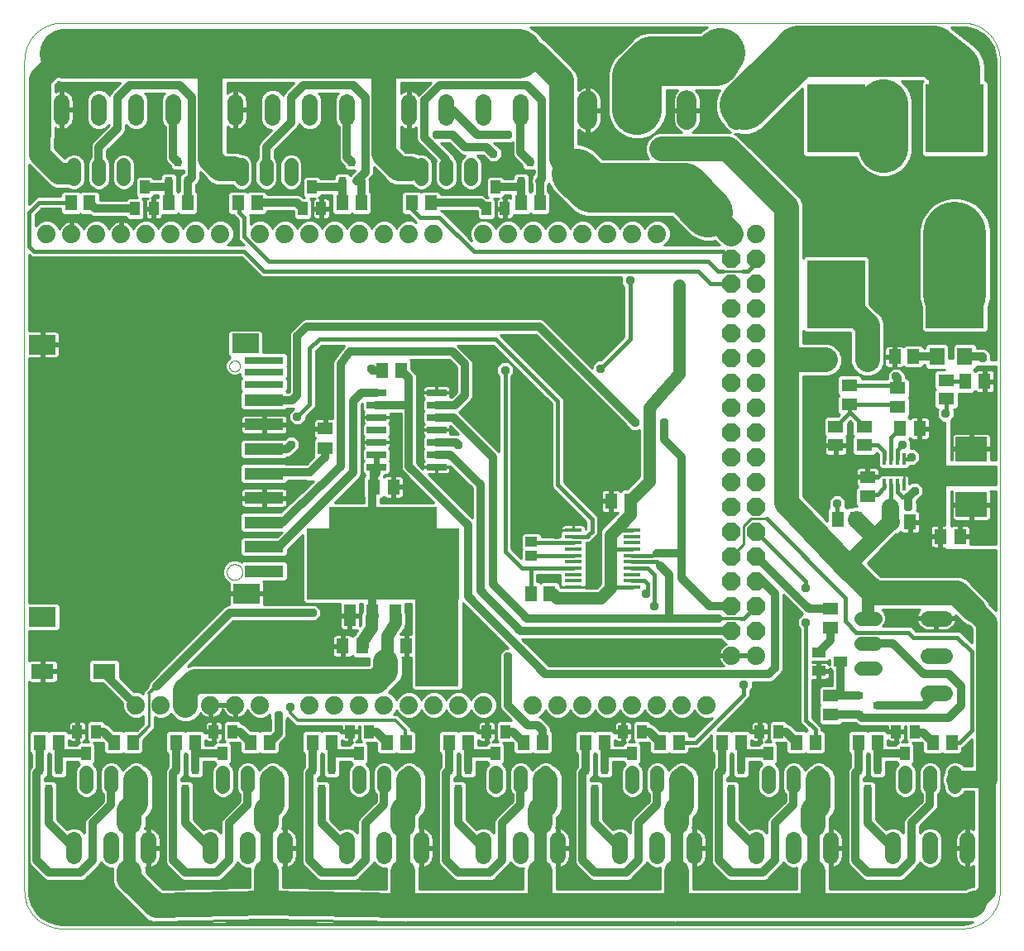
<source format=gtl>
G75*
%MOIN*%
%OFA0B0*%
%FSLAX25Y25*%
%IPPOS*%
%LPD*%
%AMOC8*
5,1,8,0,0,1.08239X$1,22.5*
%
%ADD10C,0.00000*%
%ADD11R,0.61250X0.28750*%
%ADD12R,0.43750X0.16250*%
%ADD13R,0.17500X0.37500*%
%ADD14R,0.05118X0.06299*%
%ADD15R,0.04800X0.08800*%
%ADD16R,0.14173X0.08661*%
%ADD17R,0.08000X0.02600*%
%ADD18C,0.07400*%
%ADD19OC8,0.07400*%
%ADD20R,0.07087X0.01575*%
%ADD21R,0.11024X0.07874*%
%ADD22R,0.15748X0.02756*%
%ADD23R,0.15748X0.04724*%
%ADD24R,0.04921X0.03937*%
%ADD25C,0.06496*%
%ADD26C,0.05600*%
%ADD27R,0.03150X0.03543*%
%ADD28R,0.03543X0.03150*%
%ADD29R,0.06299X0.05118*%
%ADD30R,0.05512X0.03937*%
%ADD31R,0.03937X0.05512*%
%ADD32R,0.05000X0.05787*%
%ADD33R,0.23622X0.27559*%
%ADD34R,0.06299X0.07098*%
%ADD35R,0.05118X0.05906*%
%ADD36R,0.09055X0.06299*%
%ADD37R,0.01575X0.04724*%
%ADD38R,0.12598X0.09843*%
%ADD39C,0.07874*%
%ADD40C,0.20000*%
%ADD41C,0.10000*%
%ADD42C,0.09000*%
%ADD43C,0.05000*%
%ADD44OC8,0.03562*%
%ADD45C,0.01600*%
%ADD46C,0.03200*%
%ADD47C,0.08600*%
%ADD48C,0.01000*%
%ADD49C,0.02400*%
%ADD50C,0.01200*%
%ADD51C,0.07000*%
%ADD52OC8,0.07677*%
%ADD53OC8,0.05906*%
%ADD54C,0.25400*%
%ADD55C,0.20669*%
D10*
X0090000Y0017248D02*
X0090000Y0352248D01*
X0090004Y0352610D01*
X0090018Y0352973D01*
X0090039Y0353335D01*
X0090070Y0353696D01*
X0090109Y0354056D01*
X0090157Y0354415D01*
X0090214Y0354773D01*
X0090279Y0355130D01*
X0090353Y0355485D01*
X0090436Y0355838D01*
X0090527Y0356189D01*
X0090626Y0356537D01*
X0090734Y0356883D01*
X0090850Y0357227D01*
X0090975Y0357567D01*
X0091107Y0357904D01*
X0091248Y0358238D01*
X0091397Y0358569D01*
X0091554Y0358896D01*
X0091718Y0359219D01*
X0091890Y0359538D01*
X0092070Y0359852D01*
X0092258Y0360163D01*
X0092453Y0360468D01*
X0092655Y0360769D01*
X0092865Y0361065D01*
X0093081Y0361355D01*
X0093305Y0361641D01*
X0093535Y0361921D01*
X0093772Y0362195D01*
X0094016Y0362463D01*
X0094266Y0362726D01*
X0094522Y0362982D01*
X0094785Y0363232D01*
X0095053Y0363476D01*
X0095327Y0363713D01*
X0095607Y0363943D01*
X0095893Y0364167D01*
X0096183Y0364383D01*
X0096479Y0364593D01*
X0096780Y0364795D01*
X0097085Y0364990D01*
X0097396Y0365178D01*
X0097710Y0365358D01*
X0098029Y0365530D01*
X0098352Y0365694D01*
X0098679Y0365851D01*
X0099010Y0366000D01*
X0099344Y0366141D01*
X0099681Y0366273D01*
X0100021Y0366398D01*
X0100365Y0366514D01*
X0100711Y0366622D01*
X0101059Y0366721D01*
X0101410Y0366812D01*
X0101763Y0366895D01*
X0102118Y0366969D01*
X0102475Y0367034D01*
X0102833Y0367091D01*
X0103192Y0367139D01*
X0103552Y0367178D01*
X0103913Y0367209D01*
X0104275Y0367230D01*
X0104638Y0367244D01*
X0105000Y0367248D01*
X0468110Y0367248D01*
X0468472Y0367244D01*
X0468835Y0367230D01*
X0469197Y0367209D01*
X0469558Y0367178D01*
X0469918Y0367139D01*
X0470277Y0367091D01*
X0470635Y0367034D01*
X0470992Y0366969D01*
X0471347Y0366895D01*
X0471700Y0366812D01*
X0472051Y0366721D01*
X0472399Y0366622D01*
X0472745Y0366514D01*
X0473089Y0366398D01*
X0473429Y0366273D01*
X0473766Y0366141D01*
X0474100Y0366000D01*
X0474431Y0365851D01*
X0474758Y0365694D01*
X0475081Y0365530D01*
X0475400Y0365358D01*
X0475714Y0365178D01*
X0476025Y0364990D01*
X0476330Y0364795D01*
X0476631Y0364593D01*
X0476927Y0364383D01*
X0477217Y0364167D01*
X0477503Y0363943D01*
X0477783Y0363713D01*
X0478057Y0363476D01*
X0478325Y0363232D01*
X0478588Y0362982D01*
X0478844Y0362726D01*
X0479094Y0362463D01*
X0479338Y0362195D01*
X0479575Y0361921D01*
X0479805Y0361641D01*
X0480029Y0361355D01*
X0480245Y0361065D01*
X0480455Y0360769D01*
X0480657Y0360468D01*
X0480852Y0360163D01*
X0481040Y0359852D01*
X0481220Y0359538D01*
X0481392Y0359219D01*
X0481556Y0358896D01*
X0481713Y0358569D01*
X0481862Y0358238D01*
X0482003Y0357904D01*
X0482135Y0357567D01*
X0482260Y0357227D01*
X0482376Y0356883D01*
X0482484Y0356537D01*
X0482583Y0356189D01*
X0482674Y0355838D01*
X0482757Y0355485D01*
X0482831Y0355130D01*
X0482896Y0354773D01*
X0482953Y0354415D01*
X0483001Y0354056D01*
X0483040Y0353696D01*
X0483071Y0353335D01*
X0483092Y0352973D01*
X0483106Y0352610D01*
X0483110Y0352248D01*
X0483110Y0017248D01*
X0483106Y0016886D01*
X0483092Y0016523D01*
X0483071Y0016161D01*
X0483040Y0015800D01*
X0483001Y0015440D01*
X0482953Y0015081D01*
X0482896Y0014723D01*
X0482831Y0014366D01*
X0482757Y0014011D01*
X0482674Y0013658D01*
X0482583Y0013307D01*
X0482484Y0012959D01*
X0482376Y0012613D01*
X0482260Y0012269D01*
X0482135Y0011929D01*
X0482003Y0011592D01*
X0481862Y0011258D01*
X0481713Y0010927D01*
X0481556Y0010600D01*
X0481392Y0010277D01*
X0481220Y0009958D01*
X0481040Y0009644D01*
X0480852Y0009333D01*
X0480657Y0009028D01*
X0480455Y0008727D01*
X0480245Y0008431D01*
X0480029Y0008141D01*
X0479805Y0007855D01*
X0479575Y0007575D01*
X0479338Y0007301D01*
X0479094Y0007033D01*
X0478844Y0006770D01*
X0478588Y0006514D01*
X0478325Y0006264D01*
X0478057Y0006020D01*
X0477783Y0005783D01*
X0477503Y0005553D01*
X0477217Y0005329D01*
X0476927Y0005113D01*
X0476631Y0004903D01*
X0476330Y0004701D01*
X0476025Y0004506D01*
X0475714Y0004318D01*
X0475400Y0004138D01*
X0475081Y0003966D01*
X0474758Y0003802D01*
X0474431Y0003645D01*
X0474100Y0003496D01*
X0473766Y0003355D01*
X0473429Y0003223D01*
X0473089Y0003098D01*
X0472745Y0002982D01*
X0472399Y0002874D01*
X0472051Y0002775D01*
X0471700Y0002684D01*
X0471347Y0002601D01*
X0470992Y0002527D01*
X0470635Y0002462D01*
X0470277Y0002405D01*
X0469918Y0002357D01*
X0469558Y0002318D01*
X0469197Y0002287D01*
X0468835Y0002266D01*
X0468472Y0002252D01*
X0468110Y0002248D01*
X0105000Y0002248D01*
X0104638Y0002252D01*
X0104275Y0002266D01*
X0103913Y0002287D01*
X0103552Y0002318D01*
X0103192Y0002357D01*
X0102833Y0002405D01*
X0102475Y0002462D01*
X0102118Y0002527D01*
X0101763Y0002601D01*
X0101410Y0002684D01*
X0101059Y0002775D01*
X0100711Y0002874D01*
X0100365Y0002982D01*
X0100021Y0003098D01*
X0099681Y0003223D01*
X0099344Y0003355D01*
X0099010Y0003496D01*
X0098679Y0003645D01*
X0098352Y0003802D01*
X0098029Y0003966D01*
X0097710Y0004138D01*
X0097396Y0004318D01*
X0097085Y0004506D01*
X0096780Y0004701D01*
X0096479Y0004903D01*
X0096183Y0005113D01*
X0095893Y0005329D01*
X0095607Y0005553D01*
X0095327Y0005783D01*
X0095053Y0006020D01*
X0094785Y0006264D01*
X0094522Y0006514D01*
X0094266Y0006770D01*
X0094016Y0007033D01*
X0093772Y0007301D01*
X0093535Y0007575D01*
X0093305Y0007855D01*
X0093081Y0008141D01*
X0092865Y0008431D01*
X0092655Y0008727D01*
X0092453Y0009028D01*
X0092258Y0009333D01*
X0092070Y0009644D01*
X0091890Y0009958D01*
X0091718Y0010277D01*
X0091554Y0010600D01*
X0091397Y0010927D01*
X0091248Y0011258D01*
X0091107Y0011592D01*
X0090975Y0011929D01*
X0090850Y0012269D01*
X0090734Y0012613D01*
X0090626Y0012959D01*
X0090527Y0013307D01*
X0090436Y0013658D01*
X0090353Y0014011D01*
X0090279Y0014366D01*
X0090214Y0014723D01*
X0090157Y0015081D01*
X0090109Y0015440D01*
X0090070Y0015800D01*
X0090039Y0016161D01*
X0090018Y0016523D01*
X0090004Y0016886D01*
X0090000Y0017248D01*
X0171582Y0145846D02*
X0171584Y0145958D01*
X0171590Y0146069D01*
X0171600Y0146181D01*
X0171614Y0146292D01*
X0171631Y0146402D01*
X0171653Y0146512D01*
X0171679Y0146621D01*
X0171708Y0146729D01*
X0171741Y0146835D01*
X0171778Y0146941D01*
X0171819Y0147045D01*
X0171864Y0147148D01*
X0171912Y0147249D01*
X0171963Y0147348D01*
X0172018Y0147445D01*
X0172077Y0147540D01*
X0172138Y0147634D01*
X0172203Y0147725D01*
X0172272Y0147813D01*
X0172343Y0147899D01*
X0172417Y0147983D01*
X0172495Y0148063D01*
X0172575Y0148141D01*
X0172658Y0148217D01*
X0172743Y0148289D01*
X0172831Y0148358D01*
X0172921Y0148424D01*
X0173014Y0148486D01*
X0173109Y0148546D01*
X0173206Y0148602D01*
X0173304Y0148654D01*
X0173405Y0148703D01*
X0173507Y0148748D01*
X0173611Y0148790D01*
X0173716Y0148828D01*
X0173823Y0148862D01*
X0173930Y0148892D01*
X0174039Y0148919D01*
X0174148Y0148941D01*
X0174259Y0148960D01*
X0174369Y0148975D01*
X0174481Y0148986D01*
X0174592Y0148993D01*
X0174704Y0148996D01*
X0174816Y0148995D01*
X0174928Y0148990D01*
X0175039Y0148981D01*
X0175150Y0148968D01*
X0175261Y0148951D01*
X0175371Y0148931D01*
X0175480Y0148906D01*
X0175588Y0148878D01*
X0175695Y0148845D01*
X0175801Y0148809D01*
X0175905Y0148769D01*
X0176008Y0148726D01*
X0176110Y0148679D01*
X0176209Y0148628D01*
X0176307Y0148574D01*
X0176403Y0148516D01*
X0176497Y0148455D01*
X0176588Y0148391D01*
X0176677Y0148324D01*
X0176764Y0148253D01*
X0176848Y0148179D01*
X0176930Y0148103D01*
X0177008Y0148023D01*
X0177084Y0147941D01*
X0177157Y0147856D01*
X0177227Y0147769D01*
X0177293Y0147679D01*
X0177357Y0147587D01*
X0177417Y0147493D01*
X0177474Y0147397D01*
X0177527Y0147298D01*
X0177577Y0147198D01*
X0177623Y0147097D01*
X0177666Y0146993D01*
X0177705Y0146888D01*
X0177740Y0146782D01*
X0177771Y0146675D01*
X0177799Y0146566D01*
X0177822Y0146457D01*
X0177842Y0146347D01*
X0177858Y0146236D01*
X0177870Y0146125D01*
X0177878Y0146014D01*
X0177882Y0145902D01*
X0177882Y0145790D01*
X0177878Y0145678D01*
X0177870Y0145567D01*
X0177858Y0145456D01*
X0177842Y0145345D01*
X0177822Y0145235D01*
X0177799Y0145126D01*
X0177771Y0145017D01*
X0177740Y0144910D01*
X0177705Y0144804D01*
X0177666Y0144699D01*
X0177623Y0144595D01*
X0177577Y0144494D01*
X0177527Y0144394D01*
X0177474Y0144295D01*
X0177417Y0144199D01*
X0177357Y0144105D01*
X0177293Y0144013D01*
X0177227Y0143923D01*
X0177157Y0143836D01*
X0177084Y0143751D01*
X0177008Y0143669D01*
X0176930Y0143589D01*
X0176848Y0143513D01*
X0176764Y0143439D01*
X0176677Y0143368D01*
X0176588Y0143301D01*
X0176497Y0143237D01*
X0176403Y0143176D01*
X0176307Y0143118D01*
X0176209Y0143064D01*
X0176110Y0143013D01*
X0176008Y0142966D01*
X0175905Y0142923D01*
X0175801Y0142883D01*
X0175695Y0142847D01*
X0175588Y0142814D01*
X0175480Y0142786D01*
X0175371Y0142761D01*
X0175261Y0142741D01*
X0175150Y0142724D01*
X0175039Y0142711D01*
X0174928Y0142702D01*
X0174816Y0142697D01*
X0174704Y0142696D01*
X0174592Y0142699D01*
X0174481Y0142706D01*
X0174369Y0142717D01*
X0174259Y0142732D01*
X0174148Y0142751D01*
X0174039Y0142773D01*
X0173930Y0142800D01*
X0173823Y0142830D01*
X0173716Y0142864D01*
X0173611Y0142902D01*
X0173507Y0142944D01*
X0173405Y0142989D01*
X0173304Y0143038D01*
X0173206Y0143090D01*
X0173109Y0143146D01*
X0173014Y0143206D01*
X0172921Y0143268D01*
X0172831Y0143334D01*
X0172743Y0143403D01*
X0172658Y0143475D01*
X0172575Y0143551D01*
X0172495Y0143629D01*
X0172417Y0143709D01*
X0172343Y0143793D01*
X0172272Y0143879D01*
X0172203Y0143967D01*
X0172138Y0144058D01*
X0172077Y0144152D01*
X0172018Y0144247D01*
X0171963Y0144344D01*
X0171912Y0144443D01*
X0171864Y0144544D01*
X0171819Y0144647D01*
X0171778Y0144751D01*
X0171741Y0144857D01*
X0171708Y0144963D01*
X0171679Y0145071D01*
X0171653Y0145180D01*
X0171631Y0145290D01*
X0171614Y0145400D01*
X0171600Y0145511D01*
X0171590Y0145623D01*
X0171584Y0145734D01*
X0171582Y0145846D01*
X0172567Y0228917D02*
X0172569Y0229010D01*
X0172575Y0229102D01*
X0172585Y0229194D01*
X0172599Y0229285D01*
X0172616Y0229376D01*
X0172638Y0229466D01*
X0172663Y0229555D01*
X0172692Y0229643D01*
X0172725Y0229729D01*
X0172762Y0229814D01*
X0172802Y0229898D01*
X0172846Y0229979D01*
X0172893Y0230059D01*
X0172943Y0230137D01*
X0172997Y0230212D01*
X0173054Y0230285D01*
X0173114Y0230355D01*
X0173177Y0230423D01*
X0173243Y0230488D01*
X0173311Y0230550D01*
X0173382Y0230610D01*
X0173456Y0230666D01*
X0173532Y0230719D01*
X0173610Y0230768D01*
X0173690Y0230815D01*
X0173772Y0230857D01*
X0173856Y0230897D01*
X0173941Y0230932D01*
X0174028Y0230964D01*
X0174116Y0230993D01*
X0174205Y0231017D01*
X0174295Y0231038D01*
X0174386Y0231054D01*
X0174478Y0231067D01*
X0174570Y0231076D01*
X0174663Y0231081D01*
X0174755Y0231082D01*
X0174848Y0231079D01*
X0174940Y0231072D01*
X0175032Y0231061D01*
X0175123Y0231046D01*
X0175214Y0231028D01*
X0175304Y0231005D01*
X0175392Y0230979D01*
X0175480Y0230949D01*
X0175566Y0230915D01*
X0175650Y0230878D01*
X0175733Y0230836D01*
X0175814Y0230792D01*
X0175894Y0230744D01*
X0175971Y0230693D01*
X0176045Y0230638D01*
X0176118Y0230580D01*
X0176188Y0230520D01*
X0176255Y0230456D01*
X0176319Y0230390D01*
X0176381Y0230320D01*
X0176439Y0230249D01*
X0176494Y0230175D01*
X0176546Y0230098D01*
X0176595Y0230019D01*
X0176641Y0229939D01*
X0176683Y0229856D01*
X0176721Y0229772D01*
X0176756Y0229686D01*
X0176787Y0229599D01*
X0176814Y0229511D01*
X0176837Y0229421D01*
X0176857Y0229331D01*
X0176873Y0229240D01*
X0176885Y0229148D01*
X0176893Y0229056D01*
X0176897Y0228963D01*
X0176897Y0228871D01*
X0176893Y0228778D01*
X0176885Y0228686D01*
X0176873Y0228594D01*
X0176857Y0228503D01*
X0176837Y0228413D01*
X0176814Y0228323D01*
X0176787Y0228235D01*
X0176756Y0228148D01*
X0176721Y0228062D01*
X0176683Y0227978D01*
X0176641Y0227895D01*
X0176595Y0227815D01*
X0176546Y0227736D01*
X0176494Y0227659D01*
X0176439Y0227585D01*
X0176381Y0227514D01*
X0176319Y0227444D01*
X0176255Y0227378D01*
X0176188Y0227314D01*
X0176118Y0227254D01*
X0176045Y0227196D01*
X0175971Y0227141D01*
X0175894Y0227090D01*
X0175815Y0227042D01*
X0175733Y0226998D01*
X0175650Y0226956D01*
X0175566Y0226919D01*
X0175480Y0226885D01*
X0175392Y0226855D01*
X0175304Y0226829D01*
X0175214Y0226806D01*
X0175123Y0226788D01*
X0175032Y0226773D01*
X0174940Y0226762D01*
X0174848Y0226755D01*
X0174755Y0226752D01*
X0174663Y0226753D01*
X0174570Y0226758D01*
X0174478Y0226767D01*
X0174386Y0226780D01*
X0174295Y0226796D01*
X0174205Y0226817D01*
X0174116Y0226841D01*
X0174028Y0226870D01*
X0173941Y0226902D01*
X0173856Y0226937D01*
X0173772Y0226977D01*
X0173690Y0227019D01*
X0173610Y0227066D01*
X0173532Y0227115D01*
X0173456Y0227168D01*
X0173382Y0227224D01*
X0173311Y0227284D01*
X0173243Y0227346D01*
X0173177Y0227411D01*
X0173114Y0227479D01*
X0173054Y0227549D01*
X0172997Y0227622D01*
X0172943Y0227697D01*
X0172893Y0227775D01*
X0172846Y0227855D01*
X0172802Y0227936D01*
X0172762Y0228020D01*
X0172725Y0228105D01*
X0172692Y0228191D01*
X0172663Y0228279D01*
X0172638Y0228368D01*
X0172616Y0228458D01*
X0172599Y0228549D01*
X0172585Y0228640D01*
X0172575Y0228732D01*
X0172569Y0228824D01*
X0172567Y0228917D01*
D11*
X0234375Y0149123D03*
D12*
X0234375Y0164123D03*
D13*
X0256250Y0118498D03*
D14*
X0243906Y0116248D03*
X0236031Y0116248D03*
X0226156Y0115998D03*
X0218281Y0115998D03*
X0213740Y0077248D03*
X0206260Y0077248D03*
X0188740Y0077248D03*
X0181260Y0077248D03*
X0158740Y0077248D03*
X0151260Y0077248D03*
X0133740Y0077248D03*
X0126260Y0077248D03*
X0103740Y0077248D03*
X0096260Y0077248D03*
X0230813Y0180248D03*
X0238687Y0180248D03*
X0294157Y0137171D03*
X0301638Y0137171D03*
X0326439Y0174500D03*
X0334313Y0174500D03*
X0417760Y0167248D03*
X0425240Y0167248D03*
X0439063Y0165998D03*
X0446937Y0165998D03*
X0459142Y0160248D03*
X0467016Y0160248D03*
X0450687Y0203748D03*
X0442813Y0203748D03*
X0469063Y0222748D03*
X0476937Y0222748D03*
X0297677Y0294748D03*
X0290197Y0294748D03*
X0253740Y0294748D03*
X0246260Y0294748D03*
X0225709Y0294748D03*
X0218228Y0294748D03*
X0183740Y0294748D03*
X0176260Y0294748D03*
X0155709Y0294748D03*
X0148228Y0294748D03*
X0116240Y0294748D03*
X0108760Y0294748D03*
X0234260Y0227248D03*
X0241740Y0227248D03*
X0243740Y0077248D03*
X0236260Y0077248D03*
X0261260Y0077248D03*
X0268740Y0077248D03*
X0291260Y0077248D03*
X0298740Y0077248D03*
X0316260Y0077248D03*
X0323740Y0077248D03*
X0346260Y0077248D03*
X0353740Y0077248D03*
X0371260Y0077248D03*
X0378740Y0077248D03*
X0401260Y0077248D03*
X0408740Y0077248D03*
X0426260Y0077248D03*
X0433740Y0077248D03*
X0456260Y0077248D03*
X0463740Y0077248D03*
D15*
X0239350Y0128298D03*
X0230250Y0128298D03*
X0221150Y0128298D03*
D16*
X0230250Y0152699D03*
D17*
X0231900Y0188248D03*
X0231900Y0193248D03*
X0231900Y0198248D03*
X0231900Y0203248D03*
X0231900Y0208248D03*
X0231900Y0213248D03*
X0231900Y0218248D03*
X0256100Y0218248D03*
X0256100Y0213248D03*
X0256100Y0208248D03*
X0256100Y0203248D03*
X0256100Y0198248D03*
X0256100Y0193248D03*
X0256100Y0188248D03*
D18*
X0375000Y0112248D03*
X0385000Y0112248D03*
X0365000Y0092248D03*
X0355000Y0092248D03*
X0345000Y0092248D03*
X0335000Y0092248D03*
X0325000Y0092248D03*
X0315000Y0092248D03*
X0305000Y0092248D03*
X0295000Y0092248D03*
X0275000Y0092248D03*
X0265000Y0092248D03*
X0255000Y0092248D03*
X0245000Y0092248D03*
X0235000Y0092248D03*
X0225000Y0092248D03*
X0215000Y0092248D03*
X0205000Y0092248D03*
X0185000Y0092248D03*
X0175000Y0092248D03*
X0165000Y0092248D03*
X0155000Y0092248D03*
X0145000Y0092248D03*
X0135000Y0092248D03*
X0139000Y0282248D03*
X0129000Y0282248D03*
X0119000Y0282248D03*
X0109000Y0282248D03*
X0099000Y0282248D03*
X0149000Y0282248D03*
X0159000Y0282248D03*
X0169000Y0282248D03*
X0185000Y0282248D03*
X0195000Y0282248D03*
X0205000Y0282248D03*
X0215000Y0282248D03*
X0225000Y0282248D03*
X0235000Y0282248D03*
X0245000Y0282248D03*
X0255000Y0282248D03*
X0275000Y0282248D03*
X0285000Y0282248D03*
X0295000Y0282248D03*
X0305000Y0282248D03*
X0315000Y0282248D03*
X0325000Y0282248D03*
X0335000Y0282248D03*
X0345000Y0282248D03*
X0375000Y0282248D03*
X0385000Y0282248D03*
D19*
X0385000Y0272248D03*
X0385000Y0262248D03*
X0375000Y0262248D03*
X0375000Y0272248D03*
X0375000Y0252248D03*
X0385000Y0252248D03*
X0385000Y0242248D03*
X0375000Y0242248D03*
X0375000Y0232248D03*
X0375000Y0222248D03*
X0385000Y0222248D03*
X0385000Y0232248D03*
X0385000Y0212248D03*
X0375000Y0212248D03*
X0375000Y0202248D03*
X0375000Y0192248D03*
X0385000Y0192248D03*
X0385000Y0202248D03*
X0385000Y0182248D03*
X0375000Y0182248D03*
X0375000Y0172248D03*
X0385000Y0172248D03*
X0385000Y0162248D03*
X0385000Y0152248D03*
X0375000Y0152248D03*
X0375000Y0162248D03*
X0375000Y0142248D03*
X0385000Y0142248D03*
X0385000Y0132248D03*
X0385000Y0122248D03*
X0375000Y0122248D03*
X0375000Y0132248D03*
D20*
X0334811Y0139732D03*
X0334811Y0142291D03*
X0334811Y0144850D03*
X0334811Y0147409D03*
X0334811Y0149969D03*
X0334811Y0152528D03*
X0334811Y0155087D03*
X0334811Y0157646D03*
X0334811Y0160205D03*
X0334811Y0162764D03*
X0311189Y0162764D03*
X0311189Y0160205D03*
X0311189Y0157646D03*
X0311189Y0155087D03*
X0311189Y0152528D03*
X0311189Y0149969D03*
X0311189Y0147409D03*
X0311189Y0144850D03*
X0311189Y0142291D03*
X0311189Y0139732D03*
D21*
X0179457Y0137185D03*
X0097173Y0127736D03*
X0097173Y0237579D03*
X0179063Y0237972D03*
D22*
X0186543Y0231280D03*
X0186543Y0226555D03*
X0186543Y0221437D03*
D23*
X0186543Y0215138D03*
X0186543Y0205295D03*
X0186543Y0195453D03*
X0186543Y0185610D03*
X0186543Y0175768D03*
X0186543Y0165925D03*
X0186543Y0156083D03*
X0186543Y0146240D03*
D24*
X0294250Y0152295D03*
X0294250Y0158201D03*
D25*
X0290000Y0037996D02*
X0290000Y0031500D01*
X0305000Y0031500D02*
X0305000Y0037996D01*
X0330000Y0037996D02*
X0330000Y0031500D01*
X0345000Y0031500D02*
X0345000Y0037996D01*
X0360000Y0037996D02*
X0360000Y0031500D01*
X0385000Y0031500D02*
X0385000Y0037996D01*
X0400000Y0037996D02*
X0400000Y0031500D01*
X0415000Y0031500D02*
X0415000Y0037996D01*
X0440000Y0037996D02*
X0440000Y0031500D01*
X0455000Y0031500D02*
X0455000Y0037996D01*
X0470000Y0037996D02*
X0470000Y0031500D01*
X0460748Y0097248D02*
X0454252Y0097248D01*
X0454252Y0112248D02*
X0460748Y0112248D01*
X0460748Y0127248D02*
X0454252Y0127248D01*
X0275000Y0037996D02*
X0275000Y0031500D01*
X0250000Y0031500D02*
X0250000Y0037996D01*
X0235000Y0037996D02*
X0235000Y0031500D01*
X0220000Y0031500D02*
X0220000Y0037996D01*
X0195000Y0037996D02*
X0195000Y0031500D01*
X0180000Y0031500D02*
X0180000Y0037996D01*
X0165000Y0037996D02*
X0165000Y0031500D01*
X0140000Y0031500D02*
X0140000Y0037996D01*
X0125000Y0037996D02*
X0125000Y0031500D01*
X0110000Y0031500D02*
X0110000Y0037996D01*
X0105000Y0329000D02*
X0105000Y0335496D01*
X0120000Y0335496D02*
X0120000Y0329000D01*
X0135000Y0329000D02*
X0135000Y0335496D01*
X0150000Y0335496D02*
X0150000Y0329000D01*
X0175000Y0329000D02*
X0175000Y0335496D01*
X0190000Y0335496D02*
X0190000Y0329000D01*
X0205000Y0329000D02*
X0205000Y0335496D01*
X0220000Y0335496D02*
X0220000Y0329000D01*
X0245000Y0329000D02*
X0245000Y0335496D01*
X0260000Y0335496D02*
X0260000Y0329000D01*
X0275000Y0329000D02*
X0275000Y0335496D01*
X0290000Y0335496D02*
X0290000Y0329000D01*
D26*
X0270000Y0310048D02*
X0270000Y0304448D01*
X0260000Y0304448D02*
X0260000Y0310048D01*
X0250000Y0310048D02*
X0250000Y0304448D01*
X0197500Y0304448D02*
X0197500Y0310048D01*
X0187500Y0310048D02*
X0187500Y0304448D01*
X0177500Y0304448D02*
X0177500Y0310048D01*
X0130000Y0310048D02*
X0130000Y0304448D01*
X0120000Y0304448D02*
X0120000Y0310048D01*
X0110000Y0310048D02*
X0110000Y0304448D01*
X0427200Y0127248D02*
X0432800Y0127248D01*
X0432800Y0117248D02*
X0427200Y0117248D01*
X0427200Y0107248D02*
X0432800Y0107248D01*
X0445000Y0065048D02*
X0445000Y0059448D01*
X0455000Y0059448D02*
X0455000Y0065048D01*
X0465000Y0065048D02*
X0465000Y0059448D01*
X0410000Y0059448D02*
X0410000Y0065048D01*
X0400000Y0065048D02*
X0400000Y0059448D01*
X0390000Y0059448D02*
X0390000Y0065048D01*
X0355000Y0065048D02*
X0355000Y0059448D01*
X0345000Y0059448D02*
X0345000Y0065048D01*
X0335000Y0065048D02*
X0335000Y0059448D01*
X0300000Y0059448D02*
X0300000Y0065048D01*
X0290000Y0065048D02*
X0290000Y0059448D01*
X0280000Y0059448D02*
X0280000Y0065048D01*
X0245000Y0065048D02*
X0245000Y0059448D01*
X0235000Y0059448D02*
X0235000Y0065048D01*
X0225000Y0065048D02*
X0225000Y0059448D01*
X0242559Y0043823D02*
X0242559Y0025122D01*
X0190000Y0059448D02*
X0190000Y0065048D01*
X0180000Y0065048D02*
X0180000Y0059448D01*
X0170000Y0059448D02*
X0170000Y0065048D01*
X0135000Y0065048D02*
X0135000Y0059448D01*
X0125000Y0059448D02*
X0125000Y0065048D01*
X0115000Y0065048D02*
X0115000Y0059448D01*
D27*
X0103740Y0066185D03*
X0096260Y0066185D03*
X0100000Y0058311D03*
X0151260Y0066185D03*
X0158740Y0066185D03*
X0155000Y0058311D03*
X0206260Y0066185D03*
X0213740Y0066185D03*
X0210000Y0058311D03*
X0261260Y0066185D03*
X0268740Y0066185D03*
X0265000Y0058311D03*
X0316260Y0066185D03*
X0323740Y0066185D03*
X0320000Y0058311D03*
X0371260Y0066185D03*
X0378740Y0066185D03*
X0375000Y0058311D03*
X0426260Y0066185D03*
X0433740Y0066185D03*
X0430000Y0058311D03*
X0297677Y0303311D03*
X0290197Y0303311D03*
X0293937Y0311185D03*
X0225709Y0303311D03*
X0218228Y0303311D03*
X0221969Y0311185D03*
X0155709Y0303311D03*
X0148228Y0303311D03*
X0151969Y0311185D03*
D28*
X0426063Y0095988D03*
X0433937Y0092248D03*
X0426063Y0088508D03*
D29*
X0415000Y0088508D03*
X0415000Y0095988D03*
X0415000Y0123508D03*
X0415000Y0130988D03*
X0429750Y0176311D03*
X0429750Y0184185D03*
X0428500Y0197008D03*
X0428500Y0204488D03*
X0422500Y0213311D03*
X0422500Y0221185D03*
X0417000Y0204488D03*
X0417000Y0197008D03*
X0442000Y0212508D03*
X0442000Y0219988D03*
X0461500Y0223238D03*
X0461500Y0215758D03*
X0211250Y0203685D03*
X0211250Y0195811D03*
D30*
X0410138Y0113488D03*
X0410138Y0106008D03*
X0418799Y0109748D03*
D31*
X0441260Y0081579D03*
X0448740Y0081579D03*
X0445000Y0072917D03*
X0393740Y0081579D03*
X0386260Y0081579D03*
X0390000Y0072917D03*
X0338740Y0081579D03*
X0331260Y0081579D03*
X0335000Y0072917D03*
X0283740Y0081579D03*
X0276260Y0081579D03*
X0280000Y0072917D03*
X0228740Y0081579D03*
X0221260Y0081579D03*
X0225000Y0072917D03*
X0173740Y0081579D03*
X0166260Y0081579D03*
X0170000Y0072917D03*
X0118740Y0081579D03*
X0111260Y0081579D03*
X0115000Y0072917D03*
X0134665Y0292386D03*
X0142146Y0292386D03*
X0138406Y0301047D03*
X0202165Y0292386D03*
X0209646Y0292386D03*
X0205906Y0301047D03*
X0276102Y0292386D03*
X0283583Y0292386D03*
X0279843Y0301047D03*
D32*
X0412756Y0231343D03*
X0429685Y0231343D03*
D33*
X0417047Y0257878D03*
X0465000Y0257878D03*
X0465000Y0328744D03*
X0417047Y0328744D03*
D34*
X0457783Y0232776D03*
X0468980Y0232776D03*
D35*
X0448205Y0232717D03*
X0440724Y0232717D03*
D36*
X0122116Y0105909D03*
X0097313Y0105909D03*
D37*
X0436661Y0181130D03*
X0439220Y0181130D03*
X0441780Y0181130D03*
X0444339Y0181130D03*
X0444339Y0191366D03*
X0441780Y0191366D03*
X0439220Y0191366D03*
X0436661Y0191366D03*
D38*
X0471594Y0195469D03*
X0471594Y0173028D03*
D39*
X0376973Y0328173D02*
X0376973Y0336047D01*
X0356973Y0336047D02*
X0356973Y0328173D01*
X0336973Y0328173D02*
X0336973Y0336047D01*
X0316973Y0336047D02*
X0316973Y0328173D01*
D40*
X0336973Y0332110D02*
X0336973Y0345914D01*
X0341969Y0350909D01*
X0342807Y0351748D01*
X0348500Y0351748D01*
X0367079Y0351748D01*
X0367224Y0351894D01*
X0368543Y0351894D01*
X0367079Y0351748D02*
X0370579Y0355248D01*
X0380162Y0333985D02*
X0402008Y0355831D01*
X0417047Y0328744D02*
X0420167Y0325624D01*
X0436142Y0325624D01*
X0436250Y0334482D01*
X0436250Y0316874D01*
X0365591Y0290870D02*
X0355748Y0300713D01*
X0318346Y0300713D01*
X0312441Y0306618D01*
X0288819Y0354846D02*
X0235098Y0354846D01*
X0235000Y0354748D01*
X0165000Y0354748D01*
X0106250Y0354748D01*
D41*
X0165000Y0354748D02*
X0165000Y0312327D01*
X0168740Y0308587D01*
X0174646Y0308587D01*
X0235000Y0314374D02*
X0240787Y0308587D01*
X0245512Y0308587D01*
X0235000Y0314374D02*
X0235000Y0354748D01*
X0288819Y0354846D02*
X0295709Y0354846D01*
X0306535Y0344020D01*
X0306535Y0312524D01*
X0312441Y0306618D01*
X0346890Y0316461D02*
X0373465Y0316461D01*
X0397087Y0292839D01*
X0397087Y0232799D01*
X0398543Y0231343D01*
X0412756Y0231343D01*
X0429685Y0231343D02*
X0429685Y0245240D01*
X0417047Y0257878D01*
X0397087Y0232799D02*
X0397087Y0230732D01*
X0397087Y0173744D01*
X0421299Y0148547D01*
X0432520Y0137327D01*
X0434488Y0137327D01*
X0465984Y0137327D01*
X0472874Y0130437D01*
X0410000Y0062248D02*
X0410000Y0051815D01*
X0407913Y0049728D01*
X0407913Y0043823D01*
X0407913Y0025122D02*
X0407913Y0011343D01*
X0471890Y0011343D01*
X0472874Y0012327D01*
X0407913Y0011343D02*
X0351811Y0011343D01*
X0352795Y0013311D01*
X0352795Y0025122D01*
X0351811Y0011343D02*
X0297677Y0011343D01*
X0297677Y0025122D01*
X0297677Y0011343D02*
X0242559Y0011343D01*
X0242559Y0025122D01*
X0242559Y0011343D02*
X0187441Y0012327D01*
X0187441Y0025122D01*
X0187441Y0012327D02*
X0143150Y0011343D01*
X0132323Y0022169D01*
X0132323Y0025122D01*
X0132323Y0044807D02*
X0132323Y0049728D01*
X0135000Y0052406D01*
X0135000Y0062248D01*
X0155000Y0092248D02*
X0155000Y0097996D01*
X0158898Y0101894D01*
X0231732Y0101894D01*
X0235669Y0105831D01*
X0235669Y0109768D01*
X0245000Y0062248D02*
X0245000Y0052169D01*
X0242559Y0049728D01*
X0242559Y0043823D01*
X0190000Y0052287D02*
X0187441Y0049728D01*
X0187441Y0044807D01*
X0190000Y0052287D02*
X0190000Y0062248D01*
X0297677Y0049728D02*
X0297677Y0044807D01*
X0297677Y0049728D02*
X0300000Y0052051D01*
X0300000Y0062248D01*
X0352795Y0049728D02*
X0352795Y0044807D01*
X0352795Y0049728D02*
X0355000Y0051933D01*
X0355000Y0062248D01*
X0375000Y0282248D02*
X0366378Y0290870D01*
X0365591Y0290870D01*
D42*
X0106250Y0354748D02*
X0096250Y0344748D01*
X0096250Y0322248D01*
D43*
X0174646Y0308587D02*
X0175984Y0307248D01*
X0177500Y0307248D01*
X0245512Y0308587D02*
X0246850Y0307248D01*
X0250000Y0307248D01*
X0353780Y0261343D02*
X0353780Y0225909D01*
X0345581Y0216345D01*
X0341969Y0212130D01*
X0341969Y0182602D01*
X0334313Y0174947D01*
X0334313Y0174500D01*
X0334313Y0169042D01*
X0328189Y0162917D01*
X0326220Y0160949D01*
X0326220Y0155043D01*
X0326220Y0139295D01*
X0322283Y0135358D01*
X0304567Y0135358D01*
X0302754Y0137171D01*
X0301638Y0137171D01*
X0239606Y0128042D02*
X0239606Y0125516D01*
X0236031Y0119972D01*
X0236031Y0116248D01*
X0236031Y0110130D01*
X0235669Y0109768D01*
X0226156Y0115998D02*
X0226156Y0117970D01*
X0229764Y0123547D01*
X0229764Y0127812D01*
X0230250Y0128298D01*
X0239350Y0128298D02*
X0239606Y0128042D01*
X0187441Y0044807D02*
X0187441Y0025122D01*
X0132323Y0025122D02*
X0132323Y0044807D01*
X0297677Y0044807D02*
X0297677Y0025122D01*
X0352795Y0025122D02*
X0352795Y0044807D01*
X0407913Y0043823D02*
X0407913Y0025122D01*
X0430000Y0127248D02*
X0430000Y0136776D01*
X0434488Y0137327D01*
X0439063Y0165998D02*
X0438750Y0167561D01*
D44*
X0446250Y0172248D03*
X0446250Y0175998D03*
X0448750Y0178498D03*
X0456250Y0174748D03*
X0458671Y0172248D03*
X0453750Y0172248D03*
X0458750Y0177248D03*
X0445000Y0185998D03*
X0441250Y0185998D03*
X0437500Y0185998D03*
X0447500Y0192248D03*
X0443750Y0197248D03*
X0461250Y0209748D03*
X0468750Y0203498D03*
X0472500Y0203498D03*
X0476250Y0203498D03*
X0476142Y0232169D03*
X0441250Y0224748D03*
X0417500Y0173498D03*
X0436250Y0153498D03*
X0436250Y0149748D03*
X0432500Y0149748D03*
X0440000Y0149748D03*
X0443750Y0149748D03*
X0447500Y0149748D03*
X0447500Y0153498D03*
X0443750Y0153498D03*
X0440000Y0153498D03*
X0473563Y0158498D03*
X0473563Y0162248D03*
X0477579Y0162248D03*
X0477579Y0158498D03*
X0404961Y0139295D03*
X0404961Y0125516D03*
X0379862Y0100417D03*
X0381339Y0086146D03*
X0408898Y0097957D03*
X0343750Y0122248D03*
X0343750Y0132248D03*
X0340500Y0137248D03*
X0318346Y0141264D03*
X0304567Y0160949D03*
X0312441Y0188508D03*
X0336063Y0206224D03*
X0341969Y0212130D03*
X0347874Y0206224D03*
X0322283Y0227878D03*
X0283750Y0227248D03*
X0249449Y0202287D03*
X0239606Y0208193D03*
X0229764Y0227878D03*
X0200000Y0208498D03*
X0197500Y0197248D03*
X0205000Y0185998D03*
X0230813Y0184748D03*
X0265000Y0197248D03*
X0206142Y0129453D03*
X0197283Y0091559D03*
X0192362Y0088114D03*
X0103780Y0086146D03*
X0174646Y0174728D03*
X0174646Y0202287D03*
X0284882Y0111736D03*
X0353780Y0261343D03*
X0334094Y0263311D03*
X0357717Y0279059D03*
X0353780Y0282996D03*
X0349843Y0313508D03*
X0346890Y0316461D03*
X0349843Y0319413D03*
X0285000Y0322248D03*
X0278976Y0314492D03*
X0256250Y0322248D03*
X0123465Y0296776D03*
X0093937Y0298744D03*
D45*
X0095906Y0294807D02*
X0091969Y0290870D01*
X0091969Y0277091D01*
X0093937Y0275122D01*
X0178583Y0275122D01*
X0186457Y0267248D01*
X0361654Y0267248D01*
X0366654Y0262248D01*
X0375000Y0262248D01*
X0371496Y0267248D02*
X0369528Y0267248D01*
X0365591Y0271185D01*
X0188425Y0271185D01*
X0178583Y0281028D01*
X0178583Y0288902D01*
X0176614Y0290870D01*
X0176614Y0294394D01*
X0176260Y0294748D01*
X0108760Y0294748D02*
X0108701Y0294807D01*
X0095906Y0294807D01*
X0205000Y0235998D02*
X0205000Y0213498D01*
X0200000Y0208498D01*
X0205000Y0235998D02*
X0208750Y0239748D01*
X0280000Y0239748D01*
X0305000Y0214748D01*
X0305000Y0180998D01*
X0318750Y0167248D01*
X0318750Y0162248D01*
X0317500Y0160998D01*
X0316707Y0160205D01*
X0311189Y0160205D01*
X0311189Y0157646D02*
X0294805Y0157646D01*
X0294250Y0158201D01*
X0294482Y0152528D02*
X0311189Y0152528D01*
X0311189Y0147409D02*
X0294157Y0147409D01*
X0294157Y0137171D01*
X0294157Y0147409D02*
X0290626Y0147409D01*
X0283750Y0154285D01*
X0283750Y0227248D01*
X0322283Y0227878D02*
X0334094Y0239689D01*
X0334094Y0263311D01*
X0371496Y0275122D02*
X0374370Y0272248D01*
X0375000Y0272248D01*
X0371496Y0275122D02*
X0271102Y0275122D01*
X0257323Y0288902D01*
X0249449Y0288902D01*
X0246260Y0292091D01*
X0246260Y0294748D01*
X0379370Y0267248D02*
X0381339Y0267248D01*
X0385000Y0270909D01*
X0385000Y0272248D01*
X0422500Y0221185D02*
X0440803Y0221185D01*
X0442000Y0219988D01*
X0441197Y0213311D02*
X0422500Y0213311D01*
X0422500Y0209988D01*
X0417000Y0204488D01*
X0422500Y0210488D02*
X0422500Y0213311D01*
X0422500Y0210488D02*
X0428500Y0204488D01*
X0428500Y0197008D02*
X0433990Y0197008D01*
X0435000Y0195998D01*
X0436661Y0194337D01*
X0436661Y0191366D01*
X0439220Y0191366D02*
X0439220Y0200156D01*
X0442813Y0203748D01*
X0443750Y0197248D02*
X0441780Y0195278D01*
X0441780Y0191366D01*
X0444339Y0191366D02*
X0446618Y0191366D01*
X0447500Y0192248D01*
X0441780Y0181130D02*
X0441780Y0177969D01*
X0443750Y0175998D01*
X0446250Y0175998D01*
X0439220Y0172719D02*
X0438750Y0172248D01*
X0439220Y0172719D02*
X0439220Y0181130D01*
X0436661Y0181130D02*
X0436661Y0180159D01*
X0433750Y0177248D01*
X0432500Y0177248D01*
X0431563Y0176311D01*
X0429750Y0176311D01*
X0417500Y0173498D02*
X0417500Y0167508D01*
X0417760Y0167248D01*
X0389213Y0167346D02*
X0420709Y0135358D01*
X0420709Y0126008D01*
X0425138Y0121579D01*
X0446299Y0121579D01*
X0448268Y0119610D01*
X0465984Y0119610D01*
X0471890Y0113705D01*
X0471890Y0082209D01*
X0466929Y0077248D01*
X0463740Y0077248D01*
X0408740Y0077248D02*
X0408740Y0082366D01*
X0404961Y0086146D01*
X0404961Y0125516D01*
X0404961Y0139295D02*
X0404961Y0142287D01*
X0385000Y0162248D01*
X0385000Y0132248D02*
X0380000Y0127248D01*
X0378750Y0127248D01*
X0379862Y0100417D02*
X0379862Y0096480D01*
X0360630Y0077248D01*
X0353740Y0077248D01*
X0343750Y0132248D02*
X0343750Y0144748D01*
X0341089Y0147409D01*
X0334811Y0147409D01*
X0334811Y0149969D02*
X0344780Y0149969D01*
X0346250Y0148498D01*
X0345000Y0153498D02*
X0342780Y0152528D01*
X0334811Y0152528D01*
X0334768Y0155043D02*
X0326220Y0155043D01*
X0328343Y0162764D02*
X0328189Y0162917D01*
X0328343Y0162764D02*
X0334811Y0162764D01*
X0334811Y0155087D02*
X0334768Y0155043D01*
X0334811Y0142291D02*
X0339957Y0142291D01*
X0341250Y0140998D01*
X0341250Y0137998D01*
X0340500Y0137248D01*
X0334811Y0139732D02*
X0326657Y0139732D01*
X0326220Y0139295D01*
X0294482Y0152528D02*
X0294250Y0152295D01*
X0441197Y0213311D02*
X0442000Y0212508D01*
X0461250Y0209748D02*
X0461500Y0209998D01*
X0461500Y0215758D01*
X0461990Y0222748D02*
X0461500Y0223238D01*
X0461990Y0222748D02*
X0469063Y0222748D01*
D46*
X0476142Y0232169D02*
X0476142Y0232776D01*
X0468980Y0232776D01*
X0457783Y0232776D02*
X0448264Y0232776D01*
X0448205Y0232717D01*
X0441250Y0224748D02*
X0442000Y0223998D01*
X0442000Y0219988D01*
X0448750Y0178498D02*
X0446250Y0175998D01*
X0446250Y0172248D01*
X0415000Y0130988D02*
X0406260Y0130988D01*
X0385000Y0152248D01*
X0385000Y0142248D02*
X0387500Y0142248D01*
X0392500Y0137248D01*
X0392500Y0107248D01*
X0390000Y0104748D01*
X0300000Y0104748D01*
X0268750Y0135998D01*
X0268750Y0164748D01*
X0245000Y0188498D01*
X0245000Y0213498D01*
X0244750Y0213248D01*
X0231900Y0213248D01*
X0231900Y0218248D02*
X0226000Y0218248D01*
X0222500Y0214748D01*
X0222500Y0185998D01*
X0192585Y0156083D01*
X0186543Y0156083D01*
X0186543Y0165925D02*
X0193677Y0165925D01*
X0217500Y0188498D01*
X0217500Y0229748D01*
X0221250Y0234748D01*
X0262500Y0234748D01*
X0267500Y0229748D01*
X0267500Y0217248D01*
X0263500Y0213248D01*
X0256100Y0213248D01*
X0256100Y0208248D02*
X0262750Y0208248D01*
X0278750Y0192248D01*
X0278750Y0140998D01*
X0292500Y0127248D01*
X0350000Y0127248D01*
X0350000Y0144748D01*
X0346250Y0148498D01*
X0345000Y0153498D02*
X0355000Y0153498D01*
X0355000Y0143498D01*
X0366250Y0132248D01*
X0375000Y0132248D01*
X0370000Y0127248D02*
X0350000Y0127248D01*
X0343750Y0122248D02*
X0290000Y0122248D01*
X0273750Y0138498D01*
X0273750Y0180998D01*
X0261500Y0193248D01*
X0256100Y0193248D01*
X0256100Y0198248D02*
X0264000Y0198248D01*
X0265000Y0197248D01*
X0245000Y0213498D02*
X0245000Y0223988D01*
X0241740Y0227248D01*
X0234260Y0227248D02*
X0230394Y0227248D01*
X0230345Y0227250D01*
X0230295Y0227256D01*
X0230247Y0227265D01*
X0230199Y0227279D01*
X0230153Y0227296D01*
X0230108Y0227317D01*
X0230065Y0227341D01*
X0230024Y0227368D01*
X0229985Y0227399D01*
X0229949Y0227433D01*
X0229915Y0227469D01*
X0229884Y0227508D01*
X0229857Y0227549D01*
X0229833Y0227592D01*
X0229812Y0227637D01*
X0229795Y0227683D01*
X0229781Y0227731D01*
X0229772Y0227779D01*
X0229766Y0227829D01*
X0229764Y0227878D01*
X0203750Y0244748D02*
X0297539Y0244748D01*
X0336063Y0206224D01*
X0347874Y0206224D02*
X0347874Y0199374D01*
X0355000Y0192248D01*
X0355000Y0153498D01*
X0343750Y0122248D02*
X0375000Y0122248D01*
X0410138Y0113488D02*
X0415000Y0118350D01*
X0415000Y0123508D01*
X0430000Y0117248D02*
X0440000Y0117248D01*
X0452500Y0104748D01*
X0462500Y0104748D01*
X0467500Y0099748D01*
X0467500Y0092248D01*
X0462500Y0087248D01*
X0427500Y0087248D01*
X0426240Y0088508D01*
X0426063Y0088508D01*
X0415000Y0088508D01*
X0415000Y0095988D02*
X0418740Y0095988D01*
X0418799Y0096047D01*
X0418799Y0109748D01*
X0418740Y0095988D02*
X0426063Y0095988D01*
X0433937Y0092248D02*
X0452500Y0092248D01*
X0457500Y0097248D01*
X0452260Y0081248D02*
X0449071Y0081248D01*
X0448740Y0081579D01*
X0452260Y0081248D02*
X0456260Y0077248D01*
X0445000Y0072917D02*
X0434291Y0072917D01*
X0433740Y0072366D01*
X0433740Y0077248D01*
X0433740Y0072366D02*
X0433740Y0066185D01*
X0426260Y0066185D02*
X0426260Y0066008D01*
X0425000Y0064748D01*
X0425000Y0029748D01*
X0430000Y0024748D01*
X0442500Y0024748D01*
X0447500Y0029748D01*
X0447500Y0044748D01*
X0455000Y0052248D01*
X0455000Y0062248D01*
X0430000Y0058311D02*
X0430000Y0044748D01*
X0440000Y0034748D01*
X0426260Y0066185D02*
X0426260Y0077248D01*
X0401260Y0077248D02*
X0396929Y0081579D01*
X0393740Y0081579D01*
X0390000Y0072917D02*
X0379291Y0072917D01*
X0378740Y0072366D01*
X0378740Y0077248D01*
X0378740Y0072366D02*
X0378740Y0066185D01*
X0371260Y0066185D02*
X0371260Y0066008D01*
X0370000Y0064748D01*
X0370000Y0029748D01*
X0375000Y0024748D01*
X0387500Y0024748D01*
X0392500Y0029748D01*
X0392500Y0044748D01*
X0400000Y0052248D01*
X0400000Y0062248D01*
X0375000Y0058311D02*
X0375000Y0044748D01*
X0385000Y0034748D01*
X0371260Y0066185D02*
X0371260Y0077248D01*
X0346260Y0077248D02*
X0341929Y0081579D01*
X0338740Y0081579D01*
X0335000Y0072917D02*
X0324291Y0072917D01*
X0323740Y0072366D01*
X0323740Y0077248D01*
X0323740Y0072366D02*
X0323740Y0066185D01*
X0316260Y0066185D02*
X0316260Y0066008D01*
X0315000Y0064748D01*
X0315000Y0029748D01*
X0320000Y0024748D01*
X0332500Y0024748D01*
X0337500Y0029748D01*
X0337500Y0044748D01*
X0345000Y0052248D01*
X0345000Y0062248D01*
X0320000Y0058311D02*
X0320000Y0044748D01*
X0330000Y0034748D01*
X0316260Y0066185D02*
X0316260Y0077248D01*
X0298740Y0077248D02*
X0298740Y0082130D01*
X0296693Y0084177D01*
X0292756Y0084177D01*
X0284882Y0092051D01*
X0284882Y0111736D01*
X0283740Y0081579D02*
X0286929Y0081579D01*
X0291260Y0077248D01*
X0280000Y0072917D02*
X0269291Y0072917D01*
X0268740Y0072366D01*
X0268740Y0077248D01*
X0268740Y0072366D02*
X0268740Y0066185D01*
X0261260Y0066185D02*
X0261260Y0066008D01*
X0260000Y0064748D01*
X0260000Y0029748D01*
X0265000Y0024748D01*
X0277500Y0024748D01*
X0282500Y0029748D01*
X0282500Y0044748D01*
X0290000Y0052248D01*
X0290000Y0062248D01*
X0265000Y0058311D02*
X0265000Y0044748D01*
X0275000Y0034748D01*
X0261260Y0066185D02*
X0261260Y0077248D01*
X0236260Y0077248D02*
X0231929Y0081579D01*
X0228740Y0081579D01*
X0225000Y0072917D02*
X0214291Y0072917D01*
X0213740Y0072366D01*
X0213740Y0077248D01*
X0213740Y0072366D02*
X0213740Y0066185D01*
X0206260Y0066185D02*
X0206260Y0066008D01*
X0205000Y0064748D01*
X0205000Y0029748D01*
X0210000Y0024748D01*
X0222500Y0024748D01*
X0227500Y0029748D01*
X0227500Y0044748D01*
X0235000Y0052248D01*
X0235000Y0062248D01*
X0210000Y0058311D02*
X0210000Y0044748D01*
X0220000Y0034748D01*
X0206260Y0066185D02*
X0206260Y0077248D01*
X0192362Y0080870D02*
X0192362Y0088114D01*
X0192362Y0080870D02*
X0188740Y0077248D01*
X0181260Y0077248D02*
X0176929Y0081579D01*
X0173740Y0081579D01*
X0170000Y0072917D02*
X0159291Y0072917D01*
X0158740Y0072366D01*
X0158740Y0077248D01*
X0158740Y0072366D02*
X0158740Y0066185D01*
X0151260Y0066185D02*
X0150000Y0064925D01*
X0150000Y0029748D01*
X0155000Y0024748D01*
X0167500Y0024748D01*
X0172500Y0029748D01*
X0172500Y0044748D01*
X0180000Y0052248D01*
X0180000Y0062248D01*
X0155000Y0058311D02*
X0155000Y0044748D01*
X0165000Y0034748D01*
X0151260Y0066185D02*
X0151260Y0077248D01*
X0135000Y0092248D02*
X0122116Y0105132D01*
X0122116Y0105909D01*
X0143150Y0099925D02*
X0172677Y0129453D01*
X0206142Y0129453D01*
X0230250Y0128298D02*
X0230250Y0179685D01*
X0230813Y0180248D01*
X0230750Y0181498D01*
X0230813Y0180248D02*
X0230813Y0184748D01*
X0231900Y0185835D01*
X0231900Y0188248D01*
X0230813Y0187161D01*
X0230813Y0184748D01*
X0211250Y0192248D02*
X0211250Y0195811D01*
X0211250Y0192248D02*
X0205000Y0185998D01*
X0186931Y0185998D01*
X0186543Y0185610D01*
X0186543Y0195453D02*
X0195705Y0195453D01*
X0197500Y0197248D01*
X0197890Y0215138D02*
X0186543Y0215138D01*
X0197890Y0215138D02*
X0200000Y0217248D01*
X0200000Y0240998D01*
X0203750Y0244748D01*
X0202165Y0292386D02*
X0199803Y0294748D01*
X0183740Y0294748D01*
X0187500Y0307248D02*
X0187500Y0317248D01*
X0197500Y0327248D01*
X0197500Y0337248D01*
X0202500Y0342248D01*
X0222500Y0342248D01*
X0227500Y0337248D01*
X0227500Y0307248D01*
X0223740Y0303488D01*
X0225709Y0303311D01*
X0225709Y0294748D01*
X0218228Y0294748D02*
X0218228Y0300713D01*
X0217894Y0301047D01*
X0205906Y0301047D01*
X0218228Y0300713D02*
X0218228Y0303311D01*
X0221969Y0311185D02*
X0220000Y0313154D01*
X0220000Y0332248D01*
X0251250Y0335998D02*
X0251250Y0320998D01*
X0260000Y0312248D01*
X0260000Y0307248D01*
X0267500Y0317248D02*
X0262500Y0322248D01*
X0256250Y0322248D01*
X0267500Y0317248D02*
X0276250Y0317248D01*
X0276250Y0317219D01*
X0278976Y0314492D01*
X0285000Y0322248D02*
X0272500Y0322248D01*
X0262500Y0332248D01*
X0260000Y0332248D01*
X0251250Y0335998D02*
X0257500Y0342248D01*
X0292500Y0342248D01*
X0297500Y0337248D01*
X0297559Y0337248D01*
X0298661Y0336146D01*
X0298661Y0304295D01*
X0297677Y0303311D01*
X0297500Y0303488D01*
X0297677Y0303311D02*
X0297677Y0294748D01*
X0290197Y0294748D02*
X0290197Y0300713D01*
X0289862Y0301047D01*
X0279843Y0301047D01*
X0273681Y0294807D02*
X0276102Y0292386D01*
X0273681Y0294807D02*
X0253799Y0294807D01*
X0253740Y0294748D01*
X0290197Y0300713D02*
X0290197Y0303311D01*
X0293937Y0311185D02*
X0290000Y0315122D01*
X0290000Y0332248D01*
X0362638Y0351894D02*
X0368543Y0351894D01*
X0368543Y0357799D01*
X0368543Y0351894D02*
X0374449Y0351894D01*
X0375433Y0357799D01*
X0368543Y0351894D02*
X0368543Y0345988D01*
X0362638Y0351894D01*
X0464892Y0290309D02*
X0465000Y0282435D01*
X0472874Y0282327D01*
X0465000Y0282435D02*
X0465108Y0274561D01*
X0345581Y0216345D02*
X0345581Y0215743D01*
X0157500Y0305102D02*
X0155709Y0303311D01*
X0155709Y0294748D01*
X0148228Y0294748D02*
X0148228Y0300713D01*
X0147894Y0301047D01*
X0138406Y0301047D01*
X0134665Y0292386D02*
X0118602Y0292386D01*
X0116240Y0294748D01*
X0120000Y0307248D02*
X0120000Y0317248D01*
X0127500Y0324748D01*
X0127500Y0337248D01*
X0132500Y0342248D01*
X0152500Y0342248D01*
X0157500Y0337248D01*
X0157500Y0305102D01*
X0151969Y0311185D02*
X0150000Y0313154D01*
X0150000Y0332248D01*
X0148228Y0303311D02*
X0148228Y0300713D01*
X0110000Y0307248D02*
X0108346Y0307248D01*
X0107717Y0306618D01*
X0118740Y0081579D02*
X0121929Y0081579D01*
X0126260Y0077248D01*
X0115000Y0072917D02*
X0104291Y0072917D01*
X0103740Y0072366D01*
X0103740Y0077248D01*
X0103740Y0072366D02*
X0103740Y0066185D01*
X0096260Y0066185D02*
X0096260Y0066008D01*
X0095000Y0064748D01*
X0095000Y0029748D01*
X0100000Y0024748D01*
X0112500Y0024748D01*
X0117500Y0029748D01*
X0117500Y0044748D01*
X0125000Y0052248D01*
X0125000Y0062248D01*
X0100000Y0058311D02*
X0100000Y0044748D01*
X0110000Y0034748D01*
X0096260Y0066185D02*
X0096260Y0077248D01*
D47*
X0103780Y0306618D02*
X0107717Y0306618D01*
X0103780Y0306618D02*
X0096250Y0314148D01*
X0096250Y0322248D01*
X0472874Y0130437D02*
X0477795Y0125516D01*
X0477795Y0062524D01*
D48*
X0472595Y0057324D02*
X0472595Y0041979D01*
X0472489Y0042057D01*
X0471823Y0042396D01*
X0471112Y0042627D01*
X0470500Y0042724D01*
X0470500Y0035248D01*
X0469500Y0035248D01*
X0469500Y0034248D01*
X0470500Y0034248D01*
X0470500Y0026772D01*
X0471112Y0026869D01*
X0471823Y0027100D01*
X0472489Y0027439D01*
X0472595Y0027517D01*
X0472595Y0019402D01*
X0472220Y0019027D01*
X0471541Y0019027D01*
X0469165Y0018043D01*
X0414613Y0018043D01*
X0414613Y0026455D01*
X0414481Y0026775D01*
X0414500Y0026772D01*
X0414500Y0034248D01*
X0415500Y0034248D01*
X0415500Y0026772D01*
X0416112Y0026869D01*
X0416823Y0027100D01*
X0417489Y0027439D01*
X0418093Y0027878D01*
X0418622Y0028407D01*
X0419061Y0029011D01*
X0419400Y0029677D01*
X0419631Y0030388D01*
X0419748Y0031126D01*
X0419748Y0034248D01*
X0415500Y0034248D01*
X0415500Y0035248D01*
X0419748Y0035248D01*
X0419748Y0038370D01*
X0419631Y0039108D01*
X0419400Y0039819D01*
X0419061Y0040485D01*
X0418622Y0041089D01*
X0418093Y0041618D01*
X0417489Y0042057D01*
X0416823Y0042396D01*
X0416112Y0042627D01*
X0415500Y0042724D01*
X0415500Y0035248D01*
X0414500Y0035248D01*
X0414500Y0042216D01*
X0414613Y0042490D01*
X0414613Y0046953D01*
X0415680Y0048020D01*
X0416700Y0050482D01*
X0416700Y0063581D01*
X0415680Y0066043D01*
X0413795Y0067928D01*
X0413264Y0068148D01*
X0412549Y0068863D01*
X0410895Y0069548D01*
X0409105Y0069548D01*
X0407451Y0068863D01*
X0406736Y0068148D01*
X0406205Y0067928D01*
X0404418Y0066141D01*
X0403815Y0067597D01*
X0402549Y0068863D01*
X0400895Y0069548D01*
X0399105Y0069548D01*
X0397451Y0068863D01*
X0396185Y0067597D01*
X0395500Y0065943D01*
X0395500Y0058553D01*
X0396185Y0056899D01*
X0396700Y0056384D01*
X0396700Y0053615D01*
X0390631Y0047546D01*
X0389702Y0046617D01*
X0389200Y0045404D01*
X0389200Y0040786D01*
X0389195Y0040799D01*
X0387803Y0042191D01*
X0385984Y0042944D01*
X0384016Y0042944D01*
X0382216Y0042199D01*
X0378300Y0046115D01*
X0378300Y0058967D01*
X0378275Y0059028D01*
X0378275Y0060787D01*
X0377279Y0061783D01*
X0373300Y0061783D01*
X0373300Y0062713D01*
X0373539Y0062713D01*
X0374535Y0063709D01*
X0374535Y0065291D01*
X0374560Y0065351D01*
X0374560Y0072435D01*
X0375000Y0072875D01*
X0375440Y0072435D01*
X0375440Y0065529D01*
X0375465Y0065468D01*
X0375465Y0063709D01*
X0376461Y0062713D01*
X0381019Y0062713D01*
X0382015Y0063709D01*
X0382015Y0065468D01*
X0382040Y0065529D01*
X0382040Y0069617D01*
X0386331Y0069617D01*
X0386331Y0069457D01*
X0387188Y0068600D01*
X0386185Y0067597D01*
X0385500Y0065943D01*
X0385500Y0058553D01*
X0386185Y0056899D01*
X0387451Y0055633D01*
X0389105Y0054948D01*
X0390895Y0054948D01*
X0392549Y0055633D01*
X0393815Y0056899D01*
X0394500Y0058553D01*
X0394500Y0065943D01*
X0393815Y0067597D01*
X0392812Y0068600D01*
X0393668Y0069457D01*
X0393668Y0076377D01*
X0392923Y0077123D01*
X0396413Y0077123D01*
X0396565Y0077276D01*
X0397001Y0076840D01*
X0397001Y0073394D01*
X0397997Y0072398D01*
X0404523Y0072398D01*
X0405000Y0072875D01*
X0405477Y0072398D01*
X0412003Y0072398D01*
X0412999Y0073394D01*
X0412999Y0081102D01*
X0412003Y0082098D01*
X0411240Y0082098D01*
X0411240Y0082863D01*
X0410860Y0083782D01*
X0410156Y0084486D01*
X0407461Y0087181D01*
X0407461Y0102539D01*
X0409654Y0102539D01*
X0409654Y0105524D01*
X0410622Y0105524D01*
X0410622Y0106492D01*
X0414394Y0106492D01*
X0414394Y0107025D01*
X0415339Y0106080D01*
X0415499Y0106080D01*
X0415499Y0100247D01*
X0411146Y0100247D01*
X0410150Y0099251D01*
X0410150Y0092725D01*
X0410627Y0092248D01*
X0410150Y0091771D01*
X0410150Y0085245D01*
X0411146Y0084249D01*
X0418854Y0084249D01*
X0419813Y0085208D01*
X0424873Y0085208D01*
X0425631Y0084450D01*
X0426844Y0083948D01*
X0437791Y0083948D01*
X0437791Y0082063D01*
X0440776Y0082063D01*
X0440776Y0081094D01*
X0441744Y0081094D01*
X0441744Y0077323D01*
X0442277Y0077323D01*
X0441331Y0076377D01*
X0441331Y0076217D01*
X0437999Y0076217D01*
X0437999Y0078061D01*
X0438091Y0077902D01*
X0438370Y0077623D01*
X0438712Y0077425D01*
X0439094Y0077323D01*
X0440776Y0077323D01*
X0440776Y0081094D01*
X0437999Y0081094D01*
X0437999Y0081102D01*
X0437003Y0082098D01*
X0430477Y0082098D01*
X0430000Y0081621D01*
X0429523Y0082098D01*
X0422997Y0082098D01*
X0422001Y0081102D01*
X0422001Y0073394D01*
X0422960Y0072435D01*
X0422960Y0067375D01*
X0422202Y0066617D01*
X0421700Y0065404D01*
X0421700Y0029092D01*
X0422202Y0027879D01*
X0423131Y0026950D01*
X0428131Y0021950D01*
X0429344Y0021448D01*
X0443156Y0021448D01*
X0444369Y0021950D01*
X0450298Y0027879D01*
X0450721Y0028901D01*
X0450805Y0028697D01*
X0452197Y0027305D01*
X0454016Y0026552D01*
X0455984Y0026552D01*
X0457803Y0027305D01*
X0459195Y0028697D01*
X0459948Y0030516D01*
X0459948Y0038980D01*
X0459195Y0040799D01*
X0457803Y0042191D01*
X0455984Y0042944D01*
X0454016Y0042944D01*
X0452197Y0042191D01*
X0450805Y0040799D01*
X0450800Y0040786D01*
X0450800Y0043381D01*
X0457798Y0050379D01*
X0458300Y0051592D01*
X0458300Y0056384D01*
X0458815Y0056899D01*
X0459500Y0058553D01*
X0459500Y0065943D01*
X0458815Y0067597D01*
X0457549Y0068863D01*
X0455895Y0069548D01*
X0454105Y0069548D01*
X0452451Y0068863D01*
X0451185Y0067597D01*
X0450500Y0065943D01*
X0450500Y0058553D01*
X0451185Y0056899D01*
X0451700Y0056384D01*
X0451700Y0053615D01*
X0445631Y0047546D01*
X0444702Y0046617D01*
X0444200Y0045404D01*
X0444200Y0040786D01*
X0444195Y0040799D01*
X0442803Y0042191D01*
X0440984Y0042944D01*
X0439016Y0042944D01*
X0437216Y0042199D01*
X0433300Y0046115D01*
X0433300Y0058967D01*
X0433275Y0059028D01*
X0433275Y0060787D01*
X0432279Y0061783D01*
X0428300Y0061783D01*
X0428300Y0062713D01*
X0428539Y0062713D01*
X0429535Y0063709D01*
X0429535Y0065291D01*
X0429560Y0065351D01*
X0429560Y0072435D01*
X0430000Y0072875D01*
X0430440Y0072435D01*
X0430440Y0065529D01*
X0430465Y0065468D01*
X0430465Y0063709D01*
X0431461Y0062713D01*
X0436019Y0062713D01*
X0437015Y0063709D01*
X0437015Y0065468D01*
X0437040Y0065529D01*
X0437040Y0069617D01*
X0441331Y0069617D01*
X0441331Y0069457D01*
X0442188Y0068600D01*
X0441185Y0067597D01*
X0440500Y0065943D01*
X0440500Y0058553D01*
X0441185Y0056899D01*
X0442451Y0055633D01*
X0444105Y0054948D01*
X0445895Y0054948D01*
X0447549Y0055633D01*
X0448815Y0056899D01*
X0449500Y0058553D01*
X0449500Y0065943D01*
X0448815Y0067597D01*
X0447812Y0068600D01*
X0448668Y0069457D01*
X0448668Y0076377D01*
X0447923Y0077123D01*
X0451413Y0077123D01*
X0451565Y0077276D01*
X0452001Y0076840D01*
X0452001Y0073394D01*
X0452997Y0072398D01*
X0459523Y0072398D01*
X0460000Y0072875D01*
X0460477Y0072398D01*
X0467003Y0072398D01*
X0467999Y0073394D01*
X0467999Y0074985D01*
X0468345Y0075129D01*
X0471795Y0078579D01*
X0471795Y0067724D01*
X0468688Y0067724D01*
X0467549Y0068863D01*
X0465895Y0069548D01*
X0464105Y0069548D01*
X0462451Y0068863D01*
X0461185Y0067597D01*
X0460500Y0065943D01*
X0460500Y0064972D01*
X0459800Y0063282D01*
X0459800Y0061214D01*
X0460500Y0059524D01*
X0460500Y0058553D01*
X0461185Y0056899D01*
X0462451Y0055633D01*
X0464105Y0054948D01*
X0465895Y0054948D01*
X0467549Y0055633D01*
X0468815Y0056899D01*
X0468991Y0057324D01*
X0472595Y0057324D01*
X0472595Y0057188D02*
X0468935Y0057188D01*
X0468106Y0056190D02*
X0472595Y0056190D01*
X0472595Y0055191D02*
X0466483Y0055191D01*
X0463517Y0055191D02*
X0458300Y0055191D01*
X0458300Y0054193D02*
X0472595Y0054193D01*
X0472595Y0053194D02*
X0458300Y0053194D01*
X0458300Y0052196D02*
X0472595Y0052196D01*
X0472595Y0051197D02*
X0458137Y0051197D01*
X0457618Y0050199D02*
X0472595Y0050199D01*
X0472595Y0049200D02*
X0456619Y0049200D01*
X0455621Y0048202D02*
X0472595Y0048202D01*
X0472595Y0047203D02*
X0454622Y0047203D01*
X0453624Y0046205D02*
X0472595Y0046205D01*
X0472595Y0045206D02*
X0452625Y0045206D01*
X0451627Y0044208D02*
X0472595Y0044208D01*
X0472595Y0043209D02*
X0450800Y0043209D01*
X0450800Y0042211D02*
X0452245Y0042211D01*
X0451219Y0041212D02*
X0450800Y0041212D01*
X0444200Y0041212D02*
X0443781Y0041212D01*
X0444200Y0042211D02*
X0442755Y0042211D01*
X0444200Y0043209D02*
X0436206Y0043209D01*
X0437204Y0042211D02*
X0437246Y0042211D01*
X0435207Y0044208D02*
X0444200Y0044208D01*
X0444200Y0045206D02*
X0434209Y0045206D01*
X0433300Y0046205D02*
X0444532Y0046205D01*
X0445288Y0047203D02*
X0433300Y0047203D01*
X0433300Y0048202D02*
X0446287Y0048202D01*
X0447285Y0049200D02*
X0433300Y0049200D01*
X0433300Y0050199D02*
X0448284Y0050199D01*
X0449282Y0051197D02*
X0433300Y0051197D01*
X0433300Y0052196D02*
X0450281Y0052196D01*
X0451280Y0053194D02*
X0433300Y0053194D01*
X0433300Y0054193D02*
X0451700Y0054193D01*
X0451700Y0055191D02*
X0446483Y0055191D01*
X0448106Y0056190D02*
X0451700Y0056190D01*
X0451065Y0057188D02*
X0448935Y0057188D01*
X0449348Y0058187D02*
X0450652Y0058187D01*
X0450500Y0059186D02*
X0449500Y0059186D01*
X0449500Y0060184D02*
X0450500Y0060184D01*
X0450500Y0061183D02*
X0449500Y0061183D01*
X0449500Y0062181D02*
X0450500Y0062181D01*
X0450500Y0063180D02*
X0449500Y0063180D01*
X0449500Y0064178D02*
X0450500Y0064178D01*
X0450500Y0065177D02*
X0449500Y0065177D01*
X0449404Y0066175D02*
X0450596Y0066175D01*
X0451010Y0067174D02*
X0448990Y0067174D01*
X0448240Y0068172D02*
X0451760Y0068172D01*
X0453194Y0069171D02*
X0448382Y0069171D01*
X0448668Y0070169D02*
X0471795Y0070169D01*
X0471795Y0069171D02*
X0466806Y0069171D01*
X0468240Y0068172D02*
X0471795Y0068172D01*
X0471795Y0071168D02*
X0448668Y0071168D01*
X0448668Y0072166D02*
X0471795Y0072166D01*
X0471795Y0073165D02*
X0467770Y0073165D01*
X0467999Y0074163D02*
X0471795Y0074163D01*
X0471795Y0075162D02*
X0468378Y0075162D01*
X0469377Y0076160D02*
X0471795Y0076160D01*
X0471795Y0077159D02*
X0470375Y0077159D01*
X0471374Y0078157D02*
X0471795Y0078157D01*
X0463194Y0069171D02*
X0456806Y0069171D01*
X0458240Y0068172D02*
X0461760Y0068172D01*
X0461010Y0067174D02*
X0458990Y0067174D01*
X0459404Y0066175D02*
X0460596Y0066175D01*
X0460500Y0065177D02*
X0459500Y0065177D01*
X0459500Y0064178D02*
X0460171Y0064178D01*
X0459800Y0063180D02*
X0459500Y0063180D01*
X0459500Y0062181D02*
X0459800Y0062181D01*
X0459813Y0061183D02*
X0459500Y0061183D01*
X0459500Y0060184D02*
X0460226Y0060184D01*
X0460500Y0059186D02*
X0459500Y0059186D01*
X0459348Y0058187D02*
X0460652Y0058187D01*
X0461065Y0057188D02*
X0458935Y0057188D01*
X0458300Y0056190D02*
X0461894Y0056190D01*
X0457755Y0042211D02*
X0467813Y0042211D01*
X0467511Y0042057D02*
X0466907Y0041618D01*
X0466378Y0041089D01*
X0465939Y0040485D01*
X0465600Y0039819D01*
X0465369Y0039108D01*
X0465252Y0038370D01*
X0465252Y0035248D01*
X0469500Y0035248D01*
X0469500Y0042724D01*
X0468888Y0042627D01*
X0468177Y0042396D01*
X0467511Y0042057D01*
X0466502Y0041212D02*
X0458781Y0041212D01*
X0459437Y0040214D02*
X0465801Y0040214D01*
X0465404Y0039215D02*
X0459851Y0039215D01*
X0459948Y0038217D02*
X0465252Y0038217D01*
X0465252Y0037218D02*
X0459948Y0037218D01*
X0459948Y0036220D02*
X0465252Y0036220D01*
X0465252Y0034248D02*
X0465252Y0031126D01*
X0465369Y0030388D01*
X0465600Y0029677D01*
X0465939Y0029011D01*
X0466378Y0028407D01*
X0466907Y0027878D01*
X0467511Y0027439D01*
X0468177Y0027100D01*
X0468888Y0026869D01*
X0469500Y0026772D01*
X0469500Y0034248D01*
X0465252Y0034248D01*
X0465252Y0034223D02*
X0459948Y0034223D01*
X0459948Y0035221D02*
X0469500Y0035221D01*
X0469500Y0034223D02*
X0470500Y0034223D01*
X0470500Y0033224D02*
X0469500Y0033224D01*
X0469500Y0032226D02*
X0470500Y0032226D01*
X0470500Y0031227D02*
X0469500Y0031227D01*
X0469500Y0030229D02*
X0470500Y0030229D01*
X0470500Y0029230D02*
X0469500Y0029230D01*
X0469500Y0028232D02*
X0470500Y0028232D01*
X0470500Y0027233D02*
X0469500Y0027233D01*
X0467916Y0027233D02*
X0457629Y0027233D01*
X0458729Y0028232D02*
X0466554Y0028232D01*
X0465828Y0029230D02*
X0459416Y0029230D01*
X0459829Y0030229D02*
X0465421Y0030229D01*
X0465252Y0031227D02*
X0459948Y0031227D01*
X0459948Y0032226D02*
X0465252Y0032226D01*
X0465252Y0033224D02*
X0459948Y0033224D01*
X0452371Y0027233D02*
X0449652Y0027233D01*
X0450444Y0028232D02*
X0451271Y0028232D01*
X0448653Y0026235D02*
X0472595Y0026235D01*
X0472595Y0027233D02*
X0472084Y0027233D01*
X0472595Y0025236D02*
X0447655Y0025236D01*
X0446656Y0024238D02*
X0472595Y0024238D01*
X0472595Y0023239D02*
X0445658Y0023239D01*
X0444659Y0022241D02*
X0472595Y0022241D01*
X0472595Y0021242D02*
X0414613Y0021242D01*
X0414613Y0020244D02*
X0472595Y0020244D01*
X0472438Y0019245D02*
X0414613Y0019245D01*
X0414613Y0018247D02*
X0469658Y0018247D01*
X0472014Y0004643D02*
X0469846Y0004062D01*
X0468110Y0003948D01*
X0105000Y0003948D01*
X0103264Y0004062D01*
X0099910Y0004960D01*
X0099910Y0004960D01*
X0096903Y0006696D01*
X0094448Y0009152D01*
X0092712Y0012158D01*
X0091814Y0015512D01*
X0091700Y0017248D01*
X0127769Y0017248D01*
X0128767Y0016250D02*
X0091765Y0016250D01*
X0091700Y0017248D02*
X0091700Y0101724D01*
X0091864Y0101560D01*
X0092206Y0101362D01*
X0092588Y0101260D01*
X0096813Y0101260D01*
X0096813Y0105409D01*
X0097813Y0105409D01*
X0097813Y0101260D01*
X0102038Y0101260D01*
X0102420Y0101362D01*
X0102762Y0101560D01*
X0103041Y0101839D01*
X0103238Y0102181D01*
X0103341Y0102562D01*
X0103341Y0105409D01*
X0097813Y0105409D01*
X0097813Y0106409D01*
X0103341Y0106409D01*
X0103341Y0109257D01*
X0103238Y0109638D01*
X0103041Y0109980D01*
X0102762Y0110259D01*
X0102420Y0110457D01*
X0102038Y0110559D01*
X0097813Y0110559D01*
X0097813Y0106409D01*
X0096813Y0106409D01*
X0096813Y0110559D01*
X0092588Y0110559D01*
X0092206Y0110457D01*
X0091864Y0110259D01*
X0091700Y0110095D01*
X0091700Y0122099D01*
X0103389Y0122099D01*
X0104385Y0123095D01*
X0104385Y0132377D01*
X0103389Y0133373D01*
X0091700Y0133373D01*
X0091700Y0232142D01*
X0096673Y0232142D01*
X0096673Y0237079D01*
X0097673Y0237079D01*
X0097673Y0238079D01*
X0096673Y0238079D01*
X0096673Y0243016D01*
X0091700Y0243016D01*
X0091700Y0273824D01*
X0091818Y0273706D01*
X0092521Y0273003D01*
X0093440Y0272622D01*
X0177547Y0272622D01*
X0184337Y0265832D01*
X0185041Y0265129D01*
X0185959Y0264748D01*
X0330613Y0264748D01*
X0330613Y0261869D01*
X0331594Y0260888D01*
X0331594Y0240725D01*
X0322229Y0231359D01*
X0320842Y0231359D01*
X0318802Y0229320D01*
X0318802Y0228152D01*
X0299409Y0247546D01*
X0298196Y0248048D01*
X0203094Y0248048D01*
X0201881Y0247546D01*
X0200952Y0246617D01*
X0197202Y0242867D01*
X0196700Y0241654D01*
X0196700Y0218615D01*
X0196523Y0218438D01*
X0195884Y0218438D01*
X0195542Y0218780D01*
X0196117Y0219355D01*
X0196117Y0223519D01*
X0195640Y0223996D01*
X0196117Y0224473D01*
X0196117Y0228637D01*
X0195837Y0228917D01*
X0196117Y0229197D01*
X0196117Y0233362D01*
X0195121Y0234357D01*
X0186275Y0234357D01*
X0186275Y0242614D01*
X0185279Y0243609D01*
X0172847Y0243609D01*
X0171851Y0242614D01*
X0171851Y0233331D01*
X0172847Y0232335D01*
X0172884Y0232335D01*
X0172543Y0232194D01*
X0171455Y0231107D01*
X0170867Y0229686D01*
X0170867Y0228148D01*
X0171455Y0226728D01*
X0172543Y0225640D01*
X0173963Y0225052D01*
X0175501Y0225052D01*
X0176922Y0225640D01*
X0176969Y0225688D01*
X0176969Y0224473D01*
X0177446Y0223996D01*
X0176969Y0223519D01*
X0176969Y0219355D01*
X0177545Y0218780D01*
X0176969Y0218204D01*
X0176969Y0212071D01*
X0177965Y0211076D01*
X0195121Y0211076D01*
X0195884Y0211838D01*
X0198417Y0211838D01*
X0196519Y0209940D01*
X0196519Y0207056D01*
X0198558Y0205017D01*
X0201442Y0205017D01*
X0203481Y0207056D01*
X0203481Y0208444D01*
X0207119Y0212082D01*
X0207500Y0213001D01*
X0207500Y0234962D01*
X0209786Y0237248D01*
X0219000Y0237248D01*
X0218751Y0236916D01*
X0218452Y0236617D01*
X0218360Y0236395D01*
X0215001Y0231916D01*
X0214702Y0231617D01*
X0214610Y0231395D01*
X0214466Y0231203D01*
X0214361Y0230794D01*
X0214200Y0230404D01*
X0214200Y0230164D01*
X0214140Y0229931D01*
X0207500Y0229931D01*
X0207500Y0230929D02*
X0214396Y0230929D01*
X0214140Y0229931D02*
X0214200Y0229514D01*
X0214200Y0207744D01*
X0211750Y0207744D01*
X0211750Y0204185D01*
X0210750Y0204185D01*
X0210750Y0203185D01*
X0206600Y0203185D01*
X0206600Y0200928D01*
X0206703Y0200547D01*
X0206900Y0200205D01*
X0207179Y0199926D01*
X0207225Y0199899D01*
X0206400Y0199074D01*
X0206400Y0192548D01*
X0206642Y0192307D01*
X0203814Y0189479D01*
X0203558Y0189479D01*
X0203377Y0189298D01*
X0195496Y0189298D01*
X0195121Y0189672D01*
X0177965Y0189672D01*
X0176969Y0188677D01*
X0176969Y0182544D01*
X0177965Y0181548D01*
X0195121Y0181548D01*
X0196117Y0182544D01*
X0196117Y0182698D01*
X0203377Y0182698D01*
X0203558Y0182517D01*
X0206390Y0182517D01*
X0193166Y0169987D01*
X0177965Y0169987D01*
X0176969Y0168992D01*
X0176969Y0162859D01*
X0177965Y0161863D01*
X0193698Y0161863D01*
X0191980Y0160145D01*
X0177965Y0160145D01*
X0176969Y0159149D01*
X0176969Y0153016D01*
X0177965Y0152020D01*
X0195121Y0152020D01*
X0196117Y0153016D01*
X0196117Y0154948D01*
X0202050Y0160881D01*
X0202050Y0134044D01*
X0203046Y0133048D01*
X0217291Y0133048D01*
X0217250Y0132896D01*
X0217250Y0128798D01*
X0220650Y0128798D01*
X0220650Y0127798D01*
X0221650Y0127798D01*
X0221650Y0122398D01*
X0223747Y0122398D01*
X0224074Y0122486D01*
X0223015Y0120848D01*
X0222892Y0120848D01*
X0222067Y0120023D01*
X0222041Y0120069D01*
X0221762Y0120348D01*
X0221420Y0120545D01*
X0221038Y0120648D01*
X0218781Y0120648D01*
X0218781Y0116498D01*
X0217782Y0116498D01*
X0217782Y0120648D01*
X0215525Y0120648D01*
X0215143Y0120545D01*
X0214801Y0120348D01*
X0214522Y0120069D01*
X0214325Y0119727D01*
X0214222Y0119345D01*
X0214222Y0116498D01*
X0217781Y0116498D01*
X0217781Y0115498D01*
X0214222Y0115498D01*
X0214222Y0112651D01*
X0214325Y0112269D01*
X0214522Y0111927D01*
X0214801Y0111648D01*
X0215143Y0111451D01*
X0215525Y0111348D01*
X0217782Y0111348D01*
X0217782Y0115498D01*
X0218781Y0115498D01*
X0218781Y0111348D01*
X0221038Y0111348D01*
X0221420Y0111451D01*
X0221762Y0111648D01*
X0222041Y0111927D01*
X0222067Y0111973D01*
X0222892Y0111148D01*
X0228989Y0111148D01*
X0228969Y0111100D01*
X0228969Y0108606D01*
X0228957Y0108594D01*
X0157565Y0108594D01*
X0155721Y0107830D01*
X0174044Y0126153D01*
X0204519Y0126153D01*
X0204700Y0125972D01*
X0207584Y0125972D01*
X0209623Y0128011D01*
X0209623Y0130895D01*
X0207584Y0132934D01*
X0204700Y0132934D01*
X0204519Y0132753D01*
X0186389Y0132753D01*
X0186468Y0133051D01*
X0186468Y0136685D01*
X0179957Y0136685D01*
X0179957Y0137685D01*
X0186468Y0137685D01*
X0186468Y0141320D01*
X0186366Y0141701D01*
X0186169Y0142043D01*
X0186034Y0142178D01*
X0195121Y0142178D01*
X0196117Y0143174D01*
X0196117Y0149307D01*
X0195121Y0150302D01*
X0177965Y0150302D01*
X0177550Y0149887D01*
X0177479Y0149958D01*
X0175697Y0150696D01*
X0173768Y0150696D01*
X0171985Y0149958D01*
X0170621Y0148594D01*
X0169883Y0146811D01*
X0169883Y0144882D01*
X0170621Y0143099D01*
X0171985Y0141735D01*
X0172499Y0141522D01*
X0172445Y0141320D01*
X0172445Y0137685D01*
X0178957Y0137685D01*
X0178957Y0136685D01*
X0172445Y0136685D01*
X0172445Y0133051D01*
X0172525Y0132753D01*
X0172021Y0132753D01*
X0170808Y0132250D01*
X0169880Y0131322D01*
X0140352Y0101794D01*
X0139850Y0100582D01*
X0139850Y0099878D01*
X0137897Y0097925D01*
X0137897Y0096893D01*
X0136074Y0097648D01*
X0134267Y0097648D01*
X0128344Y0103571D01*
X0128344Y0109763D01*
X0127348Y0110759D01*
X0116884Y0110759D01*
X0115889Y0109763D01*
X0115889Y0102056D01*
X0116884Y0101060D01*
X0121521Y0101060D01*
X0129600Y0092981D01*
X0129600Y0091174D01*
X0130422Y0089189D01*
X0131941Y0087670D01*
X0133926Y0086848D01*
X0136074Y0086848D01*
X0137997Y0087644D01*
X0137997Y0084757D01*
X0135337Y0082098D01*
X0130477Y0082098D01*
X0130000Y0081621D01*
X0129523Y0082098D01*
X0126077Y0082098D01*
X0124727Y0083448D01*
X0123798Y0084376D01*
X0122586Y0084879D01*
X0122409Y0084879D01*
X0122409Y0085039D01*
X0121413Y0086035D01*
X0116067Y0086035D01*
X0115072Y0085039D01*
X0115072Y0078119D01*
X0115817Y0077373D01*
X0113614Y0077373D01*
X0113807Y0077425D01*
X0114149Y0077623D01*
X0114429Y0077902D01*
X0114626Y0078244D01*
X0114728Y0078625D01*
X0114728Y0081094D01*
X0111744Y0081094D01*
X0111744Y0077323D01*
X0112277Y0077323D01*
X0111331Y0076377D01*
X0111331Y0076217D01*
X0107999Y0076217D01*
X0107999Y0078061D01*
X0108091Y0077902D01*
X0108370Y0077623D01*
X0108712Y0077425D01*
X0109094Y0077323D01*
X0110776Y0077323D01*
X0110776Y0081094D01*
X0111744Y0081094D01*
X0111744Y0082063D01*
X0110776Y0082063D01*
X0110776Y0085835D01*
X0109094Y0085835D01*
X0108712Y0085732D01*
X0108370Y0085535D01*
X0108091Y0085256D01*
X0107894Y0084914D01*
X0107791Y0084532D01*
X0107791Y0082063D01*
X0110776Y0082063D01*
X0110776Y0081094D01*
X0107999Y0081094D01*
X0107999Y0081102D01*
X0107003Y0082098D01*
X0100477Y0082098D01*
X0100000Y0081621D01*
X0099523Y0082098D01*
X0092997Y0082098D01*
X0092001Y0081102D01*
X0092001Y0073394D01*
X0092960Y0072435D01*
X0092960Y0067375D01*
X0092202Y0066617D01*
X0091700Y0065404D01*
X0091700Y0029092D01*
X0092202Y0027879D01*
X0093131Y0026950D01*
X0098131Y0021950D01*
X0099344Y0021448D01*
X0113156Y0021448D01*
X0114369Y0021950D01*
X0115298Y0022879D01*
X0119369Y0026950D01*
X0119369Y0026950D01*
X0120298Y0027879D01*
X0120721Y0028901D01*
X0120805Y0028697D01*
X0122197Y0027305D01*
X0124016Y0026552D01*
X0125663Y0026552D01*
X0125623Y0026455D01*
X0125623Y0020837D01*
X0126643Y0018374D01*
X0137524Y0007493D01*
X0137555Y0007422D01*
X0138465Y0006552D01*
X0139354Y0005663D01*
X0139426Y0005633D01*
X0139481Y0005580D01*
X0140654Y0005124D01*
X0141817Y0004643D01*
X0141894Y0004643D01*
X0141966Y0004615D01*
X0143224Y0004643D01*
X0144482Y0004643D01*
X0144554Y0004672D01*
X0187456Y0005625D01*
X0241169Y0004666D01*
X0241226Y0004643D01*
X0242499Y0004643D01*
X0243772Y0004620D01*
X0243830Y0004643D01*
X0351573Y0004643D01*
X0352665Y0004565D01*
X0352898Y0004643D01*
X0472014Y0004643D01*
X0470613Y0004267D02*
X0102497Y0004267D01*
X0099381Y0005266D02*
X0140289Y0005266D01*
X0138752Y0006264D02*
X0097652Y0006264D01*
X0096337Y0007263D02*
X0137722Y0007263D01*
X0136755Y0008261D02*
X0095338Y0008261D01*
X0094386Y0009260D02*
X0135757Y0009260D01*
X0134758Y0010258D02*
X0093809Y0010258D01*
X0093233Y0011257D02*
X0133760Y0011257D01*
X0132761Y0012255D02*
X0092686Y0012255D01*
X0092419Y0013254D02*
X0131763Y0013254D01*
X0130764Y0014252D02*
X0092151Y0014252D01*
X0091884Y0015251D02*
X0129766Y0015251D01*
X0126770Y0018247D02*
X0091700Y0018247D01*
X0091700Y0019245D02*
X0126282Y0019245D01*
X0125868Y0020244D02*
X0091700Y0020244D01*
X0091700Y0021242D02*
X0125623Y0021242D01*
X0125623Y0022241D02*
X0114659Y0022241D01*
X0115298Y0022879D02*
X0115298Y0022879D01*
X0115658Y0023239D02*
X0125623Y0023239D01*
X0125623Y0024238D02*
X0116656Y0024238D01*
X0117655Y0025236D02*
X0125623Y0025236D01*
X0125623Y0026235D02*
X0118653Y0026235D01*
X0119652Y0027233D02*
X0122371Y0027233D01*
X0121271Y0028232D02*
X0120444Y0028232D01*
X0114200Y0040786D02*
X0114195Y0040799D01*
X0112803Y0042191D01*
X0110984Y0042944D01*
X0109016Y0042944D01*
X0107216Y0042199D01*
X0103300Y0046115D01*
X0103300Y0058967D01*
X0103275Y0059028D01*
X0103275Y0060787D01*
X0102279Y0061783D01*
X0098300Y0061783D01*
X0098300Y0062713D01*
X0098539Y0062713D01*
X0099535Y0063709D01*
X0099535Y0065291D01*
X0099560Y0065351D01*
X0099560Y0072435D01*
X0100000Y0072875D01*
X0100440Y0072435D01*
X0100440Y0065529D01*
X0100465Y0065468D01*
X0100465Y0063709D01*
X0101461Y0062713D01*
X0106019Y0062713D01*
X0107015Y0063709D01*
X0107015Y0065468D01*
X0107040Y0065529D01*
X0107040Y0069617D01*
X0111331Y0069617D01*
X0111331Y0069457D01*
X0112188Y0068600D01*
X0111185Y0067597D01*
X0110500Y0065943D01*
X0110500Y0058553D01*
X0111185Y0056899D01*
X0112451Y0055633D01*
X0114105Y0054948D01*
X0115895Y0054948D01*
X0117549Y0055633D01*
X0118815Y0056899D01*
X0119500Y0058553D01*
X0119500Y0065943D01*
X0118815Y0067597D01*
X0117812Y0068600D01*
X0118668Y0069457D01*
X0118668Y0076377D01*
X0117923Y0077123D01*
X0121413Y0077123D01*
X0121565Y0077276D01*
X0122001Y0076840D01*
X0122001Y0073394D01*
X0122997Y0072398D01*
X0129523Y0072398D01*
X0130000Y0072875D01*
X0130477Y0072398D01*
X0137003Y0072398D01*
X0137999Y0073394D01*
X0137999Y0078254D01*
X0142497Y0082752D01*
X0142497Y0084657D01*
X0142397Y0084757D01*
X0142397Y0087481D01*
X0143926Y0086848D01*
X0146074Y0086848D01*
X0148059Y0087670D01*
X0149180Y0088791D01*
X0149320Y0088453D01*
X0151205Y0086568D01*
X0153667Y0085548D01*
X0156333Y0085548D01*
X0158795Y0086568D01*
X0160680Y0088453D01*
X0160916Y0089022D01*
X0161034Y0088860D01*
X0161612Y0088282D01*
X0162275Y0087801D01*
X0163004Y0087429D01*
X0163782Y0087176D01*
X0164500Y0087062D01*
X0164500Y0091748D01*
X0165500Y0091748D01*
X0165500Y0087062D01*
X0166218Y0087176D01*
X0166996Y0087429D01*
X0167725Y0087801D01*
X0168388Y0088282D01*
X0168966Y0088860D01*
X0169447Y0089523D01*
X0169819Y0090252D01*
X0170000Y0090809D01*
X0170181Y0090252D01*
X0170553Y0089523D01*
X0171034Y0088860D01*
X0171612Y0088282D01*
X0172275Y0087801D01*
X0173004Y0087429D01*
X0173782Y0087176D01*
X0174500Y0087062D01*
X0174500Y0091748D01*
X0175500Y0091748D01*
X0175500Y0087062D01*
X0176218Y0087176D01*
X0176996Y0087429D01*
X0177725Y0087801D01*
X0178388Y0088282D01*
X0178966Y0088860D01*
X0179447Y0089523D01*
X0179819Y0090252D01*
X0179891Y0090472D01*
X0180422Y0089189D01*
X0181941Y0087670D01*
X0183926Y0086848D01*
X0186074Y0086848D01*
X0188059Y0087670D01*
X0188881Y0088492D01*
X0188881Y0086672D01*
X0189062Y0086491D01*
X0189062Y0082237D01*
X0188923Y0082098D01*
X0185477Y0082098D01*
X0185000Y0081621D01*
X0184523Y0082098D01*
X0181077Y0082098D01*
X0179727Y0083448D01*
X0178798Y0084376D01*
X0177586Y0084879D01*
X0177409Y0084879D01*
X0177409Y0085039D01*
X0176413Y0086035D01*
X0171067Y0086035D01*
X0170072Y0085039D01*
X0170072Y0078119D01*
X0170817Y0077373D01*
X0168614Y0077373D01*
X0168807Y0077425D01*
X0169149Y0077623D01*
X0169429Y0077902D01*
X0169626Y0078244D01*
X0169728Y0078625D01*
X0169728Y0081094D01*
X0166744Y0081094D01*
X0166744Y0077323D01*
X0167277Y0077323D01*
X0166331Y0076377D01*
X0166331Y0076217D01*
X0162999Y0076217D01*
X0162999Y0078061D01*
X0163091Y0077902D01*
X0163370Y0077623D01*
X0163712Y0077425D01*
X0164094Y0077323D01*
X0165776Y0077323D01*
X0165776Y0081094D01*
X0166744Y0081094D01*
X0166744Y0082063D01*
X0165776Y0082063D01*
X0165776Y0085835D01*
X0164094Y0085835D01*
X0163712Y0085732D01*
X0163370Y0085535D01*
X0163091Y0085256D01*
X0162894Y0084914D01*
X0162791Y0084532D01*
X0162791Y0082063D01*
X0165776Y0082063D01*
X0165776Y0081094D01*
X0162999Y0081094D01*
X0162999Y0081102D01*
X0162003Y0082098D01*
X0155477Y0082098D01*
X0155000Y0081621D01*
X0154523Y0082098D01*
X0147997Y0082098D01*
X0147001Y0081102D01*
X0147001Y0073394D01*
X0147960Y0072435D01*
X0147960Y0067552D01*
X0147202Y0066794D01*
X0146700Y0065582D01*
X0146700Y0029092D01*
X0147202Y0027879D01*
X0152202Y0022879D01*
X0153131Y0021950D01*
X0154344Y0021448D01*
X0168156Y0021448D01*
X0169369Y0021950D01*
X0174369Y0026950D01*
X0175298Y0027879D01*
X0175721Y0028901D01*
X0175805Y0028697D01*
X0177197Y0027305D01*
X0179016Y0026552D01*
X0180781Y0026552D01*
X0180741Y0026455D01*
X0180741Y0018880D01*
X0145863Y0018104D01*
X0139023Y0024945D01*
X0139023Y0026455D01*
X0138846Y0026883D01*
X0138888Y0026869D01*
X0139500Y0026772D01*
X0139500Y0034248D01*
X0140500Y0034248D01*
X0140500Y0026772D01*
X0141112Y0026869D01*
X0141823Y0027100D01*
X0142489Y0027439D01*
X0143093Y0027878D01*
X0143622Y0028407D01*
X0144061Y0029011D01*
X0144400Y0029677D01*
X0144631Y0030388D01*
X0144748Y0031126D01*
X0144748Y0034248D01*
X0140500Y0034248D01*
X0140500Y0035248D01*
X0144748Y0035248D01*
X0144748Y0038370D01*
X0144631Y0039108D01*
X0144400Y0039819D01*
X0144061Y0040485D01*
X0143622Y0041089D01*
X0143093Y0041618D01*
X0142489Y0042057D01*
X0141823Y0042396D01*
X0141112Y0042627D01*
X0140500Y0042724D01*
X0140500Y0035248D01*
X0139500Y0035248D01*
X0139500Y0042724D01*
X0138888Y0042627D01*
X0138638Y0042546D01*
X0139023Y0043474D01*
X0139023Y0046953D01*
X0140680Y0048610D01*
X0141700Y0051073D01*
X0141700Y0063581D01*
X0140680Y0066043D01*
X0138795Y0067928D01*
X0138264Y0068148D01*
X0137549Y0068863D01*
X0135895Y0069548D01*
X0134105Y0069548D01*
X0132451Y0068863D01*
X0131736Y0068148D01*
X0131205Y0067928D01*
X0129418Y0066141D01*
X0128815Y0067597D01*
X0127549Y0068863D01*
X0125895Y0069548D01*
X0124105Y0069548D01*
X0122451Y0068863D01*
X0121185Y0067597D01*
X0120500Y0065943D01*
X0120500Y0058553D01*
X0121185Y0056899D01*
X0121700Y0056384D01*
X0121700Y0053615D01*
X0114702Y0046617D01*
X0114200Y0045404D01*
X0114200Y0040786D01*
X0114200Y0041212D02*
X0113781Y0041212D01*
X0114200Y0042211D02*
X0112755Y0042211D01*
X0114200Y0043209D02*
X0106206Y0043209D01*
X0107204Y0042211D02*
X0107246Y0042211D01*
X0105207Y0044208D02*
X0114200Y0044208D01*
X0114200Y0045206D02*
X0104209Y0045206D01*
X0103300Y0046205D02*
X0114532Y0046205D01*
X0115288Y0047203D02*
X0103300Y0047203D01*
X0103300Y0048202D02*
X0116287Y0048202D01*
X0117285Y0049200D02*
X0103300Y0049200D01*
X0103300Y0050199D02*
X0118284Y0050199D01*
X0119282Y0051197D02*
X0103300Y0051197D01*
X0103300Y0052196D02*
X0120281Y0052196D01*
X0121280Y0053194D02*
X0103300Y0053194D01*
X0103300Y0054193D02*
X0121700Y0054193D01*
X0121700Y0055191D02*
X0116483Y0055191D01*
X0118106Y0056190D02*
X0121700Y0056190D01*
X0121065Y0057188D02*
X0118935Y0057188D01*
X0119348Y0058187D02*
X0120652Y0058187D01*
X0120500Y0059186D02*
X0119500Y0059186D01*
X0119500Y0060184D02*
X0120500Y0060184D01*
X0120500Y0061183D02*
X0119500Y0061183D01*
X0119500Y0062181D02*
X0120500Y0062181D01*
X0120500Y0063180D02*
X0119500Y0063180D01*
X0119500Y0064178D02*
X0120500Y0064178D01*
X0120500Y0065177D02*
X0119500Y0065177D01*
X0119404Y0066175D02*
X0120596Y0066175D01*
X0121010Y0067174D02*
X0118990Y0067174D01*
X0118240Y0068172D02*
X0121760Y0068172D01*
X0123194Y0069171D02*
X0118382Y0069171D01*
X0118668Y0070169D02*
X0147960Y0070169D01*
X0147960Y0069171D02*
X0136806Y0069171D01*
X0138240Y0068172D02*
X0147960Y0068172D01*
X0147582Y0067174D02*
X0139550Y0067174D01*
X0140548Y0066175D02*
X0146946Y0066175D01*
X0146700Y0065177D02*
X0141039Y0065177D01*
X0141453Y0064178D02*
X0146700Y0064178D01*
X0146700Y0063180D02*
X0141700Y0063180D01*
X0141700Y0062181D02*
X0146700Y0062181D01*
X0146700Y0061183D02*
X0141700Y0061183D01*
X0141700Y0060184D02*
X0146700Y0060184D01*
X0146700Y0059186D02*
X0141700Y0059186D01*
X0141700Y0058187D02*
X0146700Y0058187D01*
X0146700Y0057188D02*
X0141700Y0057188D01*
X0141700Y0056190D02*
X0146700Y0056190D01*
X0146700Y0055191D02*
X0141700Y0055191D01*
X0141700Y0054193D02*
X0146700Y0054193D01*
X0146700Y0053194D02*
X0141700Y0053194D01*
X0141700Y0052196D02*
X0146700Y0052196D01*
X0146700Y0051197D02*
X0141700Y0051197D01*
X0141338Y0050199D02*
X0146700Y0050199D01*
X0146700Y0049200D02*
X0140924Y0049200D01*
X0140272Y0048202D02*
X0146700Y0048202D01*
X0146700Y0047203D02*
X0139273Y0047203D01*
X0139023Y0046205D02*
X0146700Y0046205D01*
X0146700Y0045206D02*
X0139023Y0045206D01*
X0139023Y0044208D02*
X0146700Y0044208D01*
X0146700Y0043209D02*
X0138913Y0043209D01*
X0139500Y0042211D02*
X0140500Y0042211D01*
X0140500Y0041212D02*
X0139500Y0041212D01*
X0139500Y0040214D02*
X0140500Y0040214D01*
X0140500Y0039215D02*
X0139500Y0039215D01*
X0139500Y0038217D02*
X0140500Y0038217D01*
X0140500Y0037218D02*
X0139500Y0037218D01*
X0139500Y0036220D02*
X0140500Y0036220D01*
X0140500Y0035221D02*
X0146700Y0035221D01*
X0146700Y0034223D02*
X0144748Y0034223D01*
X0144748Y0033224D02*
X0146700Y0033224D01*
X0146700Y0032226D02*
X0144748Y0032226D01*
X0144748Y0031227D02*
X0146700Y0031227D01*
X0146700Y0030229D02*
X0144579Y0030229D01*
X0144172Y0029230D02*
X0146700Y0029230D01*
X0147056Y0028232D02*
X0143446Y0028232D01*
X0142084Y0027233D02*
X0147848Y0027233D01*
X0148846Y0026235D02*
X0139023Y0026235D01*
X0139023Y0025236D02*
X0149845Y0025236D01*
X0150844Y0024238D02*
X0139730Y0024238D01*
X0140728Y0023239D02*
X0151842Y0023239D01*
X0152202Y0022879D02*
X0152202Y0022879D01*
X0152841Y0022241D02*
X0141727Y0022241D01*
X0142725Y0021242D02*
X0180741Y0021242D01*
X0180741Y0020244D02*
X0143724Y0020244D01*
X0144722Y0019245D02*
X0180741Y0019245D01*
X0180741Y0022241D02*
X0169659Y0022241D01*
X0170658Y0023239D02*
X0180741Y0023239D01*
X0180741Y0024238D02*
X0171656Y0024238D01*
X0172655Y0025236D02*
X0180741Y0025236D01*
X0180741Y0026235D02*
X0173653Y0026235D01*
X0174652Y0027233D02*
X0177371Y0027233D01*
X0176271Y0028232D02*
X0175444Y0028232D01*
X0169200Y0040786D02*
X0169195Y0040799D01*
X0167803Y0042191D01*
X0165984Y0042944D01*
X0164016Y0042944D01*
X0162216Y0042199D01*
X0158300Y0046115D01*
X0158300Y0058967D01*
X0158275Y0059028D01*
X0158275Y0060787D01*
X0157279Y0061783D01*
X0153300Y0061783D01*
X0153300Y0062713D01*
X0153539Y0062713D01*
X0154535Y0063709D01*
X0154535Y0065468D01*
X0154560Y0065529D01*
X0154560Y0072435D01*
X0155000Y0072875D01*
X0155440Y0072435D01*
X0155440Y0065529D01*
X0155465Y0065468D01*
X0155465Y0063709D01*
X0156461Y0062713D01*
X0161019Y0062713D01*
X0162015Y0063709D01*
X0162015Y0065468D01*
X0162040Y0065529D01*
X0162040Y0069617D01*
X0166331Y0069617D01*
X0166331Y0069457D01*
X0167188Y0068600D01*
X0166185Y0067597D01*
X0165500Y0065943D01*
X0165500Y0058553D01*
X0166185Y0056899D01*
X0167451Y0055633D01*
X0169105Y0054948D01*
X0170895Y0054948D01*
X0172549Y0055633D01*
X0173815Y0056899D01*
X0174500Y0058553D01*
X0174500Y0065943D01*
X0173815Y0067597D01*
X0172812Y0068600D01*
X0173668Y0069457D01*
X0173668Y0076377D01*
X0172923Y0077123D01*
X0176413Y0077123D01*
X0176565Y0077276D01*
X0177001Y0076840D01*
X0177001Y0073394D01*
X0177997Y0072398D01*
X0184523Y0072398D01*
X0185000Y0072875D01*
X0185477Y0072398D01*
X0192003Y0072398D01*
X0192999Y0073394D01*
X0192999Y0076840D01*
X0194231Y0078072D01*
X0195160Y0079001D01*
X0195662Y0080214D01*
X0195662Y0086491D01*
X0195843Y0086672D01*
X0195843Y0087286D01*
X0196331Y0086798D01*
X0199284Y0083846D01*
X0217791Y0083846D01*
X0217791Y0082063D01*
X0220776Y0082063D01*
X0220776Y0081094D01*
X0221744Y0081094D01*
X0221744Y0077323D01*
X0222277Y0077323D01*
X0221331Y0076377D01*
X0221331Y0076217D01*
X0217999Y0076217D01*
X0217999Y0078061D01*
X0218091Y0077902D01*
X0218370Y0077623D01*
X0218712Y0077425D01*
X0219094Y0077323D01*
X0220776Y0077323D01*
X0220776Y0081094D01*
X0217999Y0081094D01*
X0217999Y0081102D01*
X0217003Y0082098D01*
X0210477Y0082098D01*
X0210000Y0081621D01*
X0209523Y0082098D01*
X0202997Y0082098D01*
X0202001Y0081102D01*
X0202001Y0073394D01*
X0202960Y0072435D01*
X0202960Y0067375D01*
X0202202Y0066617D01*
X0201700Y0065404D01*
X0201700Y0029092D01*
X0202202Y0027879D01*
X0203131Y0026950D01*
X0208131Y0021950D01*
X0209344Y0021448D01*
X0223156Y0021448D01*
X0224369Y0021950D01*
X0225298Y0022879D01*
X0230298Y0027879D01*
X0230721Y0028901D01*
X0230805Y0028697D01*
X0232197Y0027305D01*
X0234016Y0026552D01*
X0235899Y0026552D01*
X0235859Y0026455D01*
X0235859Y0018163D01*
X0194141Y0018908D01*
X0194141Y0026455D01*
X0193975Y0026855D01*
X0194500Y0026772D01*
X0194500Y0034248D01*
X0195500Y0034248D01*
X0195500Y0026772D01*
X0196112Y0026869D01*
X0196823Y0027100D01*
X0197489Y0027439D01*
X0198093Y0027878D01*
X0198622Y0028407D01*
X0199061Y0029011D01*
X0199400Y0029677D01*
X0199631Y0030388D01*
X0199748Y0031126D01*
X0199748Y0034248D01*
X0195500Y0034248D01*
X0195500Y0035248D01*
X0199748Y0035248D01*
X0199748Y0038370D01*
X0199631Y0039108D01*
X0199400Y0039819D01*
X0199061Y0040485D01*
X0198622Y0041089D01*
X0198093Y0041618D01*
X0197489Y0042057D01*
X0196823Y0042396D01*
X0196112Y0042627D01*
X0195500Y0042724D01*
X0195500Y0035248D01*
X0194500Y0035248D01*
X0194500Y0042724D01*
X0193888Y0042627D01*
X0193775Y0042590D01*
X0194141Y0043474D01*
X0194141Y0046953D01*
X0195680Y0048492D01*
X0196700Y0050955D01*
X0196700Y0063581D01*
X0195680Y0066043D01*
X0193795Y0067928D01*
X0193264Y0068148D01*
X0192549Y0068863D01*
X0190895Y0069548D01*
X0189105Y0069548D01*
X0187451Y0068863D01*
X0186736Y0068148D01*
X0186205Y0067928D01*
X0184418Y0066141D01*
X0183815Y0067597D01*
X0182549Y0068863D01*
X0180895Y0069548D01*
X0179105Y0069548D01*
X0177451Y0068863D01*
X0176185Y0067597D01*
X0175500Y0065943D01*
X0175500Y0058553D01*
X0176185Y0056899D01*
X0176700Y0056384D01*
X0176700Y0053615D01*
X0169702Y0046617D01*
X0169200Y0045404D01*
X0169200Y0040786D01*
X0169200Y0041212D02*
X0168781Y0041212D01*
X0169200Y0042211D02*
X0167755Y0042211D01*
X0169200Y0043209D02*
X0161206Y0043209D01*
X0162204Y0042211D02*
X0162246Y0042211D01*
X0160207Y0044208D02*
X0169200Y0044208D01*
X0169200Y0045206D02*
X0159209Y0045206D01*
X0158300Y0046205D02*
X0169532Y0046205D01*
X0170288Y0047203D02*
X0158300Y0047203D01*
X0158300Y0048202D02*
X0171287Y0048202D01*
X0172285Y0049200D02*
X0158300Y0049200D01*
X0158300Y0050199D02*
X0173284Y0050199D01*
X0174282Y0051197D02*
X0158300Y0051197D01*
X0158300Y0052196D02*
X0175281Y0052196D01*
X0176280Y0053194D02*
X0158300Y0053194D01*
X0158300Y0054193D02*
X0176700Y0054193D01*
X0176700Y0055191D02*
X0171483Y0055191D01*
X0173106Y0056190D02*
X0176700Y0056190D01*
X0176065Y0057188D02*
X0173935Y0057188D01*
X0174348Y0058187D02*
X0175652Y0058187D01*
X0175500Y0059186D02*
X0174500Y0059186D01*
X0174500Y0060184D02*
X0175500Y0060184D01*
X0175500Y0061183D02*
X0174500Y0061183D01*
X0174500Y0062181D02*
X0175500Y0062181D01*
X0175500Y0063180D02*
X0174500Y0063180D01*
X0174500Y0064178D02*
X0175500Y0064178D01*
X0175500Y0065177D02*
X0174500Y0065177D01*
X0174404Y0066175D02*
X0175596Y0066175D01*
X0176010Y0067174D02*
X0173990Y0067174D01*
X0173240Y0068172D02*
X0176760Y0068172D01*
X0178194Y0069171D02*
X0173382Y0069171D01*
X0173668Y0070169D02*
X0202960Y0070169D01*
X0202960Y0069171D02*
X0191806Y0069171D01*
X0193240Y0068172D02*
X0202960Y0068172D01*
X0202759Y0067174D02*
X0194550Y0067174D01*
X0195548Y0066175D02*
X0202019Y0066175D01*
X0201700Y0065177D02*
X0196039Y0065177D01*
X0196453Y0064178D02*
X0201700Y0064178D01*
X0201700Y0063180D02*
X0196700Y0063180D01*
X0196700Y0062181D02*
X0201700Y0062181D01*
X0201700Y0061183D02*
X0196700Y0061183D01*
X0196700Y0060184D02*
X0201700Y0060184D01*
X0201700Y0059186D02*
X0196700Y0059186D01*
X0196700Y0058187D02*
X0201700Y0058187D01*
X0201700Y0057188D02*
X0196700Y0057188D01*
X0196700Y0056190D02*
X0201700Y0056190D01*
X0201700Y0055191D02*
X0196700Y0055191D01*
X0196700Y0054193D02*
X0201700Y0054193D01*
X0201700Y0053194D02*
X0196700Y0053194D01*
X0196700Y0052196D02*
X0201700Y0052196D01*
X0201700Y0051197D02*
X0196700Y0051197D01*
X0196387Y0050199D02*
X0201700Y0050199D01*
X0201700Y0049200D02*
X0195973Y0049200D01*
X0195390Y0048202D02*
X0201700Y0048202D01*
X0201700Y0047203D02*
X0194391Y0047203D01*
X0194141Y0046205D02*
X0201700Y0046205D01*
X0201700Y0045206D02*
X0194141Y0045206D01*
X0194141Y0044208D02*
X0201700Y0044208D01*
X0201700Y0043209D02*
X0194031Y0043209D01*
X0194500Y0042211D02*
X0195500Y0042211D01*
X0195500Y0041212D02*
X0194500Y0041212D01*
X0194500Y0040214D02*
X0195500Y0040214D01*
X0195500Y0039215D02*
X0194500Y0039215D01*
X0194500Y0038217D02*
X0195500Y0038217D01*
X0195500Y0037218D02*
X0194500Y0037218D01*
X0194500Y0036220D02*
X0195500Y0036220D01*
X0195500Y0035221D02*
X0201700Y0035221D01*
X0201700Y0034223D02*
X0199748Y0034223D01*
X0199748Y0033224D02*
X0201700Y0033224D01*
X0201700Y0032226D02*
X0199748Y0032226D01*
X0199748Y0031227D02*
X0201700Y0031227D01*
X0201700Y0030229D02*
X0199579Y0030229D01*
X0199172Y0029230D02*
X0201700Y0029230D01*
X0202056Y0028232D02*
X0198446Y0028232D01*
X0197084Y0027233D02*
X0202848Y0027233D01*
X0203846Y0026235D02*
X0194141Y0026235D01*
X0194141Y0025236D02*
X0204845Y0025236D01*
X0205844Y0024238D02*
X0194141Y0024238D01*
X0194141Y0023239D02*
X0206842Y0023239D01*
X0207841Y0022241D02*
X0194141Y0022241D01*
X0194141Y0021242D02*
X0235859Y0021242D01*
X0235859Y0020244D02*
X0194141Y0020244D01*
X0194141Y0019245D02*
X0235859Y0019245D01*
X0235859Y0018247D02*
X0231193Y0018247D01*
X0235859Y0022241D02*
X0224659Y0022241D01*
X0225658Y0023239D02*
X0235859Y0023239D01*
X0235859Y0024238D02*
X0226656Y0024238D01*
X0227655Y0025236D02*
X0235859Y0025236D01*
X0235859Y0026235D02*
X0228653Y0026235D01*
X0229652Y0027233D02*
X0232371Y0027233D01*
X0231271Y0028232D02*
X0230444Y0028232D01*
X0224200Y0040786D02*
X0224195Y0040799D01*
X0222803Y0042191D01*
X0220984Y0042944D01*
X0219016Y0042944D01*
X0217216Y0042199D01*
X0213300Y0046115D01*
X0213300Y0058967D01*
X0213275Y0059028D01*
X0213275Y0060787D01*
X0212279Y0061783D01*
X0208300Y0061783D01*
X0208300Y0062713D01*
X0208539Y0062713D01*
X0209535Y0063709D01*
X0209535Y0065291D01*
X0209560Y0065351D01*
X0209560Y0072435D01*
X0210000Y0072875D01*
X0210440Y0072435D01*
X0210440Y0065529D01*
X0210465Y0065468D01*
X0210465Y0063709D01*
X0211461Y0062713D01*
X0216019Y0062713D01*
X0217015Y0063709D01*
X0217015Y0065468D01*
X0217040Y0065529D01*
X0217040Y0069617D01*
X0221331Y0069617D01*
X0221331Y0069457D01*
X0222188Y0068600D01*
X0221185Y0067597D01*
X0220500Y0065943D01*
X0220500Y0058553D01*
X0221185Y0056899D01*
X0222451Y0055633D01*
X0224105Y0054948D01*
X0225895Y0054948D01*
X0227549Y0055633D01*
X0228815Y0056899D01*
X0229500Y0058553D01*
X0229500Y0065943D01*
X0228815Y0067597D01*
X0227812Y0068600D01*
X0228668Y0069457D01*
X0228668Y0076377D01*
X0227923Y0077123D01*
X0231413Y0077123D01*
X0231565Y0077276D01*
X0232001Y0076840D01*
X0232001Y0073394D01*
X0232997Y0072398D01*
X0239523Y0072398D01*
X0240000Y0072875D01*
X0240477Y0072398D01*
X0247003Y0072398D01*
X0247999Y0073394D01*
X0247999Y0081102D01*
X0247003Y0082098D01*
X0245843Y0082098D01*
X0245843Y0083161D01*
X0241906Y0087098D01*
X0240559Y0088446D01*
X0238834Y0088446D01*
X0239578Y0089189D01*
X0240000Y0090208D01*
X0240422Y0089189D01*
X0241941Y0087670D01*
X0243926Y0086848D01*
X0246074Y0086848D01*
X0248059Y0087670D01*
X0249578Y0089189D01*
X0250000Y0090208D01*
X0250422Y0089189D01*
X0251941Y0087670D01*
X0253926Y0086848D01*
X0256074Y0086848D01*
X0258059Y0087670D01*
X0259578Y0089189D01*
X0260000Y0090208D01*
X0260422Y0089189D01*
X0261941Y0087670D01*
X0263926Y0086848D01*
X0266074Y0086848D01*
X0268059Y0087670D01*
X0269578Y0089189D01*
X0270000Y0090208D01*
X0270422Y0089189D01*
X0271941Y0087670D01*
X0273926Y0086848D01*
X0276074Y0086848D01*
X0278059Y0087670D01*
X0279578Y0089189D01*
X0280400Y0091174D01*
X0280400Y0093322D01*
X0279578Y0095307D01*
X0278059Y0096826D01*
X0276074Y0097648D01*
X0273926Y0097648D01*
X0271941Y0096826D01*
X0270422Y0095307D01*
X0270000Y0094288D01*
X0269578Y0095307D01*
X0268059Y0096826D01*
X0266074Y0097648D01*
X0263926Y0097648D01*
X0261941Y0096826D01*
X0260422Y0095307D01*
X0260000Y0094288D01*
X0259578Y0095307D01*
X0258059Y0096826D01*
X0256074Y0097648D01*
X0253926Y0097648D01*
X0251941Y0096826D01*
X0250422Y0095307D01*
X0250000Y0094288D01*
X0249578Y0095307D01*
X0248059Y0096826D01*
X0246074Y0097648D01*
X0243926Y0097648D01*
X0241941Y0096826D01*
X0240422Y0095307D01*
X0240000Y0094288D01*
X0239578Y0095307D01*
X0238059Y0096826D01*
X0236702Y0097388D01*
X0239465Y0100151D01*
X0241349Y0102035D01*
X0242369Y0104498D01*
X0242369Y0111100D01*
X0242163Y0111598D01*
X0243406Y0111598D01*
X0243406Y0115748D01*
X0244405Y0115748D01*
X0244405Y0111598D01*
X0245800Y0111598D01*
X0245800Y0099044D01*
X0246796Y0098048D01*
X0265704Y0098048D01*
X0266700Y0099044D01*
X0266700Y0133381D01*
X0266881Y0133200D01*
X0284864Y0115217D01*
X0283440Y0115217D01*
X0281401Y0113178D01*
X0281401Y0110294D01*
X0281582Y0110113D01*
X0281582Y0091395D01*
X0282084Y0090182D01*
X0286232Y0086035D01*
X0281067Y0086035D01*
X0280072Y0085039D01*
X0280072Y0078119D01*
X0280817Y0077373D01*
X0278614Y0077373D01*
X0278807Y0077425D01*
X0279149Y0077623D01*
X0279429Y0077902D01*
X0279626Y0078244D01*
X0279728Y0078625D01*
X0279728Y0081094D01*
X0276744Y0081094D01*
X0276744Y0077323D01*
X0277277Y0077323D01*
X0276331Y0076377D01*
X0276331Y0076217D01*
X0272999Y0076217D01*
X0272999Y0078061D01*
X0273091Y0077902D01*
X0273370Y0077623D01*
X0273712Y0077425D01*
X0274094Y0077323D01*
X0275776Y0077323D01*
X0275776Y0081094D01*
X0276744Y0081094D01*
X0276744Y0082063D01*
X0275776Y0082063D01*
X0275776Y0085835D01*
X0274094Y0085835D01*
X0273712Y0085732D01*
X0273370Y0085535D01*
X0273091Y0085256D01*
X0272894Y0084914D01*
X0272791Y0084532D01*
X0272791Y0082063D01*
X0275776Y0082063D01*
X0275776Y0081094D01*
X0272999Y0081094D01*
X0272999Y0081102D01*
X0272003Y0082098D01*
X0265477Y0082098D01*
X0265000Y0081621D01*
X0264523Y0082098D01*
X0257997Y0082098D01*
X0257001Y0081102D01*
X0257001Y0073394D01*
X0257960Y0072435D01*
X0257960Y0067375D01*
X0257202Y0066617D01*
X0256700Y0065404D01*
X0256700Y0029092D01*
X0257202Y0027879D01*
X0258131Y0026950D01*
X0263131Y0021950D01*
X0264344Y0021448D01*
X0278156Y0021448D01*
X0279369Y0021950D01*
X0280298Y0022879D01*
X0285298Y0027879D01*
X0285721Y0028901D01*
X0285805Y0028697D01*
X0287197Y0027305D01*
X0289016Y0026552D01*
X0290984Y0026552D01*
X0291024Y0026569D01*
X0290977Y0026455D01*
X0290977Y0018043D01*
X0249259Y0018043D01*
X0249259Y0026455D01*
X0249101Y0026835D01*
X0249500Y0026772D01*
X0249500Y0034248D01*
X0250500Y0034248D01*
X0250500Y0026772D01*
X0251112Y0026869D01*
X0251823Y0027100D01*
X0252489Y0027439D01*
X0253093Y0027878D01*
X0253622Y0028407D01*
X0254061Y0029011D01*
X0254400Y0029677D01*
X0254631Y0030388D01*
X0254748Y0031126D01*
X0254748Y0034248D01*
X0250500Y0034248D01*
X0250500Y0035248D01*
X0254748Y0035248D01*
X0254748Y0038370D01*
X0254631Y0039108D01*
X0254400Y0039819D01*
X0254061Y0040485D01*
X0253622Y0041089D01*
X0253093Y0041618D01*
X0252489Y0042057D01*
X0251823Y0042396D01*
X0251112Y0042627D01*
X0250500Y0042724D01*
X0250500Y0035248D01*
X0249500Y0035248D01*
X0249500Y0042724D01*
X0249259Y0042686D01*
X0249259Y0046953D01*
X0250680Y0048374D01*
X0251700Y0050837D01*
X0251700Y0063581D01*
X0250680Y0066043D01*
X0248795Y0067928D01*
X0248264Y0068148D01*
X0247549Y0068863D01*
X0245895Y0069548D01*
X0244105Y0069548D01*
X0242451Y0068863D01*
X0241736Y0068148D01*
X0241205Y0067928D01*
X0239418Y0066141D01*
X0238815Y0067597D01*
X0237549Y0068863D01*
X0235895Y0069548D01*
X0234105Y0069548D01*
X0232451Y0068863D01*
X0231185Y0067597D01*
X0230500Y0065943D01*
X0230500Y0058553D01*
X0231185Y0056899D01*
X0231700Y0056384D01*
X0231700Y0053615D01*
X0225631Y0047546D01*
X0224702Y0046617D01*
X0224200Y0045404D01*
X0224200Y0040786D01*
X0224200Y0041212D02*
X0223781Y0041212D01*
X0224200Y0042211D02*
X0222755Y0042211D01*
X0224200Y0043209D02*
X0216206Y0043209D01*
X0217204Y0042211D02*
X0217246Y0042211D01*
X0215207Y0044208D02*
X0224200Y0044208D01*
X0224200Y0045206D02*
X0214209Y0045206D01*
X0213300Y0046205D02*
X0224532Y0046205D01*
X0225288Y0047203D02*
X0213300Y0047203D01*
X0213300Y0048202D02*
X0226287Y0048202D01*
X0227285Y0049200D02*
X0213300Y0049200D01*
X0213300Y0050199D02*
X0228284Y0050199D01*
X0229282Y0051197D02*
X0213300Y0051197D01*
X0213300Y0052196D02*
X0230281Y0052196D01*
X0231280Y0053194D02*
X0213300Y0053194D01*
X0213300Y0054193D02*
X0231700Y0054193D01*
X0231700Y0055191D02*
X0226483Y0055191D01*
X0228106Y0056190D02*
X0231700Y0056190D01*
X0231065Y0057188D02*
X0228935Y0057188D01*
X0229348Y0058187D02*
X0230652Y0058187D01*
X0230500Y0059186D02*
X0229500Y0059186D01*
X0229500Y0060184D02*
X0230500Y0060184D01*
X0230500Y0061183D02*
X0229500Y0061183D01*
X0229500Y0062181D02*
X0230500Y0062181D01*
X0230500Y0063180D02*
X0229500Y0063180D01*
X0229500Y0064178D02*
X0230500Y0064178D01*
X0230500Y0065177D02*
X0229500Y0065177D01*
X0229404Y0066175D02*
X0230596Y0066175D01*
X0231010Y0067174D02*
X0228990Y0067174D01*
X0228240Y0068172D02*
X0231760Y0068172D01*
X0233194Y0069171D02*
X0228382Y0069171D01*
X0228668Y0070169D02*
X0257960Y0070169D01*
X0257960Y0069171D02*
X0246806Y0069171D01*
X0248240Y0068172D02*
X0257960Y0068172D01*
X0257759Y0067174D02*
X0249550Y0067174D01*
X0250548Y0066175D02*
X0257019Y0066175D01*
X0256700Y0065177D02*
X0251039Y0065177D01*
X0251453Y0064178D02*
X0256700Y0064178D01*
X0256700Y0063180D02*
X0251700Y0063180D01*
X0251700Y0062181D02*
X0256700Y0062181D01*
X0256700Y0061183D02*
X0251700Y0061183D01*
X0251700Y0060184D02*
X0256700Y0060184D01*
X0256700Y0059186D02*
X0251700Y0059186D01*
X0251700Y0058187D02*
X0256700Y0058187D01*
X0256700Y0057188D02*
X0251700Y0057188D01*
X0251700Y0056190D02*
X0256700Y0056190D01*
X0256700Y0055191D02*
X0251700Y0055191D01*
X0251700Y0054193D02*
X0256700Y0054193D01*
X0256700Y0053194D02*
X0251700Y0053194D01*
X0251700Y0052196D02*
X0256700Y0052196D01*
X0256700Y0051197D02*
X0251700Y0051197D01*
X0251436Y0050199D02*
X0256700Y0050199D01*
X0256700Y0049200D02*
X0251022Y0049200D01*
X0250508Y0048202D02*
X0256700Y0048202D01*
X0256700Y0047203D02*
X0249509Y0047203D01*
X0249259Y0046205D02*
X0256700Y0046205D01*
X0256700Y0045206D02*
X0249259Y0045206D01*
X0249259Y0044208D02*
X0256700Y0044208D01*
X0256700Y0043209D02*
X0249259Y0043209D01*
X0249500Y0042211D02*
X0250500Y0042211D01*
X0250500Y0041212D02*
X0249500Y0041212D01*
X0249500Y0040214D02*
X0250500Y0040214D01*
X0250500Y0039215D02*
X0249500Y0039215D01*
X0249500Y0038217D02*
X0250500Y0038217D01*
X0250500Y0037218D02*
X0249500Y0037218D01*
X0249500Y0036220D02*
X0250500Y0036220D01*
X0250500Y0035221D02*
X0256700Y0035221D01*
X0256700Y0034223D02*
X0254748Y0034223D01*
X0254748Y0033224D02*
X0256700Y0033224D01*
X0256700Y0032226D02*
X0254748Y0032226D01*
X0254748Y0031227D02*
X0256700Y0031227D01*
X0256700Y0030229D02*
X0254579Y0030229D01*
X0254172Y0029230D02*
X0256700Y0029230D01*
X0257056Y0028232D02*
X0253446Y0028232D01*
X0252084Y0027233D02*
X0257848Y0027233D01*
X0258846Y0026235D02*
X0249259Y0026235D01*
X0249259Y0025236D02*
X0259845Y0025236D01*
X0260844Y0024238D02*
X0249259Y0024238D01*
X0249259Y0023239D02*
X0261842Y0023239D01*
X0262841Y0022241D02*
X0249259Y0022241D01*
X0249259Y0021242D02*
X0290977Y0021242D01*
X0290977Y0020244D02*
X0249259Y0020244D01*
X0249259Y0019245D02*
X0290977Y0019245D01*
X0290977Y0018247D02*
X0249259Y0018247D01*
X0249500Y0027233D02*
X0250500Y0027233D01*
X0250500Y0028232D02*
X0249500Y0028232D01*
X0249500Y0029230D02*
X0250500Y0029230D01*
X0250500Y0030229D02*
X0249500Y0030229D01*
X0249500Y0031227D02*
X0250500Y0031227D01*
X0250500Y0032226D02*
X0249500Y0032226D01*
X0249500Y0033224D02*
X0250500Y0033224D01*
X0250500Y0034223D02*
X0249500Y0034223D01*
X0254748Y0036220D02*
X0256700Y0036220D01*
X0256700Y0037218D02*
X0254748Y0037218D01*
X0254748Y0038217D02*
X0256700Y0038217D01*
X0256700Y0039215D02*
X0254596Y0039215D01*
X0254199Y0040214D02*
X0256700Y0040214D01*
X0256700Y0041212D02*
X0253498Y0041212D01*
X0252187Y0042211D02*
X0256700Y0042211D01*
X0268300Y0046115D02*
X0268300Y0058967D01*
X0268275Y0059028D01*
X0268275Y0060787D01*
X0267279Y0061783D01*
X0263300Y0061783D01*
X0263300Y0062713D01*
X0263539Y0062713D01*
X0264535Y0063709D01*
X0264535Y0065291D01*
X0264560Y0065351D01*
X0264560Y0072435D01*
X0265000Y0072875D01*
X0265440Y0072435D01*
X0265440Y0065529D01*
X0265465Y0065468D01*
X0265465Y0063709D01*
X0266461Y0062713D01*
X0271019Y0062713D01*
X0272015Y0063709D01*
X0272015Y0065468D01*
X0272040Y0065529D01*
X0272040Y0069617D01*
X0276331Y0069617D01*
X0276331Y0069457D01*
X0277188Y0068600D01*
X0276185Y0067597D01*
X0275500Y0065943D01*
X0275500Y0058553D01*
X0276185Y0056899D01*
X0277451Y0055633D01*
X0279105Y0054948D01*
X0280895Y0054948D01*
X0282549Y0055633D01*
X0283815Y0056899D01*
X0284500Y0058553D01*
X0284500Y0065943D01*
X0283815Y0067597D01*
X0282812Y0068600D01*
X0283668Y0069457D01*
X0283668Y0076377D01*
X0282923Y0077123D01*
X0286413Y0077123D01*
X0286565Y0077276D01*
X0287001Y0076840D01*
X0287001Y0073394D01*
X0287997Y0072398D01*
X0294523Y0072398D01*
X0295000Y0072875D01*
X0295477Y0072398D01*
X0302003Y0072398D01*
X0302999Y0073394D01*
X0302999Y0081102D01*
X0302040Y0082061D01*
X0302040Y0082786D01*
X0301538Y0083999D01*
X0299491Y0086046D01*
X0298562Y0086975D01*
X0297471Y0087427D01*
X0298059Y0087670D01*
X0299578Y0089189D01*
X0300000Y0090208D01*
X0300422Y0089189D01*
X0301941Y0087670D01*
X0303926Y0086848D01*
X0306074Y0086848D01*
X0308059Y0087670D01*
X0309578Y0089189D01*
X0310000Y0090208D01*
X0310422Y0089189D01*
X0311941Y0087670D01*
X0313926Y0086848D01*
X0316074Y0086848D01*
X0318059Y0087670D01*
X0319578Y0089189D01*
X0320000Y0090208D01*
X0320422Y0089189D01*
X0321941Y0087670D01*
X0323926Y0086848D01*
X0326074Y0086848D01*
X0328059Y0087670D01*
X0329578Y0089189D01*
X0330000Y0090208D01*
X0330422Y0089189D01*
X0331941Y0087670D01*
X0333926Y0086848D01*
X0336074Y0086848D01*
X0338059Y0087670D01*
X0339578Y0089189D01*
X0340000Y0090208D01*
X0340422Y0089189D01*
X0341941Y0087670D01*
X0343926Y0086848D01*
X0346074Y0086848D01*
X0348059Y0087670D01*
X0349578Y0089189D01*
X0350000Y0090208D01*
X0350422Y0089189D01*
X0351941Y0087670D01*
X0353926Y0086848D01*
X0356074Y0086848D01*
X0358059Y0087670D01*
X0359578Y0089189D01*
X0360000Y0090208D01*
X0360422Y0089189D01*
X0361941Y0087670D01*
X0363926Y0086848D01*
X0366074Y0086848D01*
X0367133Y0087287D01*
X0359594Y0079748D01*
X0357999Y0079748D01*
X0357999Y0081102D01*
X0357003Y0082098D01*
X0350477Y0082098D01*
X0350000Y0081621D01*
X0349523Y0082098D01*
X0346077Y0082098D01*
X0344727Y0083448D01*
X0343798Y0084376D01*
X0342586Y0084879D01*
X0342409Y0084879D01*
X0342409Y0085039D01*
X0341413Y0086035D01*
X0336067Y0086035D01*
X0335072Y0085039D01*
X0335072Y0078119D01*
X0335817Y0077373D01*
X0333614Y0077373D01*
X0333807Y0077425D01*
X0334149Y0077623D01*
X0334429Y0077902D01*
X0334626Y0078244D01*
X0334728Y0078625D01*
X0334728Y0081094D01*
X0331744Y0081094D01*
X0331744Y0077323D01*
X0332277Y0077323D01*
X0331331Y0076377D01*
X0331331Y0076217D01*
X0327999Y0076217D01*
X0327999Y0078061D01*
X0328091Y0077902D01*
X0328370Y0077623D01*
X0328712Y0077425D01*
X0329094Y0077323D01*
X0330776Y0077323D01*
X0330776Y0081094D01*
X0331744Y0081094D01*
X0331744Y0082063D01*
X0330776Y0082063D01*
X0330776Y0085835D01*
X0329094Y0085835D01*
X0328712Y0085732D01*
X0328370Y0085535D01*
X0328091Y0085256D01*
X0327894Y0084914D01*
X0327791Y0084532D01*
X0327791Y0082063D01*
X0330776Y0082063D01*
X0330776Y0081094D01*
X0327999Y0081094D01*
X0327999Y0081102D01*
X0327003Y0082098D01*
X0320477Y0082098D01*
X0320000Y0081621D01*
X0319523Y0082098D01*
X0312997Y0082098D01*
X0312001Y0081102D01*
X0312001Y0073394D01*
X0312960Y0072435D01*
X0312960Y0067375D01*
X0312202Y0066617D01*
X0311700Y0065404D01*
X0311700Y0029092D01*
X0312202Y0027879D01*
X0313131Y0026950D01*
X0318131Y0021950D01*
X0319344Y0021448D01*
X0333156Y0021448D01*
X0334369Y0021950D01*
X0335298Y0022879D01*
X0340298Y0027879D01*
X0340721Y0028901D01*
X0340805Y0028697D01*
X0342197Y0027305D01*
X0344016Y0026552D01*
X0345984Y0026552D01*
X0346167Y0026628D01*
X0346095Y0026455D01*
X0346095Y0018043D01*
X0304377Y0018043D01*
X0304377Y0026455D01*
X0304228Y0026815D01*
X0304500Y0026772D01*
X0304500Y0034248D01*
X0305500Y0034248D01*
X0305500Y0026772D01*
X0306112Y0026869D01*
X0306823Y0027100D01*
X0307489Y0027439D01*
X0308093Y0027878D01*
X0308622Y0028407D01*
X0309061Y0029011D01*
X0309400Y0029677D01*
X0309631Y0030388D01*
X0309748Y0031126D01*
X0309748Y0034248D01*
X0305500Y0034248D01*
X0305500Y0035248D01*
X0309748Y0035248D01*
X0309748Y0038370D01*
X0309631Y0039108D01*
X0309400Y0039819D01*
X0309061Y0040485D01*
X0308622Y0041089D01*
X0308093Y0041618D01*
X0307489Y0042057D01*
X0306823Y0042396D01*
X0306112Y0042627D01*
X0305500Y0042724D01*
X0305500Y0035248D01*
X0304500Y0035248D01*
X0304500Y0042724D01*
X0304036Y0042651D01*
X0304377Y0043474D01*
X0304377Y0046953D01*
X0305680Y0048256D01*
X0306700Y0050718D01*
X0306700Y0063581D01*
X0305680Y0066043D01*
X0303795Y0067928D01*
X0303264Y0068148D01*
X0302549Y0068863D01*
X0300895Y0069548D01*
X0299105Y0069548D01*
X0297451Y0068863D01*
X0296736Y0068148D01*
X0296205Y0067928D01*
X0294418Y0066141D01*
X0293815Y0067597D01*
X0292549Y0068863D01*
X0290895Y0069548D01*
X0289105Y0069548D01*
X0287451Y0068863D01*
X0286185Y0067597D01*
X0285500Y0065943D01*
X0285500Y0058553D01*
X0286185Y0056899D01*
X0286700Y0056384D01*
X0286700Y0053615D01*
X0280631Y0047546D01*
X0279702Y0046617D01*
X0279200Y0045404D01*
X0279200Y0040786D01*
X0279195Y0040799D01*
X0277803Y0042191D01*
X0275984Y0042944D01*
X0274016Y0042944D01*
X0272216Y0042199D01*
X0268300Y0046115D01*
X0268300Y0046205D02*
X0279532Y0046205D01*
X0279200Y0045206D02*
X0269209Y0045206D01*
X0270207Y0044208D02*
X0279200Y0044208D01*
X0279200Y0043209D02*
X0271206Y0043209D01*
X0272204Y0042211D02*
X0272246Y0042211D01*
X0277755Y0042211D02*
X0279200Y0042211D01*
X0279200Y0041212D02*
X0278781Y0041212D01*
X0280288Y0047203D02*
X0268300Y0047203D01*
X0268300Y0048202D02*
X0281287Y0048202D01*
X0282285Y0049200D02*
X0268300Y0049200D01*
X0268300Y0050199D02*
X0283284Y0050199D01*
X0284282Y0051197D02*
X0268300Y0051197D01*
X0268300Y0052196D02*
X0285281Y0052196D01*
X0286280Y0053194D02*
X0268300Y0053194D01*
X0268300Y0054193D02*
X0286700Y0054193D01*
X0286700Y0055191D02*
X0281483Y0055191D01*
X0283106Y0056190D02*
X0286700Y0056190D01*
X0286065Y0057188D02*
X0283935Y0057188D01*
X0284348Y0058187D02*
X0285652Y0058187D01*
X0285500Y0059186D02*
X0284500Y0059186D01*
X0284500Y0060184D02*
X0285500Y0060184D01*
X0285500Y0061183D02*
X0284500Y0061183D01*
X0284500Y0062181D02*
X0285500Y0062181D01*
X0285500Y0063180D02*
X0284500Y0063180D01*
X0284500Y0064178D02*
X0285500Y0064178D01*
X0285500Y0065177D02*
X0284500Y0065177D01*
X0284404Y0066175D02*
X0285596Y0066175D01*
X0286010Y0067174D02*
X0283990Y0067174D01*
X0283240Y0068172D02*
X0286760Y0068172D01*
X0288194Y0069171D02*
X0283382Y0069171D01*
X0283668Y0070169D02*
X0312960Y0070169D01*
X0312960Y0069171D02*
X0301806Y0069171D01*
X0303240Y0068172D02*
X0312960Y0068172D01*
X0312759Y0067174D02*
X0304550Y0067174D01*
X0305548Y0066175D02*
X0312019Y0066175D01*
X0311700Y0065177D02*
X0306039Y0065177D01*
X0306453Y0064178D02*
X0311700Y0064178D01*
X0311700Y0063180D02*
X0306700Y0063180D01*
X0306700Y0062181D02*
X0311700Y0062181D01*
X0311700Y0061183D02*
X0306700Y0061183D01*
X0306700Y0060184D02*
X0311700Y0060184D01*
X0311700Y0059186D02*
X0306700Y0059186D01*
X0306700Y0058187D02*
X0311700Y0058187D01*
X0311700Y0057188D02*
X0306700Y0057188D01*
X0306700Y0056190D02*
X0311700Y0056190D01*
X0311700Y0055191D02*
X0306700Y0055191D01*
X0306700Y0054193D02*
X0311700Y0054193D01*
X0311700Y0053194D02*
X0306700Y0053194D01*
X0306700Y0052196D02*
X0311700Y0052196D01*
X0311700Y0051197D02*
X0306700Y0051197D01*
X0306485Y0050199D02*
X0311700Y0050199D01*
X0311700Y0049200D02*
X0306071Y0049200D01*
X0305626Y0048202D02*
X0311700Y0048202D01*
X0311700Y0047203D02*
X0304627Y0047203D01*
X0304377Y0046205D02*
X0311700Y0046205D01*
X0311700Y0045206D02*
X0304377Y0045206D01*
X0304377Y0044208D02*
X0311700Y0044208D01*
X0311700Y0043209D02*
X0304267Y0043209D01*
X0304500Y0042211D02*
X0305500Y0042211D01*
X0305500Y0041212D02*
X0304500Y0041212D01*
X0304500Y0040214D02*
X0305500Y0040214D01*
X0305500Y0039215D02*
X0304500Y0039215D01*
X0304500Y0038217D02*
X0305500Y0038217D01*
X0305500Y0037218D02*
X0304500Y0037218D01*
X0304500Y0036220D02*
X0305500Y0036220D01*
X0305500Y0035221D02*
X0311700Y0035221D01*
X0311700Y0034223D02*
X0309748Y0034223D01*
X0309748Y0033224D02*
X0311700Y0033224D01*
X0311700Y0032226D02*
X0309748Y0032226D01*
X0309748Y0031227D02*
X0311700Y0031227D01*
X0311700Y0030229D02*
X0309579Y0030229D01*
X0309172Y0029230D02*
X0311700Y0029230D01*
X0312056Y0028232D02*
X0308446Y0028232D01*
X0307084Y0027233D02*
X0312848Y0027233D01*
X0313846Y0026235D02*
X0304377Y0026235D01*
X0304377Y0025236D02*
X0314845Y0025236D01*
X0315844Y0024238D02*
X0304377Y0024238D01*
X0304377Y0023239D02*
X0316842Y0023239D01*
X0317841Y0022241D02*
X0304377Y0022241D01*
X0304377Y0021242D02*
X0346095Y0021242D01*
X0346095Y0020244D02*
X0304377Y0020244D01*
X0304377Y0019245D02*
X0346095Y0019245D01*
X0346095Y0018247D02*
X0304377Y0018247D01*
X0290977Y0022241D02*
X0279659Y0022241D01*
X0280658Y0023239D02*
X0290977Y0023239D01*
X0290977Y0024238D02*
X0281656Y0024238D01*
X0282655Y0025236D02*
X0290977Y0025236D01*
X0290977Y0026235D02*
X0283653Y0026235D01*
X0284652Y0027233D02*
X0287371Y0027233D01*
X0286271Y0028232D02*
X0285444Y0028232D01*
X0304500Y0028232D02*
X0305500Y0028232D01*
X0305500Y0029230D02*
X0304500Y0029230D01*
X0304500Y0030229D02*
X0305500Y0030229D01*
X0305500Y0031227D02*
X0304500Y0031227D01*
X0304500Y0032226D02*
X0305500Y0032226D01*
X0305500Y0033224D02*
X0304500Y0033224D01*
X0304500Y0034223D02*
X0305500Y0034223D01*
X0309748Y0036220D02*
X0311700Y0036220D01*
X0311700Y0037218D02*
X0309748Y0037218D01*
X0309748Y0038217D02*
X0311700Y0038217D01*
X0311700Y0039215D02*
X0309596Y0039215D01*
X0309199Y0040214D02*
X0311700Y0040214D01*
X0311700Y0041212D02*
X0308498Y0041212D01*
X0307187Y0042211D02*
X0311700Y0042211D01*
X0323300Y0046115D02*
X0323300Y0058967D01*
X0323275Y0059028D01*
X0323275Y0060787D01*
X0322279Y0061783D01*
X0318300Y0061783D01*
X0318300Y0062713D01*
X0318539Y0062713D01*
X0319535Y0063709D01*
X0319535Y0065291D01*
X0319560Y0065351D01*
X0319560Y0072435D01*
X0320000Y0072875D01*
X0320440Y0072435D01*
X0320440Y0065529D01*
X0320465Y0065468D01*
X0320465Y0063709D01*
X0321461Y0062713D01*
X0326019Y0062713D01*
X0327015Y0063709D01*
X0327015Y0065468D01*
X0327040Y0065529D01*
X0327040Y0069617D01*
X0331331Y0069617D01*
X0331331Y0069457D01*
X0332188Y0068600D01*
X0331185Y0067597D01*
X0330500Y0065943D01*
X0330500Y0058553D01*
X0331185Y0056899D01*
X0332451Y0055633D01*
X0334105Y0054948D01*
X0335895Y0054948D01*
X0337549Y0055633D01*
X0338815Y0056899D01*
X0339500Y0058553D01*
X0339500Y0065943D01*
X0338815Y0067597D01*
X0337812Y0068600D01*
X0338668Y0069457D01*
X0338668Y0076377D01*
X0337923Y0077123D01*
X0341413Y0077123D01*
X0341565Y0077276D01*
X0342001Y0076840D01*
X0342001Y0073394D01*
X0342997Y0072398D01*
X0349523Y0072398D01*
X0350000Y0072875D01*
X0350477Y0072398D01*
X0357003Y0072398D01*
X0357999Y0073394D01*
X0357999Y0074748D01*
X0361127Y0074748D01*
X0362046Y0075129D01*
X0362749Y0075832D01*
X0367001Y0080083D01*
X0367001Y0073394D01*
X0367960Y0072435D01*
X0367960Y0067375D01*
X0367202Y0066617D01*
X0366700Y0065404D01*
X0366700Y0029092D01*
X0367202Y0027879D01*
X0368131Y0026950D01*
X0373131Y0021950D01*
X0374344Y0021448D01*
X0388156Y0021448D01*
X0389369Y0021950D01*
X0390298Y0022879D01*
X0395298Y0027879D01*
X0395721Y0028901D01*
X0395805Y0028697D01*
X0397197Y0027305D01*
X0399016Y0026552D01*
X0400984Y0026552D01*
X0401309Y0026687D01*
X0401213Y0026455D01*
X0401213Y0018043D01*
X0359495Y0018043D01*
X0359495Y0026455D01*
X0359354Y0026795D01*
X0359500Y0026772D01*
X0359500Y0034248D01*
X0360500Y0034248D01*
X0360500Y0026772D01*
X0361112Y0026869D01*
X0361823Y0027100D01*
X0362489Y0027439D01*
X0363093Y0027878D01*
X0363622Y0028407D01*
X0364061Y0029011D01*
X0364400Y0029677D01*
X0364631Y0030388D01*
X0364748Y0031126D01*
X0364748Y0034248D01*
X0360500Y0034248D01*
X0360500Y0035248D01*
X0364748Y0035248D01*
X0364748Y0038370D01*
X0364631Y0039108D01*
X0364400Y0039819D01*
X0364061Y0040485D01*
X0363622Y0041089D01*
X0363093Y0041618D01*
X0362489Y0042057D01*
X0361823Y0042396D01*
X0361112Y0042627D01*
X0360500Y0042724D01*
X0360500Y0035248D01*
X0359500Y0035248D01*
X0359500Y0042724D01*
X0359162Y0042671D01*
X0359495Y0043474D01*
X0359495Y0046953D01*
X0360680Y0048138D01*
X0361700Y0050600D01*
X0361700Y0063581D01*
X0360680Y0066043D01*
X0358795Y0067928D01*
X0358264Y0068148D01*
X0357549Y0068863D01*
X0355895Y0069548D01*
X0354105Y0069548D01*
X0352451Y0068863D01*
X0351736Y0068148D01*
X0351205Y0067928D01*
X0349418Y0066141D01*
X0348815Y0067597D01*
X0347549Y0068863D01*
X0345895Y0069548D01*
X0344105Y0069548D01*
X0342451Y0068863D01*
X0341185Y0067597D01*
X0340500Y0065943D01*
X0340500Y0058553D01*
X0341185Y0056899D01*
X0341700Y0056384D01*
X0341700Y0053615D01*
X0335631Y0047546D01*
X0334702Y0046617D01*
X0334200Y0045404D01*
X0334200Y0040786D01*
X0334195Y0040799D01*
X0332803Y0042191D01*
X0330984Y0042944D01*
X0329016Y0042944D01*
X0327216Y0042199D01*
X0323300Y0046115D01*
X0323300Y0046205D02*
X0334532Y0046205D01*
X0334200Y0045206D02*
X0324209Y0045206D01*
X0325207Y0044208D02*
X0334200Y0044208D01*
X0334200Y0043209D02*
X0326206Y0043209D01*
X0327204Y0042211D02*
X0327246Y0042211D01*
X0332755Y0042211D02*
X0334200Y0042211D01*
X0334200Y0041212D02*
X0333781Y0041212D01*
X0335288Y0047203D02*
X0323300Y0047203D01*
X0323300Y0048202D02*
X0336287Y0048202D01*
X0337285Y0049200D02*
X0323300Y0049200D01*
X0323300Y0050199D02*
X0338284Y0050199D01*
X0339282Y0051197D02*
X0323300Y0051197D01*
X0323300Y0052196D02*
X0340281Y0052196D01*
X0341280Y0053194D02*
X0323300Y0053194D01*
X0323300Y0054193D02*
X0341700Y0054193D01*
X0341700Y0055191D02*
X0336483Y0055191D01*
X0338106Y0056190D02*
X0341700Y0056190D01*
X0341065Y0057188D02*
X0338935Y0057188D01*
X0339348Y0058187D02*
X0340652Y0058187D01*
X0340500Y0059186D02*
X0339500Y0059186D01*
X0339500Y0060184D02*
X0340500Y0060184D01*
X0340500Y0061183D02*
X0339500Y0061183D01*
X0339500Y0062181D02*
X0340500Y0062181D01*
X0340500Y0063180D02*
X0339500Y0063180D01*
X0339500Y0064178D02*
X0340500Y0064178D01*
X0340500Y0065177D02*
X0339500Y0065177D01*
X0339404Y0066175D02*
X0340596Y0066175D01*
X0341010Y0067174D02*
X0338990Y0067174D01*
X0338240Y0068172D02*
X0341760Y0068172D01*
X0343194Y0069171D02*
X0338382Y0069171D01*
X0338668Y0070169D02*
X0367960Y0070169D01*
X0367960Y0069171D02*
X0356806Y0069171D01*
X0358240Y0068172D02*
X0367960Y0068172D01*
X0367759Y0067174D02*
X0359550Y0067174D01*
X0360548Y0066175D02*
X0367019Y0066175D01*
X0366700Y0065177D02*
X0361039Y0065177D01*
X0361453Y0064178D02*
X0366700Y0064178D01*
X0366700Y0063180D02*
X0361700Y0063180D01*
X0361700Y0062181D02*
X0366700Y0062181D01*
X0366700Y0061183D02*
X0361700Y0061183D01*
X0361700Y0060184D02*
X0366700Y0060184D01*
X0366700Y0059186D02*
X0361700Y0059186D01*
X0361700Y0058187D02*
X0366700Y0058187D01*
X0366700Y0057188D02*
X0361700Y0057188D01*
X0361700Y0056190D02*
X0366700Y0056190D01*
X0366700Y0055191D02*
X0361700Y0055191D01*
X0361700Y0054193D02*
X0366700Y0054193D01*
X0366700Y0053194D02*
X0361700Y0053194D01*
X0361700Y0052196D02*
X0366700Y0052196D01*
X0366700Y0051197D02*
X0361700Y0051197D01*
X0361534Y0050199D02*
X0366700Y0050199D01*
X0366700Y0049200D02*
X0361120Y0049200D01*
X0360706Y0048202D02*
X0366700Y0048202D01*
X0366700Y0047203D02*
X0359746Y0047203D01*
X0359495Y0046205D02*
X0366700Y0046205D01*
X0366700Y0045206D02*
X0359495Y0045206D01*
X0359495Y0044208D02*
X0366700Y0044208D01*
X0366700Y0043209D02*
X0359385Y0043209D01*
X0359500Y0042211D02*
X0360500Y0042211D01*
X0360500Y0041212D02*
X0359500Y0041212D01*
X0359500Y0040214D02*
X0360500Y0040214D01*
X0360500Y0039215D02*
X0359500Y0039215D01*
X0359500Y0038217D02*
X0360500Y0038217D01*
X0360500Y0037218D02*
X0359500Y0037218D01*
X0359500Y0036220D02*
X0360500Y0036220D01*
X0360500Y0035221D02*
X0366700Y0035221D01*
X0366700Y0034223D02*
X0364748Y0034223D01*
X0364748Y0033224D02*
X0366700Y0033224D01*
X0366700Y0032226D02*
X0364748Y0032226D01*
X0364748Y0031227D02*
X0366700Y0031227D01*
X0366700Y0030229D02*
X0364579Y0030229D01*
X0364172Y0029230D02*
X0366700Y0029230D01*
X0367056Y0028232D02*
X0363446Y0028232D01*
X0362084Y0027233D02*
X0367848Y0027233D01*
X0368846Y0026235D02*
X0359495Y0026235D01*
X0359500Y0027233D02*
X0360500Y0027233D01*
X0360500Y0028232D02*
X0359500Y0028232D01*
X0359500Y0029230D02*
X0360500Y0029230D01*
X0360500Y0030229D02*
X0359500Y0030229D01*
X0359500Y0031227D02*
X0360500Y0031227D01*
X0360500Y0032226D02*
X0359500Y0032226D01*
X0359500Y0033224D02*
X0360500Y0033224D01*
X0360500Y0034223D02*
X0359500Y0034223D01*
X0364748Y0036220D02*
X0366700Y0036220D01*
X0366700Y0037218D02*
X0364748Y0037218D01*
X0364748Y0038217D02*
X0366700Y0038217D01*
X0366700Y0039215D02*
X0364596Y0039215D01*
X0364199Y0040214D02*
X0366700Y0040214D01*
X0366700Y0041212D02*
X0363498Y0041212D01*
X0362187Y0042211D02*
X0366700Y0042211D01*
X0378300Y0046205D02*
X0389532Y0046205D01*
X0389200Y0045206D02*
X0379209Y0045206D01*
X0380207Y0044208D02*
X0389200Y0044208D01*
X0389200Y0043209D02*
X0381206Y0043209D01*
X0382204Y0042211D02*
X0382246Y0042211D01*
X0387755Y0042211D02*
X0389200Y0042211D01*
X0389200Y0041212D02*
X0388781Y0041212D01*
X0390288Y0047203D02*
X0378300Y0047203D01*
X0378300Y0048202D02*
X0391287Y0048202D01*
X0392285Y0049200D02*
X0378300Y0049200D01*
X0378300Y0050199D02*
X0393284Y0050199D01*
X0394282Y0051197D02*
X0378300Y0051197D01*
X0378300Y0052196D02*
X0395281Y0052196D01*
X0396280Y0053194D02*
X0378300Y0053194D01*
X0378300Y0054193D02*
X0396700Y0054193D01*
X0396700Y0055191D02*
X0391483Y0055191D01*
X0393106Y0056190D02*
X0396700Y0056190D01*
X0396065Y0057188D02*
X0393935Y0057188D01*
X0394348Y0058187D02*
X0395652Y0058187D01*
X0395500Y0059186D02*
X0394500Y0059186D01*
X0394500Y0060184D02*
X0395500Y0060184D01*
X0395500Y0061183D02*
X0394500Y0061183D01*
X0394500Y0062181D02*
X0395500Y0062181D01*
X0395500Y0063180D02*
X0394500Y0063180D01*
X0394500Y0064178D02*
X0395500Y0064178D01*
X0395500Y0065177D02*
X0394500Y0065177D01*
X0394404Y0066175D02*
X0395596Y0066175D01*
X0396010Y0067174D02*
X0393990Y0067174D01*
X0393240Y0068172D02*
X0396760Y0068172D01*
X0398194Y0069171D02*
X0393382Y0069171D01*
X0393668Y0070169D02*
X0422960Y0070169D01*
X0422960Y0069171D02*
X0411806Y0069171D01*
X0413240Y0068172D02*
X0422960Y0068172D01*
X0422759Y0067174D02*
X0414550Y0067174D01*
X0415548Y0066175D02*
X0422019Y0066175D01*
X0421700Y0065177D02*
X0416039Y0065177D01*
X0416453Y0064178D02*
X0421700Y0064178D01*
X0421700Y0063180D02*
X0416700Y0063180D01*
X0416700Y0062181D02*
X0421700Y0062181D01*
X0421700Y0061183D02*
X0416700Y0061183D01*
X0416700Y0060184D02*
X0421700Y0060184D01*
X0421700Y0059186D02*
X0416700Y0059186D01*
X0416700Y0058187D02*
X0421700Y0058187D01*
X0421700Y0057188D02*
X0416700Y0057188D01*
X0416700Y0056190D02*
X0421700Y0056190D01*
X0421700Y0055191D02*
X0416700Y0055191D01*
X0416700Y0054193D02*
X0421700Y0054193D01*
X0421700Y0053194D02*
X0416700Y0053194D01*
X0416700Y0052196D02*
X0421700Y0052196D01*
X0421700Y0051197D02*
X0416700Y0051197D01*
X0416583Y0050199D02*
X0421700Y0050199D01*
X0421700Y0049200D02*
X0416169Y0049200D01*
X0415755Y0048202D02*
X0421700Y0048202D01*
X0421700Y0047203D02*
X0414864Y0047203D01*
X0414613Y0046205D02*
X0421700Y0046205D01*
X0421700Y0045206D02*
X0414613Y0045206D01*
X0414613Y0044208D02*
X0421700Y0044208D01*
X0421700Y0043209D02*
X0414613Y0043209D01*
X0414500Y0042211D02*
X0415500Y0042211D01*
X0415500Y0041212D02*
X0414500Y0041212D01*
X0414500Y0040214D02*
X0415500Y0040214D01*
X0415500Y0039215D02*
X0414500Y0039215D01*
X0414500Y0038217D02*
X0415500Y0038217D01*
X0415500Y0037218D02*
X0414500Y0037218D01*
X0414500Y0036220D02*
X0415500Y0036220D01*
X0415500Y0035221D02*
X0421700Y0035221D01*
X0421700Y0034223D02*
X0419748Y0034223D01*
X0419748Y0033224D02*
X0421700Y0033224D01*
X0421700Y0032226D02*
X0419748Y0032226D01*
X0419748Y0031227D02*
X0421700Y0031227D01*
X0421700Y0030229D02*
X0419579Y0030229D01*
X0419172Y0029230D02*
X0421700Y0029230D01*
X0422056Y0028232D02*
X0418446Y0028232D01*
X0417084Y0027233D02*
X0422848Y0027233D01*
X0423131Y0026950D02*
X0423131Y0026950D01*
X0423846Y0026235D02*
X0414613Y0026235D01*
X0414613Y0025236D02*
X0424845Y0025236D01*
X0425844Y0024238D02*
X0414613Y0024238D01*
X0414613Y0023239D02*
X0426842Y0023239D01*
X0427841Y0022241D02*
X0414613Y0022241D01*
X0414500Y0027233D02*
X0415500Y0027233D01*
X0415500Y0028232D02*
X0414500Y0028232D01*
X0414500Y0029230D02*
X0415500Y0029230D01*
X0415500Y0030229D02*
X0414500Y0030229D01*
X0414500Y0031227D02*
X0415500Y0031227D01*
X0415500Y0032226D02*
X0414500Y0032226D01*
X0414500Y0033224D02*
X0415500Y0033224D01*
X0415500Y0034223D02*
X0414500Y0034223D01*
X0419748Y0036220D02*
X0421700Y0036220D01*
X0421700Y0037218D02*
X0419748Y0037218D01*
X0419748Y0038217D02*
X0421700Y0038217D01*
X0421700Y0039215D02*
X0419596Y0039215D01*
X0419199Y0040214D02*
X0421700Y0040214D01*
X0421700Y0041212D02*
X0418498Y0041212D01*
X0417187Y0042211D02*
X0421700Y0042211D01*
X0433300Y0055191D02*
X0443517Y0055191D01*
X0441894Y0056190D02*
X0433300Y0056190D01*
X0433300Y0057188D02*
X0441065Y0057188D01*
X0440652Y0058187D02*
X0433300Y0058187D01*
X0433275Y0059186D02*
X0440500Y0059186D01*
X0440500Y0060184D02*
X0433275Y0060184D01*
X0432879Y0061183D02*
X0440500Y0061183D01*
X0440500Y0062181D02*
X0428300Y0062181D01*
X0429005Y0063180D02*
X0430995Y0063180D01*
X0430465Y0064178D02*
X0429535Y0064178D01*
X0429535Y0065177D02*
X0430465Y0065177D01*
X0430440Y0066175D02*
X0429560Y0066175D01*
X0429560Y0067174D02*
X0430440Y0067174D01*
X0430440Y0068172D02*
X0429560Y0068172D01*
X0429560Y0069171D02*
X0430440Y0069171D01*
X0430440Y0070169D02*
X0429560Y0070169D01*
X0429560Y0071168D02*
X0430440Y0071168D01*
X0430440Y0072166D02*
X0429560Y0072166D01*
X0422960Y0072166D02*
X0393668Y0072166D01*
X0393668Y0071168D02*
X0422960Y0071168D01*
X0422230Y0073165D02*
X0412770Y0073165D01*
X0412999Y0074163D02*
X0422001Y0074163D01*
X0422001Y0075162D02*
X0412999Y0075162D01*
X0412999Y0076160D02*
X0422001Y0076160D01*
X0422001Y0077159D02*
X0412999Y0077159D01*
X0412999Y0078157D02*
X0422001Y0078157D01*
X0422001Y0079156D02*
X0412999Y0079156D01*
X0412999Y0080154D02*
X0422001Y0080154D01*
X0422052Y0081153D02*
X0412948Y0081153D01*
X0411240Y0082151D02*
X0437791Y0082151D01*
X0437791Y0083150D02*
X0411122Y0083150D01*
X0410494Y0084148D02*
X0426360Y0084148D01*
X0424934Y0085147D02*
X0419752Y0085147D01*
X0410248Y0085147D02*
X0409495Y0085147D01*
X0410150Y0086145D02*
X0408497Y0086145D01*
X0407498Y0087144D02*
X0410150Y0087144D01*
X0410150Y0088142D02*
X0407461Y0088142D01*
X0407461Y0089141D02*
X0410150Y0089141D01*
X0410150Y0090139D02*
X0407461Y0090139D01*
X0407461Y0091138D02*
X0410150Y0091138D01*
X0410516Y0092136D02*
X0407461Y0092136D01*
X0407461Y0093135D02*
X0410150Y0093135D01*
X0410150Y0094133D02*
X0407461Y0094133D01*
X0407461Y0095132D02*
X0410150Y0095132D01*
X0410150Y0096130D02*
X0407461Y0096130D01*
X0407461Y0097129D02*
X0410150Y0097129D01*
X0410150Y0098127D02*
X0407461Y0098127D01*
X0407461Y0099126D02*
X0410150Y0099126D01*
X0411023Y0100124D02*
X0407461Y0100124D01*
X0407461Y0101123D02*
X0415499Y0101123D01*
X0415499Y0102121D02*
X0407461Y0102121D01*
X0409654Y0103120D02*
X0410622Y0103120D01*
X0410622Y0102539D02*
X0413091Y0102539D01*
X0413473Y0102642D01*
X0413815Y0102839D01*
X0414094Y0103118D01*
X0414291Y0103460D01*
X0414394Y0103842D01*
X0414394Y0105524D01*
X0410622Y0105524D01*
X0410622Y0102539D01*
X0410622Y0104119D02*
X0409654Y0104119D01*
X0409654Y0105117D02*
X0410622Y0105117D01*
X0410622Y0106116D02*
X0415303Y0106116D01*
X0415499Y0105117D02*
X0414394Y0105117D01*
X0414394Y0104119D02*
X0415499Y0104119D01*
X0415499Y0103120D02*
X0414095Y0103120D01*
X0410622Y0106492D02*
X0409654Y0106492D01*
X0409654Y0109476D01*
X0407461Y0109476D01*
X0407461Y0109820D01*
X0413598Y0109820D01*
X0414343Y0110565D01*
X0414343Y0108362D01*
X0414291Y0108555D01*
X0414094Y0108897D01*
X0413815Y0109177D01*
X0413473Y0109374D01*
X0413091Y0109476D01*
X0410622Y0109476D01*
X0410622Y0106492D01*
X0410622Y0107114D02*
X0409654Y0107114D01*
X0409654Y0108113D02*
X0410622Y0108113D01*
X0410622Y0109111D02*
X0409654Y0109111D01*
X0413880Y0109111D02*
X0414343Y0109111D01*
X0414343Y0110110D02*
X0413888Y0110110D01*
X0402461Y0110110D02*
X0395800Y0110110D01*
X0395800Y0111108D02*
X0402461Y0111108D01*
X0402461Y0112107D02*
X0395800Y0112107D01*
X0395800Y0113105D02*
X0402461Y0113105D01*
X0402461Y0114104D02*
X0395800Y0114104D01*
X0395800Y0115102D02*
X0402461Y0115102D01*
X0402461Y0116101D02*
X0395800Y0116101D01*
X0395800Y0117099D02*
X0402461Y0117099D01*
X0402461Y0118098D02*
X0395800Y0118098D01*
X0395800Y0119096D02*
X0402461Y0119096D01*
X0402461Y0120095D02*
X0395800Y0120095D01*
X0395800Y0121093D02*
X0402461Y0121093D01*
X0402461Y0122092D02*
X0395800Y0122092D01*
X0395800Y0123090D02*
X0402461Y0123090D01*
X0402461Y0123093D02*
X0402461Y0085648D01*
X0402841Y0084730D01*
X0405475Y0082096D01*
X0405000Y0081621D01*
X0404523Y0082098D01*
X0401077Y0082098D01*
X0399727Y0083448D01*
X0398798Y0084376D01*
X0397586Y0084879D01*
X0397409Y0084879D01*
X0397409Y0085039D01*
X0396413Y0086035D01*
X0391067Y0086035D01*
X0390072Y0085039D01*
X0390072Y0078119D01*
X0390817Y0077373D01*
X0388614Y0077373D01*
X0388807Y0077425D01*
X0389149Y0077623D01*
X0389429Y0077902D01*
X0389626Y0078244D01*
X0389728Y0078625D01*
X0389728Y0081094D01*
X0386744Y0081094D01*
X0386744Y0077323D01*
X0387277Y0077323D01*
X0386331Y0076377D01*
X0386331Y0076217D01*
X0382999Y0076217D01*
X0382999Y0078061D01*
X0383091Y0077902D01*
X0383370Y0077623D01*
X0383712Y0077425D01*
X0384094Y0077323D01*
X0385776Y0077323D01*
X0385776Y0081094D01*
X0386744Y0081094D01*
X0386744Y0082063D01*
X0385776Y0082063D01*
X0385776Y0085835D01*
X0384094Y0085835D01*
X0383712Y0085732D01*
X0383370Y0085535D01*
X0383091Y0085256D01*
X0382894Y0084914D01*
X0382791Y0084532D01*
X0382791Y0082063D01*
X0385776Y0082063D01*
X0385776Y0081094D01*
X0382999Y0081094D01*
X0382999Y0081102D01*
X0382003Y0082098D01*
X0375477Y0082098D01*
X0375000Y0081621D01*
X0374523Y0082098D01*
X0369015Y0082098D01*
X0381982Y0095064D01*
X0382362Y0095983D01*
X0382362Y0097994D01*
X0383343Y0098975D01*
X0383343Y0101448D01*
X0390656Y0101448D01*
X0391869Y0101950D01*
X0392798Y0102879D01*
X0395298Y0105379D01*
X0395800Y0106592D01*
X0395800Y0136781D01*
X0403462Y0129119D01*
X0403584Y0128997D01*
X0403519Y0128997D01*
X0401480Y0126958D01*
X0401480Y0124074D01*
X0402461Y0123093D01*
X0401480Y0124089D02*
X0395800Y0124089D01*
X0395800Y0125087D02*
X0401480Y0125087D01*
X0401480Y0126086D02*
X0395800Y0126086D01*
X0395800Y0127084D02*
X0401606Y0127084D01*
X0402605Y0128083D02*
X0395800Y0128083D01*
X0395800Y0129081D02*
X0403500Y0129081D01*
X0402501Y0130080D02*
X0395800Y0130080D01*
X0395800Y0131078D02*
X0401503Y0131078D01*
X0400504Y0132077D02*
X0395800Y0132077D01*
X0395800Y0133075D02*
X0399506Y0133075D01*
X0398507Y0134074D02*
X0395800Y0134074D01*
X0395800Y0135072D02*
X0397509Y0135072D01*
X0396510Y0136071D02*
X0395800Y0136071D01*
X0375000Y0152248D02*
X0379862Y0157110D01*
X0379862Y0164394D01*
X0382815Y0167346D01*
X0389213Y0167346D01*
X0403787Y0176441D02*
X0403787Y0224643D01*
X0414089Y0224643D01*
X0416551Y0225663D01*
X0418436Y0227547D01*
X0419456Y0230010D01*
X0419456Y0232675D01*
X0418436Y0235138D01*
X0416551Y0237022D01*
X0414089Y0238043D01*
X0403787Y0238043D01*
X0403787Y0243144D01*
X0404532Y0242398D01*
X0422985Y0242398D01*
X0422985Y0230010D01*
X0424005Y0227547D01*
X0425890Y0225663D01*
X0428352Y0224643D01*
X0431018Y0224643D01*
X0433480Y0225663D01*
X0435365Y0227547D01*
X0436385Y0230010D01*
X0436385Y0246573D01*
X0435365Y0249035D01*
X0433480Y0250920D01*
X0430558Y0253842D01*
X0430558Y0272362D01*
X0429562Y0273357D01*
X0404532Y0273357D01*
X0403787Y0272612D01*
X0403787Y0294171D01*
X0402767Y0296634D01*
X0379145Y0320256D01*
X0377260Y0322141D01*
X0376305Y0322536D01*
X0377683Y0322536D01*
X0378621Y0322285D01*
X0381702Y0322285D01*
X0384678Y0323082D01*
X0387346Y0324622D01*
X0403536Y0340813D01*
X0403536Y0314260D01*
X0404532Y0313265D01*
X0425104Y0313265D01*
X0425347Y0312358D01*
X0426888Y0309690D01*
X0429066Y0307512D01*
X0431734Y0305971D01*
X0434710Y0305174D01*
X0437790Y0305174D01*
X0440766Y0305971D01*
X0443434Y0307512D01*
X0445612Y0309690D01*
X0447153Y0312358D01*
X0447950Y0315334D01*
X0447950Y0334411D01*
X0447968Y0335880D01*
X0447950Y0335950D01*
X0447950Y0336023D01*
X0447570Y0337442D01*
X0447207Y0338865D01*
X0447171Y0338928D01*
X0447153Y0338998D01*
X0446418Y0340270D01*
X0445699Y0341551D01*
X0445649Y0341603D01*
X0445612Y0341666D01*
X0444574Y0342704D01*
X0443548Y0343756D01*
X0443485Y0343793D01*
X0443482Y0343796D01*
X0452013Y0343796D01*
X0452038Y0343777D01*
X0451489Y0343228D01*
X0451489Y0314260D01*
X0452485Y0313265D01*
X0477515Y0313265D01*
X0478511Y0314260D01*
X0478511Y0343228D01*
X0477515Y0344224D01*
X0477035Y0344224D01*
X0477035Y0348113D01*
X0477138Y0348861D01*
X0477035Y0349690D01*
X0477035Y0350525D01*
X0476839Y0351256D01*
X0476745Y0352006D01*
X0476431Y0352779D01*
X0476214Y0353586D01*
X0475836Y0354241D01*
X0475552Y0354941D01*
X0475048Y0355607D01*
X0474630Y0356330D01*
X0474095Y0356865D01*
X0473639Y0357468D01*
X0472980Y0357980D01*
X0472389Y0358571D01*
X0471735Y0358949D01*
X0464122Y0364870D01*
X0463531Y0365461D01*
X0463380Y0365548D01*
X0468110Y0365548D01*
X0469846Y0365434D01*
X0473200Y0364536D01*
X0476207Y0362800D01*
X0478662Y0360345D01*
X0480398Y0357338D01*
X0481296Y0353984D01*
X0481410Y0352248D01*
X0481410Y0231362D01*
X0479623Y0231439D01*
X0479623Y0233611D01*
X0479187Y0234047D01*
X0478939Y0234645D01*
X0478011Y0235573D01*
X0476798Y0236076D01*
X0473830Y0236076D01*
X0473830Y0237029D01*
X0472834Y0238025D01*
X0465127Y0238025D01*
X0464131Y0237029D01*
X0464131Y0232105D01*
X0462633Y0232169D01*
X0462633Y0237029D01*
X0461637Y0238025D01*
X0453930Y0238025D01*
X0452934Y0237029D01*
X0452934Y0236076D01*
X0452464Y0236076D01*
X0452464Y0236373D01*
X0451468Y0237369D01*
X0444941Y0237369D01*
X0444323Y0236751D01*
X0444204Y0236870D01*
X0443862Y0237067D01*
X0443481Y0237169D01*
X0441224Y0237169D01*
X0441224Y0233217D01*
X0440224Y0233217D01*
X0440224Y0237169D01*
X0437968Y0237169D01*
X0437586Y0237067D01*
X0437244Y0236870D01*
X0436965Y0236590D01*
X0436768Y0236248D01*
X0436665Y0235867D01*
X0436665Y0233216D01*
X0440224Y0233216D01*
X0440224Y0232217D01*
X0436665Y0232217D01*
X0436665Y0229566D01*
X0436768Y0229185D01*
X0436965Y0228843D01*
X0437244Y0228563D01*
X0437586Y0228366D01*
X0437968Y0228264D01*
X0440224Y0228264D01*
X0440224Y0232216D01*
X0441224Y0232216D01*
X0441224Y0228264D01*
X0443481Y0228264D01*
X0443862Y0228366D01*
X0444204Y0228563D01*
X0444323Y0228682D01*
X0444941Y0228064D01*
X0451468Y0228064D01*
X0452464Y0229060D01*
X0452464Y0229476D01*
X0452934Y0229476D01*
X0452934Y0228522D01*
X0453930Y0227526D01*
X0460797Y0227526D01*
X0460797Y0227497D01*
X0457646Y0227497D01*
X0456650Y0226501D01*
X0456650Y0219975D01*
X0457127Y0219498D01*
X0456650Y0219021D01*
X0456650Y0212495D01*
X0457646Y0211499D01*
X0458078Y0211499D01*
X0457769Y0211190D01*
X0457769Y0208306D01*
X0459808Y0206267D01*
X0460797Y0206267D01*
X0460797Y0188498D01*
X0481410Y0188498D01*
X0481410Y0180998D01*
X0460797Y0180998D01*
X0460797Y0164898D01*
X0459642Y0164898D01*
X0459642Y0160748D01*
X0458642Y0160748D01*
X0458642Y0164898D01*
X0456385Y0164898D01*
X0456004Y0164795D01*
X0455662Y0164598D01*
X0455382Y0164319D01*
X0455185Y0163977D01*
X0455083Y0163595D01*
X0455083Y0160748D01*
X0458642Y0160748D01*
X0458642Y0159748D01*
X0459642Y0159748D01*
X0459642Y0155598D01*
X0460797Y0155598D01*
X0460797Y0154748D01*
X0481410Y0154748D01*
X0481410Y0130386D01*
X0479254Y0132542D01*
X0478554Y0134232D01*
X0471664Y0141122D01*
X0469779Y0143007D01*
X0467317Y0144027D01*
X0435295Y0144027D01*
X0429714Y0149608D01*
X0435446Y0155340D01*
X0436908Y0156802D01*
X0436908Y0156802D01*
X0441254Y0161148D01*
X0442326Y0161148D01*
X0443151Y0161973D01*
X0443178Y0161927D01*
X0443457Y0161648D01*
X0443799Y0161451D01*
X0444180Y0161348D01*
X0446437Y0161348D01*
X0446437Y0165498D01*
X0447437Y0165498D01*
X0447437Y0161348D01*
X0449694Y0161348D01*
X0450075Y0161451D01*
X0450417Y0161648D01*
X0450696Y0161927D01*
X0450894Y0162269D01*
X0450996Y0162651D01*
X0450996Y0165498D01*
X0447437Y0165498D01*
X0447437Y0166498D01*
X0450996Y0166498D01*
X0450996Y0169345D01*
X0450894Y0169727D01*
X0450696Y0170069D01*
X0450417Y0170348D01*
X0450075Y0170545D01*
X0449694Y0170648D01*
X0449573Y0170648D01*
X0449731Y0170806D01*
X0449731Y0173690D01*
X0449550Y0173871D01*
X0449550Y0174375D01*
X0449731Y0174556D01*
X0449731Y0174812D01*
X0449936Y0175017D01*
X0450192Y0175017D01*
X0452231Y0177056D01*
X0452231Y0179940D01*
X0450192Y0181979D01*
X0447308Y0181979D01*
X0446626Y0181297D01*
X0446626Y0183690D01*
X0446524Y0184071D01*
X0446326Y0184413D01*
X0446047Y0184692D01*
X0445705Y0184890D01*
X0445323Y0184992D01*
X0444339Y0184992D01*
X0444339Y0181130D01*
X0444339Y0181130D01*
X0444339Y0184992D01*
X0443471Y0184992D01*
X0443271Y0185192D01*
X0435170Y0185192D01*
X0434174Y0184196D01*
X0434174Y0183685D01*
X0430250Y0183685D01*
X0430250Y0184685D01*
X0434400Y0184685D01*
X0434400Y0186942D01*
X0434297Y0187323D01*
X0434100Y0187665D01*
X0433821Y0187944D01*
X0433479Y0188142D01*
X0433097Y0188244D01*
X0430250Y0188244D01*
X0430250Y0184685D01*
X0429250Y0184685D01*
X0429250Y0183685D01*
X0425100Y0183685D01*
X0425100Y0181428D01*
X0425203Y0181047D01*
X0425400Y0180705D01*
X0425679Y0180426D01*
X0425725Y0180399D01*
X0424900Y0179574D01*
X0424900Y0173048D01*
X0425500Y0172448D01*
X0424206Y0172448D01*
X0423360Y0172098D01*
X0421977Y0172098D01*
X0421500Y0171621D01*
X0421023Y0172098D01*
X0420981Y0172098D01*
X0420981Y0174940D01*
X0418942Y0176979D01*
X0416058Y0176979D01*
X0414019Y0174940D01*
X0414019Y0172056D01*
X0414237Y0171838D01*
X0413501Y0171102D01*
X0413501Y0166332D01*
X0403787Y0176441D01*
X0403787Y0177010D02*
X0424900Y0177010D01*
X0424900Y0178008D02*
X0403787Y0178008D01*
X0403787Y0179007D02*
X0424900Y0179007D01*
X0425332Y0180005D02*
X0403787Y0180005D01*
X0403787Y0181004D02*
X0425228Y0181004D01*
X0425100Y0182002D02*
X0403787Y0182002D01*
X0403787Y0183001D02*
X0425100Y0183001D01*
X0425100Y0184685D02*
X0429250Y0184685D01*
X0429250Y0188244D01*
X0426403Y0188244D01*
X0426021Y0188142D01*
X0425679Y0187944D01*
X0425400Y0187665D01*
X0425203Y0187323D01*
X0425100Y0186942D01*
X0425100Y0184685D01*
X0425100Y0184998D02*
X0403787Y0184998D01*
X0403787Y0185996D02*
X0425100Y0185996D01*
X0425115Y0186995D02*
X0403787Y0186995D01*
X0403787Y0187993D02*
X0425764Y0187993D01*
X0429250Y0187993D02*
X0430250Y0187993D01*
X0430250Y0186995D02*
X0429250Y0186995D01*
X0429250Y0185996D02*
X0430250Y0185996D01*
X0430250Y0184998D02*
X0429250Y0184998D01*
X0429250Y0183999D02*
X0403787Y0183999D01*
X0403787Y0188992D02*
X0434174Y0188992D01*
X0434174Y0188300D02*
X0435170Y0187304D01*
X0445830Y0187304D01*
X0446826Y0188300D01*
X0446826Y0188767D01*
X0448942Y0188767D01*
X0450981Y0190806D01*
X0450981Y0193690D01*
X0448942Y0195729D01*
X0447154Y0195729D01*
X0447231Y0195806D01*
X0447231Y0198690D01*
X0446549Y0199372D01*
X0446901Y0199723D01*
X0446928Y0199677D01*
X0447207Y0199398D01*
X0447549Y0199201D01*
X0447930Y0199098D01*
X0450187Y0199098D01*
X0450187Y0203248D01*
X0451187Y0203248D01*
X0451187Y0199098D01*
X0453444Y0199098D01*
X0453825Y0199201D01*
X0454167Y0199398D01*
X0454446Y0199677D01*
X0454644Y0200019D01*
X0454746Y0200401D01*
X0454746Y0203248D01*
X0451187Y0203248D01*
X0451187Y0204248D01*
X0454746Y0204248D01*
X0454746Y0207095D01*
X0454644Y0207477D01*
X0454446Y0207819D01*
X0454167Y0208098D01*
X0453825Y0208295D01*
X0453444Y0208398D01*
X0451187Y0208398D01*
X0451187Y0204248D01*
X0450187Y0204248D01*
X0450187Y0208398D01*
X0447930Y0208398D01*
X0447549Y0208295D01*
X0447207Y0208098D01*
X0446928Y0207819D01*
X0446901Y0207773D01*
X0446139Y0208534D01*
X0446850Y0209245D01*
X0446850Y0215771D01*
X0446373Y0216248D01*
X0446850Y0216725D01*
X0446850Y0223251D01*
X0445854Y0224247D01*
X0445300Y0224247D01*
X0445300Y0224654D01*
X0444798Y0225867D01*
X0444731Y0225934D01*
X0444731Y0226190D01*
X0442692Y0228229D01*
X0439808Y0228229D01*
X0437769Y0226190D01*
X0437769Y0223870D01*
X0437584Y0223685D01*
X0427350Y0223685D01*
X0427350Y0224448D01*
X0426354Y0225444D01*
X0418646Y0225444D01*
X0417650Y0224448D01*
X0417650Y0217922D01*
X0418324Y0217248D01*
X0417650Y0216574D01*
X0417650Y0210048D01*
X0418337Y0209361D01*
X0417724Y0208747D01*
X0413146Y0208747D01*
X0412150Y0207751D01*
X0412150Y0201225D01*
X0412769Y0200607D01*
X0412650Y0200488D01*
X0412453Y0200146D01*
X0412350Y0199764D01*
X0412350Y0197508D01*
X0416500Y0197508D01*
X0416500Y0196508D01*
X0412350Y0196508D01*
X0412350Y0194251D01*
X0412453Y0193870D01*
X0412650Y0193528D01*
X0412929Y0193249D01*
X0413271Y0193051D01*
X0413653Y0192949D01*
X0416500Y0192949D01*
X0416500Y0196508D01*
X0417500Y0196508D01*
X0417500Y0197508D01*
X0421650Y0197508D01*
X0421650Y0199764D01*
X0421547Y0200146D01*
X0421350Y0200488D01*
X0421231Y0200607D01*
X0421850Y0201225D01*
X0421850Y0205802D01*
X0422750Y0206703D01*
X0423650Y0205802D01*
X0423650Y0201225D01*
X0424127Y0200748D01*
X0423650Y0200271D01*
X0423650Y0193745D01*
X0424646Y0192749D01*
X0432354Y0192749D01*
X0433350Y0193745D01*
X0433350Y0194113D01*
X0433584Y0193879D01*
X0434161Y0193301D01*
X0434161Y0190869D01*
X0434174Y0190838D01*
X0434174Y0188300D01*
X0434480Y0187993D02*
X0433736Y0187993D01*
X0434385Y0186995D02*
X0481410Y0186995D01*
X0481410Y0187993D02*
X0446520Y0187993D01*
X0449167Y0188992D02*
X0460797Y0188992D01*
X0460797Y0189990D02*
X0450165Y0189990D01*
X0450981Y0190989D02*
X0460797Y0190989D01*
X0460797Y0191988D02*
X0450981Y0191988D01*
X0450981Y0192986D02*
X0460797Y0192986D01*
X0460797Y0193985D02*
X0450686Y0193985D01*
X0449688Y0194983D02*
X0460797Y0194983D01*
X0460797Y0195982D02*
X0447231Y0195982D01*
X0447231Y0196980D02*
X0460797Y0196980D01*
X0460797Y0197979D02*
X0447231Y0197979D01*
X0446944Y0198977D02*
X0460797Y0198977D01*
X0460797Y0199976D02*
X0454619Y0199976D01*
X0454746Y0200974D02*
X0460797Y0200974D01*
X0460797Y0201973D02*
X0454746Y0201973D01*
X0454746Y0202971D02*
X0460797Y0202971D01*
X0460797Y0203970D02*
X0451187Y0203970D01*
X0451187Y0204968D02*
X0450187Y0204968D01*
X0450187Y0205967D02*
X0451187Y0205967D01*
X0451187Y0206965D02*
X0450187Y0206965D01*
X0450187Y0207964D02*
X0451187Y0207964D01*
X0454301Y0207964D02*
X0458111Y0207964D01*
X0457769Y0208962D02*
X0446567Y0208962D01*
X0446710Y0207964D02*
X0447073Y0207964D01*
X0446850Y0209961D02*
X0457769Y0209961D01*
X0457769Y0210959D02*
X0446850Y0210959D01*
X0446850Y0211958D02*
X0457187Y0211958D01*
X0456650Y0212956D02*
X0446850Y0212956D01*
X0446850Y0213955D02*
X0456650Y0213955D01*
X0456650Y0214953D02*
X0446850Y0214953D01*
X0446669Y0215952D02*
X0456650Y0215952D01*
X0456650Y0216950D02*
X0446850Y0216950D01*
X0446850Y0217949D02*
X0456650Y0217949D01*
X0456650Y0218947D02*
X0446850Y0218947D01*
X0446850Y0219946D02*
X0456680Y0219946D01*
X0456650Y0220944D02*
X0446850Y0220944D01*
X0446850Y0221943D02*
X0456650Y0221943D01*
X0456650Y0222941D02*
X0446850Y0222941D01*
X0446161Y0223940D02*
X0456650Y0223940D01*
X0456650Y0224938D02*
X0445182Y0224938D01*
X0444731Y0225937D02*
X0456650Y0225937D01*
X0457084Y0226935D02*
X0443986Y0226935D01*
X0442987Y0227934D02*
X0453522Y0227934D01*
X0452934Y0228932D02*
X0452337Y0228932D01*
X0451917Y0236921D02*
X0452934Y0236921D01*
X0453824Y0237919D02*
X0436385Y0237919D01*
X0436385Y0236921D02*
X0437333Y0236921D01*
X0436680Y0235922D02*
X0436385Y0235922D01*
X0436385Y0234923D02*
X0436665Y0234923D01*
X0436665Y0233925D02*
X0436385Y0233925D01*
X0436385Y0232926D02*
X0440224Y0232926D01*
X0440224Y0231928D02*
X0441224Y0231928D01*
X0441224Y0230929D02*
X0440224Y0230929D01*
X0440224Y0229931D02*
X0441224Y0229931D01*
X0441224Y0228932D02*
X0440224Y0228932D01*
X0439513Y0227934D02*
X0435525Y0227934D01*
X0435939Y0228932D02*
X0436913Y0228932D01*
X0436665Y0229931D02*
X0436352Y0229931D01*
X0436385Y0230929D02*
X0436665Y0230929D01*
X0436665Y0231928D02*
X0436385Y0231928D01*
X0440224Y0233925D02*
X0441224Y0233925D01*
X0441224Y0234923D02*
X0440224Y0234923D01*
X0440224Y0235922D02*
X0441224Y0235922D01*
X0441224Y0236921D02*
X0440224Y0236921D01*
X0444116Y0236921D02*
X0444493Y0236921D01*
X0451489Y0243394D02*
X0451489Y0252664D01*
X0450600Y0255982D01*
X0450600Y0284331D01*
X0451581Y0287993D01*
X0453477Y0291277D01*
X0456158Y0293958D01*
X0459442Y0295854D01*
X0463104Y0296835D01*
X0466896Y0296835D01*
X0470558Y0295854D01*
X0473842Y0293958D01*
X0476523Y0291277D01*
X0478419Y0287993D01*
X0479400Y0284331D01*
X0479400Y0255982D01*
X0478511Y0252664D01*
X0478511Y0243394D01*
X0477515Y0242398D01*
X0452485Y0242398D01*
X0451489Y0243394D01*
X0451489Y0243910D02*
X0436385Y0243910D01*
X0436385Y0242912D02*
X0451972Y0242912D01*
X0451489Y0244909D02*
X0436385Y0244909D01*
X0436385Y0245907D02*
X0451489Y0245907D01*
X0451489Y0246906D02*
X0436247Y0246906D01*
X0435834Y0247904D02*
X0451489Y0247904D01*
X0451489Y0248903D02*
X0435420Y0248903D01*
X0434499Y0249901D02*
X0451489Y0249901D01*
X0451489Y0250900D02*
X0433501Y0250900D01*
X0432502Y0251898D02*
X0451489Y0251898D01*
X0451427Y0252897D02*
X0431504Y0252897D01*
X0430558Y0253895D02*
X0451159Y0253895D01*
X0450892Y0254894D02*
X0430558Y0254894D01*
X0430558Y0255892D02*
X0450624Y0255892D01*
X0450600Y0256891D02*
X0430558Y0256891D01*
X0430558Y0257889D02*
X0450600Y0257889D01*
X0450600Y0258888D02*
X0430558Y0258888D01*
X0430558Y0259886D02*
X0450600Y0259886D01*
X0450600Y0260885D02*
X0430558Y0260885D01*
X0430558Y0261883D02*
X0450600Y0261883D01*
X0450600Y0262882D02*
X0430558Y0262882D01*
X0430558Y0263880D02*
X0450600Y0263880D01*
X0450600Y0264879D02*
X0430558Y0264879D01*
X0430558Y0265877D02*
X0450600Y0265877D01*
X0450600Y0266876D02*
X0430558Y0266876D01*
X0430558Y0267874D02*
X0450600Y0267874D01*
X0450600Y0268873D02*
X0430558Y0268873D01*
X0430558Y0269871D02*
X0450600Y0269871D01*
X0450600Y0270870D02*
X0430558Y0270870D01*
X0430558Y0271868D02*
X0450600Y0271868D01*
X0450600Y0272867D02*
X0430053Y0272867D01*
X0450600Y0273865D02*
X0403787Y0273865D01*
X0403787Y0272867D02*
X0404042Y0272867D01*
X0403787Y0274864D02*
X0450600Y0274864D01*
X0450600Y0275862D02*
X0403787Y0275862D01*
X0403787Y0276861D02*
X0450600Y0276861D01*
X0450600Y0277859D02*
X0403787Y0277859D01*
X0403787Y0278858D02*
X0450600Y0278858D01*
X0450600Y0279857D02*
X0403787Y0279857D01*
X0403787Y0280855D02*
X0450600Y0280855D01*
X0450600Y0281854D02*
X0403787Y0281854D01*
X0403787Y0282852D02*
X0450600Y0282852D01*
X0450600Y0283851D02*
X0403787Y0283851D01*
X0403787Y0284849D02*
X0450739Y0284849D01*
X0451006Y0285848D02*
X0403787Y0285848D01*
X0403787Y0286846D02*
X0451274Y0286846D01*
X0451542Y0287845D02*
X0403787Y0287845D01*
X0403787Y0288843D02*
X0452072Y0288843D01*
X0452649Y0289842D02*
X0403787Y0289842D01*
X0403787Y0290840D02*
X0453225Y0290840D01*
X0454039Y0291839D02*
X0403787Y0291839D01*
X0403787Y0292837D02*
X0455037Y0292837D01*
X0456036Y0293836D02*
X0403787Y0293836D01*
X0403512Y0294834D02*
X0457676Y0294834D01*
X0459405Y0295833D02*
X0403098Y0295833D01*
X0402569Y0296831D02*
X0463090Y0296831D01*
X0466910Y0296831D02*
X0481410Y0296831D01*
X0481410Y0295833D02*
X0470595Y0295833D01*
X0472324Y0294834D02*
X0481410Y0294834D01*
X0481410Y0293836D02*
X0473964Y0293836D01*
X0474963Y0292837D02*
X0481410Y0292837D01*
X0481410Y0291839D02*
X0475961Y0291839D01*
X0476775Y0290840D02*
X0481410Y0290840D01*
X0481410Y0289842D02*
X0477351Y0289842D01*
X0477928Y0288843D02*
X0481410Y0288843D01*
X0481410Y0287845D02*
X0478458Y0287845D01*
X0478726Y0286846D02*
X0481410Y0286846D01*
X0481410Y0285848D02*
X0478994Y0285848D01*
X0479261Y0284849D02*
X0481410Y0284849D01*
X0481410Y0283851D02*
X0479400Y0283851D01*
X0479400Y0282852D02*
X0481410Y0282852D01*
X0481410Y0281854D02*
X0479400Y0281854D01*
X0479400Y0280855D02*
X0481410Y0280855D01*
X0481410Y0279857D02*
X0479400Y0279857D01*
X0479400Y0278858D02*
X0481410Y0278858D01*
X0481410Y0277859D02*
X0479400Y0277859D01*
X0479400Y0276861D02*
X0481410Y0276861D01*
X0481410Y0275862D02*
X0479400Y0275862D01*
X0479400Y0274864D02*
X0481410Y0274864D01*
X0481410Y0273865D02*
X0479400Y0273865D01*
X0479400Y0272867D02*
X0481410Y0272867D01*
X0481410Y0271868D02*
X0479400Y0271868D01*
X0479400Y0270870D02*
X0481410Y0270870D01*
X0481410Y0269871D02*
X0479400Y0269871D01*
X0479400Y0268873D02*
X0481410Y0268873D01*
X0481410Y0267874D02*
X0479400Y0267874D01*
X0479400Y0266876D02*
X0481410Y0266876D01*
X0481410Y0265877D02*
X0479400Y0265877D01*
X0479400Y0264879D02*
X0481410Y0264879D01*
X0481410Y0263880D02*
X0479400Y0263880D01*
X0479400Y0262882D02*
X0481410Y0262882D01*
X0481410Y0261883D02*
X0479400Y0261883D01*
X0479400Y0260885D02*
X0481410Y0260885D01*
X0481410Y0259886D02*
X0479400Y0259886D01*
X0479400Y0258888D02*
X0481410Y0258888D01*
X0481410Y0257889D02*
X0479400Y0257889D01*
X0479400Y0256891D02*
X0481410Y0256891D01*
X0481410Y0255892D02*
X0479376Y0255892D01*
X0479108Y0254894D02*
X0481410Y0254894D01*
X0481410Y0253895D02*
X0478841Y0253895D01*
X0478573Y0252897D02*
X0481410Y0252897D01*
X0481410Y0251898D02*
X0478511Y0251898D01*
X0478511Y0250900D02*
X0481410Y0250900D01*
X0481410Y0249901D02*
X0478511Y0249901D01*
X0478511Y0248903D02*
X0481410Y0248903D01*
X0481410Y0247904D02*
X0478511Y0247904D01*
X0478511Y0246906D02*
X0481410Y0246906D01*
X0481410Y0245907D02*
X0478511Y0245907D01*
X0478511Y0244909D02*
X0481410Y0244909D01*
X0481410Y0243910D02*
X0478511Y0243910D01*
X0478028Y0242912D02*
X0481410Y0242912D01*
X0481410Y0241913D02*
X0436385Y0241913D01*
X0436385Y0240915D02*
X0481410Y0240915D01*
X0481410Y0239916D02*
X0436385Y0239916D01*
X0436385Y0238918D02*
X0481410Y0238918D01*
X0481410Y0237919D02*
X0472940Y0237919D01*
X0473830Y0236921D02*
X0481410Y0236921D01*
X0481410Y0235922D02*
X0477169Y0235922D01*
X0478661Y0234923D02*
X0481410Y0234923D01*
X0481410Y0233925D02*
X0479309Y0233925D01*
X0479623Y0232926D02*
X0481410Y0232926D01*
X0481410Y0231928D02*
X0479623Y0231928D01*
X0477846Y0228951D02*
X0481410Y0228951D01*
X0481410Y0191264D01*
X0479394Y0191264D01*
X0479394Y0194969D01*
X0472095Y0194969D01*
X0472095Y0195968D01*
X0479394Y0195968D01*
X0479394Y0200587D01*
X0479291Y0200969D01*
X0479094Y0201311D01*
X0478815Y0201590D01*
X0478473Y0201788D01*
X0478091Y0201890D01*
X0472094Y0201890D01*
X0472094Y0195969D01*
X0471095Y0195969D01*
X0471095Y0201890D01*
X0465098Y0201890D01*
X0464716Y0201788D01*
X0464374Y0201590D01*
X0464095Y0201311D01*
X0463898Y0200969D01*
X0463795Y0200587D01*
X0463795Y0195968D01*
X0471094Y0195968D01*
X0471094Y0194969D01*
X0463795Y0194969D01*
X0463795Y0191264D01*
X0463563Y0191264D01*
X0463563Y0207138D01*
X0464731Y0208306D01*
X0464731Y0211190D01*
X0464422Y0211499D01*
X0465354Y0211499D01*
X0466350Y0212495D01*
X0466350Y0217898D01*
X0472326Y0217898D01*
X0473151Y0218723D01*
X0473178Y0218677D01*
X0473457Y0218398D01*
X0473799Y0218201D01*
X0474180Y0218098D01*
X0476437Y0218098D01*
X0476437Y0222248D01*
X0477437Y0222248D01*
X0477437Y0218098D01*
X0479694Y0218098D01*
X0480075Y0218201D01*
X0480417Y0218398D01*
X0480696Y0218677D01*
X0480894Y0219019D01*
X0480996Y0219401D01*
X0480996Y0222248D01*
X0477437Y0222248D01*
X0477437Y0223248D01*
X0480996Y0223248D01*
X0480996Y0226095D01*
X0480894Y0226477D01*
X0480696Y0226819D01*
X0480417Y0227098D01*
X0480075Y0227295D01*
X0479694Y0227398D01*
X0477437Y0227398D01*
X0477437Y0223248D01*
X0476437Y0223248D01*
X0476437Y0227398D01*
X0474180Y0227398D01*
X0473799Y0227295D01*
X0473457Y0227098D01*
X0473178Y0226819D01*
X0473151Y0226773D01*
X0472397Y0227526D01*
X0472834Y0227526D01*
X0473830Y0228522D01*
X0473830Y0228951D01*
X0474437Y0228951D01*
X0474700Y0228688D01*
X0477584Y0228688D01*
X0477846Y0228951D01*
X0477828Y0228932D02*
X0481410Y0228932D01*
X0481410Y0227934D02*
X0473242Y0227934D01*
X0473294Y0226935D02*
X0472988Y0226935D01*
X0473830Y0228932D02*
X0474456Y0228932D01*
X0476437Y0226935D02*
X0477437Y0226935D01*
X0477437Y0225937D02*
X0476437Y0225937D01*
X0476437Y0224938D02*
X0477437Y0224938D01*
X0477437Y0223940D02*
X0476437Y0223940D01*
X0477437Y0222941D02*
X0481410Y0222941D01*
X0481410Y0221943D02*
X0480996Y0221943D01*
X0480996Y0220944D02*
X0481410Y0220944D01*
X0481410Y0219946D02*
X0480996Y0219946D01*
X0480852Y0218947D02*
X0481410Y0218947D01*
X0481410Y0217949D02*
X0472377Y0217949D01*
X0476437Y0218947D02*
X0477437Y0218947D01*
X0477437Y0219946D02*
X0476437Y0219946D01*
X0476437Y0220944D02*
X0477437Y0220944D01*
X0477437Y0221943D02*
X0476437Y0221943D01*
X0480996Y0223940D02*
X0481410Y0223940D01*
X0481410Y0224938D02*
X0480996Y0224938D01*
X0480996Y0225937D02*
X0481410Y0225937D01*
X0481410Y0226935D02*
X0480580Y0226935D01*
X0481410Y0216950D02*
X0466350Y0216950D01*
X0466350Y0215952D02*
X0481410Y0215952D01*
X0481410Y0214953D02*
X0466350Y0214953D01*
X0466350Y0213955D02*
X0481410Y0213955D01*
X0481410Y0212956D02*
X0466350Y0212956D01*
X0465813Y0211958D02*
X0481410Y0211958D01*
X0481410Y0210959D02*
X0464731Y0210959D01*
X0464731Y0209961D02*
X0481410Y0209961D01*
X0481410Y0208962D02*
X0464731Y0208962D01*
X0464389Y0207964D02*
X0481410Y0207964D01*
X0481410Y0206965D02*
X0463563Y0206965D01*
X0463563Y0205967D02*
X0481410Y0205967D01*
X0481410Y0204968D02*
X0463563Y0204968D01*
X0463563Y0203970D02*
X0481410Y0203970D01*
X0481410Y0202971D02*
X0463563Y0202971D01*
X0463563Y0201973D02*
X0481410Y0201973D01*
X0481410Y0200974D02*
X0479288Y0200974D01*
X0479394Y0199976D02*
X0481410Y0199976D01*
X0481410Y0198977D02*
X0479394Y0198977D01*
X0479394Y0197979D02*
X0481410Y0197979D01*
X0481410Y0196980D02*
X0479394Y0196980D01*
X0479394Y0195982D02*
X0481410Y0195982D01*
X0481410Y0194983D02*
X0472095Y0194983D01*
X0472094Y0195982D02*
X0471095Y0195982D01*
X0471095Y0196980D02*
X0472094Y0196980D01*
X0472094Y0197979D02*
X0471095Y0197979D01*
X0471095Y0198977D02*
X0472094Y0198977D01*
X0472094Y0199976D02*
X0471095Y0199976D01*
X0471095Y0200974D02*
X0472094Y0200974D01*
X0471094Y0194983D02*
X0463563Y0194983D01*
X0463563Y0193985D02*
X0463795Y0193985D01*
X0463795Y0192986D02*
X0463563Y0192986D01*
X0463563Y0191988D02*
X0463795Y0191988D01*
X0463795Y0195982D02*
X0463563Y0195982D01*
X0463563Y0196980D02*
X0463795Y0196980D01*
X0463795Y0197979D02*
X0463563Y0197979D01*
X0463563Y0198977D02*
X0463795Y0198977D01*
X0463795Y0199976D02*
X0463563Y0199976D01*
X0463563Y0200974D02*
X0463901Y0200974D01*
X0460797Y0204968D02*
X0454746Y0204968D01*
X0454746Y0205967D02*
X0460797Y0205967D01*
X0459110Y0206965D02*
X0454746Y0206965D01*
X0451187Y0202971D02*
X0450187Y0202971D01*
X0450187Y0201973D02*
X0451187Y0201973D01*
X0451187Y0200974D02*
X0450187Y0200974D01*
X0450187Y0199976D02*
X0451187Y0199976D01*
X0434161Y0192986D02*
X0432591Y0192986D01*
X0433350Y0193985D02*
X0433478Y0193985D01*
X0434161Y0191988D02*
X0403787Y0191988D01*
X0403787Y0192986D02*
X0413514Y0192986D01*
X0412422Y0193985D02*
X0403787Y0193985D01*
X0403787Y0194983D02*
X0412350Y0194983D01*
X0412350Y0195982D02*
X0403787Y0195982D01*
X0403787Y0196980D02*
X0416500Y0196980D01*
X0416500Y0195982D02*
X0417500Y0195982D01*
X0417500Y0196508D02*
X0417500Y0192949D01*
X0420347Y0192949D01*
X0420729Y0193051D01*
X0421071Y0193249D01*
X0421350Y0193528D01*
X0421547Y0193870D01*
X0421650Y0194251D01*
X0421650Y0196508D01*
X0417500Y0196508D01*
X0417500Y0196980D02*
X0423650Y0196980D01*
X0423650Y0195982D02*
X0421650Y0195982D01*
X0421650Y0194983D02*
X0423650Y0194983D01*
X0423650Y0193985D02*
X0421578Y0193985D01*
X0420486Y0192986D02*
X0424409Y0192986D01*
X0423650Y0197979D02*
X0421650Y0197979D01*
X0421650Y0198977D02*
X0423650Y0198977D01*
X0423650Y0199976D02*
X0421593Y0199976D01*
X0421599Y0200974D02*
X0423901Y0200974D01*
X0423650Y0201973D02*
X0421850Y0201973D01*
X0421850Y0202971D02*
X0423650Y0202971D01*
X0423650Y0203970D02*
X0421850Y0203970D01*
X0421850Y0204968D02*
X0423650Y0204968D01*
X0423486Y0205967D02*
X0422014Y0205967D01*
X0417938Y0208962D02*
X0403787Y0208962D01*
X0403787Y0207964D02*
X0412363Y0207964D01*
X0412150Y0206965D02*
X0403787Y0206965D01*
X0403787Y0205967D02*
X0412150Y0205967D01*
X0412150Y0204968D02*
X0403787Y0204968D01*
X0403787Y0203970D02*
X0412150Y0203970D01*
X0412150Y0202971D02*
X0403787Y0202971D01*
X0403787Y0201973D02*
X0412150Y0201973D01*
X0412401Y0200974D02*
X0403787Y0200974D01*
X0403787Y0199976D02*
X0412407Y0199976D01*
X0412350Y0198977D02*
X0403787Y0198977D01*
X0403787Y0197979D02*
X0412350Y0197979D01*
X0416500Y0194983D02*
X0417500Y0194983D01*
X0417500Y0193985D02*
X0416500Y0193985D01*
X0416500Y0192986D02*
X0417500Y0192986D01*
X0403787Y0190989D02*
X0434161Y0190989D01*
X0434174Y0189990D02*
X0403787Y0189990D01*
X0404200Y0176011D02*
X0415090Y0176011D01*
X0414092Y0175013D02*
X0405159Y0175013D01*
X0406119Y0174014D02*
X0414019Y0174014D01*
X0414019Y0173016D02*
X0407078Y0173016D01*
X0408038Y0172017D02*
X0414058Y0172017D01*
X0413501Y0171019D02*
X0408997Y0171019D01*
X0409957Y0170020D02*
X0413501Y0170020D01*
X0413501Y0169022D02*
X0410916Y0169022D01*
X0411876Y0168023D02*
X0413501Y0168023D01*
X0413501Y0167025D02*
X0412836Y0167025D01*
X0421103Y0172017D02*
X0421897Y0172017D01*
X0420981Y0173016D02*
X0424932Y0173016D01*
X0424900Y0174014D02*
X0420981Y0174014D01*
X0420908Y0175013D02*
X0424900Y0175013D01*
X0424900Y0176011D02*
X0419910Y0176011D01*
X0430250Y0183999D02*
X0434174Y0183999D01*
X0434400Y0184998D02*
X0434976Y0184998D01*
X0434400Y0185996D02*
X0481410Y0185996D01*
X0481410Y0184998D02*
X0443465Y0184998D01*
X0444339Y0183999D02*
X0444339Y0183999D01*
X0444339Y0183001D02*
X0444339Y0183001D01*
X0444339Y0182002D02*
X0444339Y0182002D01*
X0446626Y0182002D02*
X0481410Y0182002D01*
X0481410Y0181004D02*
X0451167Y0181004D01*
X0452166Y0180005D02*
X0460797Y0180005D01*
X0460797Y0179007D02*
X0452231Y0179007D01*
X0452231Y0178008D02*
X0460797Y0178008D01*
X0460797Y0177010D02*
X0452185Y0177010D01*
X0451186Y0176011D02*
X0460797Y0176011D01*
X0460797Y0175013D02*
X0449932Y0175013D01*
X0449550Y0174014D02*
X0460797Y0174014D01*
X0460797Y0173016D02*
X0449731Y0173016D01*
X0449731Y0172017D02*
X0460797Y0172017D01*
X0460797Y0171019D02*
X0449731Y0171019D01*
X0450724Y0170020D02*
X0460797Y0170020D01*
X0460797Y0169022D02*
X0450996Y0169022D01*
X0450996Y0168023D02*
X0460797Y0168023D01*
X0460797Y0167025D02*
X0450996Y0167025D01*
X0450996Y0165028D02*
X0460797Y0165028D01*
X0460797Y0166026D02*
X0447437Y0166026D01*
X0447437Y0165028D02*
X0446437Y0165028D01*
X0446437Y0164029D02*
X0447437Y0164029D01*
X0447437Y0163031D02*
X0446437Y0163031D01*
X0446437Y0162032D02*
X0447437Y0162032D01*
X0450757Y0162032D02*
X0455083Y0162032D01*
X0455083Y0161034D02*
X0441140Y0161034D01*
X0440141Y0160035D02*
X0458642Y0160035D01*
X0458642Y0159748D02*
X0455083Y0159748D01*
X0455083Y0156901D01*
X0455185Y0156519D01*
X0455382Y0156177D01*
X0455662Y0155898D01*
X0456004Y0155701D01*
X0456385Y0155598D01*
X0458642Y0155598D01*
X0458642Y0159748D01*
X0458642Y0159037D02*
X0459642Y0159037D01*
X0459642Y0158038D02*
X0458642Y0158038D01*
X0458642Y0157040D02*
X0459642Y0157040D01*
X0459642Y0156041D02*
X0458642Y0156041D01*
X0460797Y0155043D02*
X0435148Y0155043D01*
X0434150Y0154044D02*
X0481410Y0154044D01*
X0481410Y0153046D02*
X0433151Y0153046D01*
X0432153Y0152047D02*
X0481410Y0152047D01*
X0481410Y0151049D02*
X0431154Y0151049D01*
X0430156Y0150050D02*
X0481410Y0150050D01*
X0481410Y0149052D02*
X0430270Y0149052D01*
X0431269Y0148053D02*
X0481410Y0148053D01*
X0481410Y0147055D02*
X0432267Y0147055D01*
X0433266Y0146056D02*
X0481410Y0146056D01*
X0481410Y0145057D02*
X0434264Y0145057D01*
X0435263Y0144059D02*
X0481410Y0144059D01*
X0481410Y0143060D02*
X0469650Y0143060D01*
X0470724Y0142062D02*
X0481410Y0142062D01*
X0481410Y0141063D02*
X0471723Y0141063D01*
X0472721Y0140065D02*
X0481410Y0140065D01*
X0481410Y0139066D02*
X0473720Y0139066D01*
X0474718Y0138068D02*
X0481410Y0138068D01*
X0481410Y0137069D02*
X0475717Y0137069D01*
X0476715Y0136071D02*
X0481410Y0136071D01*
X0481410Y0135072D02*
X0477714Y0135072D01*
X0478620Y0134074D02*
X0481410Y0134074D01*
X0481410Y0133075D02*
X0479033Y0133075D01*
X0479719Y0132077D02*
X0481410Y0132077D01*
X0481410Y0131078D02*
X0480718Y0131078D01*
X0471795Y0123030D02*
X0470769Y0124057D01*
X0469079Y0124757D01*
X0465333Y0128503D01*
X0465379Y0128360D01*
X0465476Y0127748D01*
X0458000Y0127748D01*
X0458000Y0126748D01*
X0458000Y0122500D01*
X0461122Y0122500D01*
X0461860Y0122617D01*
X0462571Y0122848D01*
X0463237Y0123187D01*
X0463841Y0123626D01*
X0464370Y0124155D01*
X0464809Y0124760D01*
X0465148Y0125425D01*
X0465379Y0126136D01*
X0465476Y0126748D01*
X0458000Y0126748D01*
X0457000Y0126748D01*
X0457000Y0122500D01*
X0453878Y0122500D01*
X0453140Y0122617D01*
X0452429Y0122848D01*
X0451763Y0123187D01*
X0451159Y0123626D01*
X0450630Y0124155D01*
X0450191Y0124760D01*
X0449852Y0125425D01*
X0449621Y0126136D01*
X0449524Y0126748D01*
X0457000Y0126748D01*
X0457000Y0127748D01*
X0449524Y0127748D01*
X0449621Y0128360D01*
X0449852Y0129071D01*
X0450191Y0129737D01*
X0450630Y0130341D01*
X0450916Y0130627D01*
X0435785Y0130627D01*
X0436615Y0129797D01*
X0437300Y0128143D01*
X0437300Y0126353D01*
X0436615Y0124699D01*
X0435995Y0124079D01*
X0446796Y0124079D01*
X0447715Y0123698D01*
X0449303Y0122110D01*
X0465487Y0122110D01*
X0466482Y0122110D01*
X0467400Y0121730D01*
X0471795Y0117335D01*
X0471795Y0123030D01*
X0471736Y0123090D02*
X0463046Y0123090D01*
X0464303Y0124089D02*
X0470692Y0124089D01*
X0468749Y0125087D02*
X0464976Y0125087D01*
X0465363Y0126086D02*
X0467750Y0126086D01*
X0466752Y0127084D02*
X0458000Y0127084D01*
X0458000Y0126086D02*
X0457000Y0126086D01*
X0457000Y0127084D02*
X0437300Y0127084D01*
X0437300Y0128083D02*
X0449577Y0128083D01*
X0449857Y0129081D02*
X0436911Y0129081D01*
X0436332Y0130080D02*
X0450440Y0130080D01*
X0449637Y0126086D02*
X0437189Y0126086D01*
X0436776Y0125087D02*
X0450024Y0125087D01*
X0450697Y0124089D02*
X0436005Y0124089D01*
X0448323Y0123090D02*
X0451954Y0123090D01*
X0457000Y0123090D02*
X0458000Y0123090D01*
X0458000Y0124089D02*
X0457000Y0124089D01*
X0457000Y0125087D02*
X0458000Y0125087D01*
X0465423Y0128083D02*
X0465753Y0128083D01*
X0466526Y0122092D02*
X0471795Y0122092D01*
X0471795Y0121093D02*
X0468037Y0121093D01*
X0469035Y0120095D02*
X0471795Y0120095D01*
X0471795Y0119096D02*
X0470034Y0119096D01*
X0471032Y0118098D02*
X0471795Y0118098D01*
X0445072Y0083948D02*
X0445072Y0078119D01*
X0445817Y0077373D01*
X0443614Y0077373D01*
X0443807Y0077425D01*
X0444149Y0077623D01*
X0444429Y0077902D01*
X0444626Y0078244D01*
X0444728Y0078625D01*
X0444728Y0081094D01*
X0441744Y0081094D01*
X0441744Y0082063D01*
X0444728Y0082063D01*
X0444728Y0083948D01*
X0445072Y0083948D01*
X0445072Y0083150D02*
X0444728Y0083150D01*
X0444728Y0082151D02*
X0445072Y0082151D01*
X0445072Y0081153D02*
X0441744Y0081153D01*
X0440776Y0081153D02*
X0437948Y0081153D01*
X0440776Y0080154D02*
X0441744Y0080154D01*
X0441744Y0079156D02*
X0440776Y0079156D01*
X0440776Y0078157D02*
X0441744Y0078157D01*
X0442113Y0077159D02*
X0437999Y0077159D01*
X0444576Y0078157D02*
X0445072Y0078157D01*
X0445072Y0079156D02*
X0444728Y0079156D01*
X0444728Y0080154D02*
X0445072Y0080154D01*
X0448668Y0076160D02*
X0452001Y0076160D01*
X0452001Y0075162D02*
X0448668Y0075162D01*
X0448668Y0074163D02*
X0452001Y0074163D01*
X0452230Y0073165D02*
X0448668Y0073165D01*
X0451449Y0077159D02*
X0451682Y0077159D01*
X0441618Y0069171D02*
X0437040Y0069171D01*
X0437040Y0068172D02*
X0441760Y0068172D01*
X0441010Y0067174D02*
X0437040Y0067174D01*
X0437040Y0066175D02*
X0440596Y0066175D01*
X0440500Y0065177D02*
X0437015Y0065177D01*
X0437015Y0064178D02*
X0440500Y0064178D01*
X0440500Y0063180D02*
X0436485Y0063180D01*
X0408194Y0069171D02*
X0401806Y0069171D01*
X0403240Y0068172D02*
X0406760Y0068172D01*
X0405450Y0067174D02*
X0403990Y0067174D01*
X0404404Y0066175D02*
X0404452Y0066175D01*
X0397230Y0073165D02*
X0393668Y0073165D01*
X0393668Y0074163D02*
X0397001Y0074163D01*
X0397001Y0075162D02*
X0393668Y0075162D01*
X0393668Y0076160D02*
X0397001Y0076160D01*
X0396682Y0077159D02*
X0396449Y0077159D01*
X0390072Y0078157D02*
X0389576Y0078157D01*
X0389728Y0079156D02*
X0390072Y0079156D01*
X0390072Y0080154D02*
X0389728Y0080154D01*
X0390072Y0081153D02*
X0386744Y0081153D01*
X0386744Y0082063D02*
X0389728Y0082063D01*
X0389728Y0084532D01*
X0389626Y0084914D01*
X0389429Y0085256D01*
X0389149Y0085535D01*
X0388807Y0085732D01*
X0388426Y0085835D01*
X0386744Y0085835D01*
X0386744Y0082063D01*
X0386744Y0082151D02*
X0385776Y0082151D01*
X0385776Y0081153D02*
X0382948Y0081153D01*
X0382791Y0082151D02*
X0369069Y0082151D01*
X0370067Y0083150D02*
X0382791Y0083150D01*
X0382791Y0084148D02*
X0371066Y0084148D01*
X0372064Y0085147D02*
X0383028Y0085147D01*
X0385776Y0085147D02*
X0386744Y0085147D01*
X0386744Y0084148D02*
X0385776Y0084148D01*
X0385776Y0083150D02*
X0386744Y0083150D01*
X0389728Y0083150D02*
X0390072Y0083150D01*
X0390072Y0084148D02*
X0389728Y0084148D01*
X0389491Y0085147D02*
X0390180Y0085147D01*
X0390072Y0082151D02*
X0389728Y0082151D01*
X0386744Y0080154D02*
X0385776Y0080154D01*
X0385776Y0079156D02*
X0386744Y0079156D01*
X0386744Y0078157D02*
X0385776Y0078157D01*
X0387113Y0077159D02*
X0382999Y0077159D01*
X0375440Y0072166D02*
X0374560Y0072166D01*
X0374560Y0071168D02*
X0375440Y0071168D01*
X0375440Y0070169D02*
X0374560Y0070169D01*
X0374560Y0069171D02*
X0375440Y0069171D01*
X0375440Y0068172D02*
X0374560Y0068172D01*
X0374560Y0067174D02*
X0375440Y0067174D01*
X0375440Y0066175D02*
X0374560Y0066175D01*
X0374535Y0065177D02*
X0375465Y0065177D01*
X0375465Y0064178D02*
X0374535Y0064178D01*
X0374005Y0063180D02*
X0375995Y0063180D01*
X0377879Y0061183D02*
X0385500Y0061183D01*
X0385500Y0062181D02*
X0373300Y0062181D01*
X0378275Y0060184D02*
X0385500Y0060184D01*
X0385500Y0059186D02*
X0378275Y0059186D01*
X0378300Y0058187D02*
X0385652Y0058187D01*
X0386065Y0057188D02*
X0378300Y0057188D01*
X0378300Y0056190D02*
X0386894Y0056190D01*
X0388517Y0055191D02*
X0378300Y0055191D01*
X0381485Y0063180D02*
X0385500Y0063180D01*
X0385500Y0064178D02*
X0382015Y0064178D01*
X0382015Y0065177D02*
X0385500Y0065177D01*
X0385596Y0066175D02*
X0382040Y0066175D01*
X0382040Y0067174D02*
X0386010Y0067174D01*
X0386760Y0068172D02*
X0382040Y0068172D01*
X0382040Y0069171D02*
X0386618Y0069171D01*
X0367960Y0071168D02*
X0338668Y0071168D01*
X0338668Y0072166D02*
X0367960Y0072166D01*
X0367230Y0073165D02*
X0357770Y0073165D01*
X0357999Y0074163D02*
X0367001Y0074163D01*
X0367001Y0075162D02*
X0362079Y0075162D01*
X0363078Y0076160D02*
X0367001Y0076160D01*
X0367001Y0077159D02*
X0364076Y0077159D01*
X0365075Y0078157D02*
X0367001Y0078157D01*
X0367001Y0079156D02*
X0366073Y0079156D01*
X0362996Y0083150D02*
X0345025Y0083150D01*
X0344026Y0084148D02*
X0363995Y0084148D01*
X0364993Y0085147D02*
X0342301Y0085147D01*
X0343212Y0087144D02*
X0336788Y0087144D01*
X0338531Y0088142D02*
X0341469Y0088142D01*
X0340470Y0089141D02*
X0339530Y0089141D01*
X0339971Y0090139D02*
X0340029Y0090139D01*
X0335180Y0085147D02*
X0334491Y0085147D01*
X0334429Y0085256D02*
X0334149Y0085535D01*
X0333807Y0085732D01*
X0333426Y0085835D01*
X0331744Y0085835D01*
X0331744Y0082063D01*
X0334728Y0082063D01*
X0334728Y0084532D01*
X0334626Y0084914D01*
X0334429Y0085256D01*
X0334728Y0084148D02*
X0335072Y0084148D01*
X0335072Y0083150D02*
X0334728Y0083150D01*
X0334728Y0082151D02*
X0335072Y0082151D01*
X0335072Y0081153D02*
X0331744Y0081153D01*
X0330776Y0081153D02*
X0327948Y0081153D01*
X0327791Y0082151D02*
X0302040Y0082151D01*
X0301890Y0083150D02*
X0327791Y0083150D01*
X0327791Y0084148D02*
X0301389Y0084148D01*
X0300390Y0085147D02*
X0328028Y0085147D01*
X0326788Y0087144D02*
X0333212Y0087144D01*
X0331469Y0088142D02*
X0328531Y0088142D01*
X0329530Y0089141D02*
X0330470Y0089141D01*
X0330029Y0090139D02*
X0329971Y0090139D01*
X0330776Y0085147D02*
X0331744Y0085147D01*
X0331744Y0084148D02*
X0330776Y0084148D01*
X0330776Y0083150D02*
X0331744Y0083150D01*
X0331744Y0082151D02*
X0330776Y0082151D01*
X0330776Y0080154D02*
X0331744Y0080154D01*
X0331744Y0079156D02*
X0330776Y0079156D01*
X0330776Y0078157D02*
X0331744Y0078157D01*
X0332113Y0077159D02*
X0327999Y0077159D01*
X0320440Y0072166D02*
X0319560Y0072166D01*
X0319560Y0071168D02*
X0320440Y0071168D01*
X0320440Y0070169D02*
X0319560Y0070169D01*
X0319560Y0069171D02*
X0320440Y0069171D01*
X0320440Y0068172D02*
X0319560Y0068172D01*
X0319560Y0067174D02*
X0320440Y0067174D01*
X0320440Y0066175D02*
X0319560Y0066175D01*
X0319535Y0065177D02*
X0320465Y0065177D01*
X0320465Y0064178D02*
X0319535Y0064178D01*
X0319005Y0063180D02*
X0320995Y0063180D01*
X0322879Y0061183D02*
X0330500Y0061183D01*
X0330500Y0062181D02*
X0318300Y0062181D01*
X0323275Y0060184D02*
X0330500Y0060184D01*
X0330500Y0059186D02*
X0323275Y0059186D01*
X0323300Y0058187D02*
X0330652Y0058187D01*
X0331065Y0057188D02*
X0323300Y0057188D01*
X0323300Y0056190D02*
X0331894Y0056190D01*
X0333517Y0055191D02*
X0323300Y0055191D01*
X0326485Y0063180D02*
X0330500Y0063180D01*
X0330500Y0064178D02*
X0327015Y0064178D01*
X0327015Y0065177D02*
X0330500Y0065177D01*
X0330596Y0066175D02*
X0327040Y0066175D01*
X0327040Y0067174D02*
X0331010Y0067174D01*
X0331760Y0068172D02*
X0327040Y0068172D01*
X0327040Y0069171D02*
X0331618Y0069171D01*
X0338668Y0073165D02*
X0342230Y0073165D01*
X0342001Y0074163D02*
X0338668Y0074163D01*
X0338668Y0075162D02*
X0342001Y0075162D01*
X0342001Y0076160D02*
X0338668Y0076160D01*
X0341449Y0077159D02*
X0341682Y0077159D01*
X0335072Y0078157D02*
X0334576Y0078157D01*
X0334728Y0079156D02*
X0335072Y0079156D01*
X0335072Y0080154D02*
X0334728Y0080154D01*
X0346023Y0082151D02*
X0361998Y0082151D01*
X0360999Y0081153D02*
X0357948Y0081153D01*
X0357999Y0080154D02*
X0360001Y0080154D01*
X0363212Y0087144D02*
X0356788Y0087144D01*
X0358531Y0088142D02*
X0361469Y0088142D01*
X0360470Y0089141D02*
X0359530Y0089141D01*
X0359971Y0090139D02*
X0360029Y0090139D01*
X0365992Y0086145D02*
X0299392Y0086145D01*
X0298154Y0087144D02*
X0303212Y0087144D01*
X0301469Y0088142D02*
X0298531Y0088142D01*
X0299530Y0089141D02*
X0300470Y0089141D01*
X0300029Y0090139D02*
X0299971Y0090139D01*
X0306788Y0087144D02*
X0313212Y0087144D01*
X0311469Y0088142D02*
X0308531Y0088142D01*
X0309530Y0089141D02*
X0310470Y0089141D01*
X0310029Y0090139D02*
X0309971Y0090139D01*
X0316788Y0087144D02*
X0323212Y0087144D01*
X0321469Y0088142D02*
X0318531Y0088142D01*
X0319530Y0089141D02*
X0320470Y0089141D01*
X0320029Y0090139D02*
X0319971Y0090139D01*
X0312052Y0081153D02*
X0302948Y0081153D01*
X0302999Y0080154D02*
X0312001Y0080154D01*
X0312001Y0079156D02*
X0302999Y0079156D01*
X0302999Y0078157D02*
X0312001Y0078157D01*
X0312001Y0077159D02*
X0302999Y0077159D01*
X0302999Y0076160D02*
X0312001Y0076160D01*
X0312001Y0075162D02*
X0302999Y0075162D01*
X0302999Y0074163D02*
X0312001Y0074163D01*
X0312230Y0073165D02*
X0302770Y0073165D01*
X0298194Y0069171D02*
X0291806Y0069171D01*
X0293240Y0068172D02*
X0296760Y0068172D01*
X0295450Y0067174D02*
X0293990Y0067174D01*
X0294404Y0066175D02*
X0294452Y0066175D01*
X0287230Y0073165D02*
X0283668Y0073165D01*
X0283668Y0074163D02*
X0287001Y0074163D01*
X0287001Y0075162D02*
X0283668Y0075162D01*
X0283668Y0076160D02*
X0287001Y0076160D01*
X0286682Y0077159D02*
X0286449Y0077159D01*
X0283668Y0072166D02*
X0312960Y0072166D01*
X0312960Y0071168D02*
X0283668Y0071168D01*
X0276618Y0069171D02*
X0272040Y0069171D01*
X0272040Y0068172D02*
X0276760Y0068172D01*
X0276010Y0067174D02*
X0272040Y0067174D01*
X0272040Y0066175D02*
X0275596Y0066175D01*
X0275500Y0065177D02*
X0272015Y0065177D01*
X0272015Y0064178D02*
X0275500Y0064178D01*
X0275500Y0063180D02*
X0271485Y0063180D01*
X0267879Y0061183D02*
X0275500Y0061183D01*
X0275500Y0062181D02*
X0263300Y0062181D01*
X0264005Y0063180D02*
X0265995Y0063180D01*
X0265465Y0064178D02*
X0264535Y0064178D01*
X0264535Y0065177D02*
X0265465Y0065177D01*
X0265440Y0066175D02*
X0264560Y0066175D01*
X0264560Y0067174D02*
X0265440Y0067174D01*
X0265440Y0068172D02*
X0264560Y0068172D01*
X0264560Y0069171D02*
X0265440Y0069171D01*
X0265440Y0070169D02*
X0264560Y0070169D01*
X0264560Y0071168D02*
X0265440Y0071168D01*
X0265440Y0072166D02*
X0264560Y0072166D01*
X0257960Y0072166D02*
X0228668Y0072166D01*
X0228668Y0071168D02*
X0257960Y0071168D01*
X0257230Y0073165D02*
X0247770Y0073165D01*
X0247999Y0074163D02*
X0257001Y0074163D01*
X0257001Y0075162D02*
X0247999Y0075162D01*
X0247999Y0076160D02*
X0257001Y0076160D01*
X0257001Y0077159D02*
X0247999Y0077159D01*
X0247999Y0078157D02*
X0257001Y0078157D01*
X0257001Y0079156D02*
X0247999Y0079156D01*
X0247999Y0080154D02*
X0257001Y0080154D01*
X0257052Y0081153D02*
X0247948Y0081153D01*
X0245843Y0082151D02*
X0272791Y0082151D01*
X0272791Y0083150D02*
X0245843Y0083150D01*
X0244856Y0084148D02*
X0272791Y0084148D01*
X0273028Y0085147D02*
X0243858Y0085147D01*
X0242859Y0086145D02*
X0286121Y0086145D01*
X0285122Y0087144D02*
X0276788Y0087144D01*
X0276744Y0085835D02*
X0276744Y0082063D01*
X0279728Y0082063D01*
X0279728Y0084532D01*
X0279626Y0084914D01*
X0279429Y0085256D01*
X0279149Y0085535D01*
X0278807Y0085732D01*
X0278426Y0085835D01*
X0276744Y0085835D01*
X0276744Y0085147D02*
X0275776Y0085147D01*
X0275776Y0084148D02*
X0276744Y0084148D01*
X0276744Y0083150D02*
X0275776Y0083150D01*
X0275776Y0082151D02*
X0276744Y0082151D01*
X0276744Y0081153D02*
X0280072Y0081153D01*
X0280072Y0082151D02*
X0279728Y0082151D01*
X0279728Y0083150D02*
X0280072Y0083150D01*
X0280072Y0084148D02*
X0279728Y0084148D01*
X0279491Y0085147D02*
X0280180Y0085147D01*
X0278531Y0088142D02*
X0284124Y0088142D01*
X0283125Y0089141D02*
X0279530Y0089141D01*
X0279971Y0090139D02*
X0282127Y0090139D01*
X0281688Y0091138D02*
X0280385Y0091138D01*
X0280400Y0092136D02*
X0281582Y0092136D01*
X0281582Y0093135D02*
X0280400Y0093135D01*
X0280064Y0094133D02*
X0281582Y0094133D01*
X0281582Y0095132D02*
X0279650Y0095132D01*
X0278754Y0096130D02*
X0281582Y0096130D01*
X0281582Y0097129D02*
X0277327Y0097129D01*
X0281582Y0098127D02*
X0265784Y0098127D01*
X0266700Y0099126D02*
X0281582Y0099126D01*
X0281582Y0100124D02*
X0266700Y0100124D01*
X0266700Y0101123D02*
X0281582Y0101123D01*
X0281582Y0102121D02*
X0266700Y0102121D01*
X0266700Y0103120D02*
X0281582Y0103120D01*
X0281582Y0104119D02*
X0266700Y0104119D01*
X0266700Y0105117D02*
X0281582Y0105117D01*
X0281582Y0106116D02*
X0266700Y0106116D01*
X0266700Y0107114D02*
X0281582Y0107114D01*
X0281582Y0108113D02*
X0266700Y0108113D01*
X0266700Y0109111D02*
X0281582Y0109111D01*
X0281582Y0110110D02*
X0266700Y0110110D01*
X0266700Y0111108D02*
X0281401Y0111108D01*
X0281401Y0112107D02*
X0266700Y0112107D01*
X0266700Y0113105D02*
X0281401Y0113105D01*
X0282326Y0114104D02*
X0266700Y0114104D01*
X0266700Y0115102D02*
X0283325Y0115102D01*
X0283980Y0116101D02*
X0266700Y0116101D01*
X0266700Y0117099D02*
X0282982Y0117099D01*
X0281983Y0118098D02*
X0266700Y0118098D01*
X0266700Y0119096D02*
X0280985Y0119096D01*
X0279986Y0120095D02*
X0266700Y0120095D01*
X0266700Y0121093D02*
X0278988Y0121093D01*
X0277989Y0122092D02*
X0266700Y0122092D01*
X0266700Y0123090D02*
X0276991Y0123090D01*
X0275992Y0124089D02*
X0266700Y0124089D01*
X0266700Y0125087D02*
X0274994Y0125087D01*
X0273995Y0126086D02*
X0266700Y0126086D01*
X0266700Y0127084D02*
X0272997Y0127084D01*
X0271998Y0128083D02*
X0266700Y0128083D01*
X0266700Y0129081D02*
X0271000Y0129081D01*
X0270001Y0130080D02*
X0266700Y0130080D01*
X0266700Y0131078D02*
X0269003Y0131078D01*
X0268004Y0132077D02*
X0266700Y0132077D01*
X0266700Y0133075D02*
X0267006Y0133075D01*
X0266881Y0133200D02*
X0266881Y0133200D01*
X0245800Y0133048D02*
X0245800Y0120898D01*
X0244405Y0120898D01*
X0244405Y0116748D01*
X0243406Y0116748D01*
X0243406Y0120898D01*
X0241626Y0120898D01*
X0242483Y0122227D01*
X0243450Y0123194D01*
X0243450Y0123726D01*
X0243589Y0123942D01*
X0243658Y0124323D01*
X0243806Y0124680D01*
X0243806Y0125137D01*
X0243888Y0125585D01*
X0243806Y0125964D01*
X0243806Y0128877D01*
X0243450Y0129737D01*
X0243450Y0133048D01*
X0245800Y0133048D01*
X0245800Y0132077D02*
X0243450Y0132077D01*
X0243450Y0131078D02*
X0245800Y0131078D01*
X0245800Y0130080D02*
X0243450Y0130080D01*
X0243722Y0129081D02*
X0245800Y0129081D01*
X0245800Y0128083D02*
X0243806Y0128083D01*
X0243806Y0127084D02*
X0245800Y0127084D01*
X0245800Y0126086D02*
X0243806Y0126086D01*
X0243806Y0125087D02*
X0245800Y0125087D01*
X0245800Y0124089D02*
X0243616Y0124089D01*
X0243346Y0123090D02*
X0245800Y0123090D01*
X0245800Y0122092D02*
X0242396Y0122092D01*
X0241752Y0121093D02*
X0245800Y0121093D01*
X0244405Y0120095D02*
X0243406Y0120095D01*
X0243406Y0119096D02*
X0244405Y0119096D01*
X0244405Y0118098D02*
X0243406Y0118098D01*
X0243406Y0117099D02*
X0244405Y0117099D01*
X0244405Y0115102D02*
X0243406Y0115102D01*
X0243406Y0114104D02*
X0244405Y0114104D01*
X0244405Y0113105D02*
X0243406Y0113105D01*
X0243406Y0112107D02*
X0244405Y0112107D01*
X0245800Y0111108D02*
X0242366Y0111108D01*
X0242369Y0110110D02*
X0245800Y0110110D01*
X0245800Y0109111D02*
X0242369Y0109111D01*
X0242369Y0108113D02*
X0245800Y0108113D01*
X0245800Y0107114D02*
X0242369Y0107114D01*
X0242369Y0106116D02*
X0245800Y0106116D01*
X0245800Y0105117D02*
X0242369Y0105117D01*
X0242212Y0104119D02*
X0245800Y0104119D01*
X0245800Y0103120D02*
X0241798Y0103120D01*
X0241385Y0102121D02*
X0245800Y0102121D01*
X0245800Y0101123D02*
X0240437Y0101123D01*
X0239438Y0100124D02*
X0245800Y0100124D01*
X0245800Y0099126D02*
X0238440Y0099126D01*
X0237441Y0098127D02*
X0246716Y0098127D01*
X0247327Y0097129D02*
X0252673Y0097129D01*
X0251246Y0096130D02*
X0248754Y0096130D01*
X0249650Y0095132D02*
X0250350Y0095132D01*
X0250029Y0090139D02*
X0249971Y0090139D01*
X0249530Y0089141D02*
X0250470Y0089141D01*
X0251469Y0088142D02*
X0248531Y0088142D01*
X0246788Y0087144D02*
X0253212Y0087144D01*
X0256788Y0087144D02*
X0263212Y0087144D01*
X0261469Y0088142D02*
X0258531Y0088142D01*
X0259530Y0089141D02*
X0260470Y0089141D01*
X0260029Y0090139D02*
X0259971Y0090139D01*
X0259650Y0095132D02*
X0260350Y0095132D01*
X0261246Y0096130D02*
X0258754Y0096130D01*
X0257327Y0097129D02*
X0262673Y0097129D01*
X0267327Y0097129D02*
X0272673Y0097129D01*
X0271246Y0096130D02*
X0268754Y0096130D01*
X0269650Y0095132D02*
X0270350Y0095132D01*
X0270029Y0090139D02*
X0269971Y0090139D01*
X0269530Y0089141D02*
X0270470Y0089141D01*
X0271469Y0088142D02*
X0268531Y0088142D01*
X0266788Y0087144D02*
X0273212Y0087144D01*
X0272948Y0081153D02*
X0275776Y0081153D01*
X0275776Y0080154D02*
X0276744Y0080154D01*
X0276744Y0079156D02*
X0275776Y0079156D01*
X0275776Y0078157D02*
X0276744Y0078157D01*
X0277113Y0077159D02*
X0272999Y0077159D01*
X0279576Y0078157D02*
X0280072Y0078157D01*
X0280072Y0079156D02*
X0279728Y0079156D01*
X0279728Y0080154D02*
X0280072Y0080154D01*
X0275500Y0060184D02*
X0268275Y0060184D01*
X0268275Y0059186D02*
X0275500Y0059186D01*
X0275652Y0058187D02*
X0268300Y0058187D01*
X0268300Y0057188D02*
X0276065Y0057188D01*
X0276894Y0056190D02*
X0268300Y0056190D01*
X0268300Y0055191D02*
X0278517Y0055191D01*
X0243194Y0069171D02*
X0236806Y0069171D01*
X0238240Y0068172D02*
X0241760Y0068172D01*
X0240450Y0067174D02*
X0238990Y0067174D01*
X0239404Y0066175D02*
X0239452Y0066175D01*
X0232230Y0073165D02*
X0228668Y0073165D01*
X0228668Y0074163D02*
X0232001Y0074163D01*
X0232001Y0075162D02*
X0228668Y0075162D01*
X0228668Y0076160D02*
X0232001Y0076160D01*
X0231682Y0077159D02*
X0231449Y0077159D01*
X0225817Y0077373D02*
X0223614Y0077373D01*
X0223807Y0077425D01*
X0224149Y0077623D01*
X0224429Y0077902D01*
X0224626Y0078244D01*
X0224728Y0078625D01*
X0224728Y0081094D01*
X0221744Y0081094D01*
X0221744Y0082063D01*
X0224728Y0082063D01*
X0224728Y0083846D01*
X0225072Y0083846D01*
X0225072Y0078119D01*
X0225817Y0077373D01*
X0225072Y0078157D02*
X0224576Y0078157D01*
X0224728Y0079156D02*
X0225072Y0079156D01*
X0225072Y0080154D02*
X0224728Y0080154D01*
X0225072Y0081153D02*
X0221744Y0081153D01*
X0220776Y0081153D02*
X0217948Y0081153D01*
X0217791Y0082151D02*
X0195662Y0082151D01*
X0195662Y0081153D02*
X0202052Y0081153D01*
X0202001Y0080154D02*
X0195638Y0080154D01*
X0195224Y0079156D02*
X0202001Y0079156D01*
X0202001Y0078157D02*
X0194316Y0078157D01*
X0193318Y0077159D02*
X0202001Y0077159D01*
X0202001Y0076160D02*
X0192999Y0076160D01*
X0192999Y0075162D02*
X0202001Y0075162D01*
X0202001Y0074163D02*
X0192999Y0074163D01*
X0192770Y0073165D02*
X0202230Y0073165D01*
X0202960Y0072166D02*
X0173668Y0072166D01*
X0173668Y0071168D02*
X0202960Y0071168D01*
X0209560Y0071168D02*
X0210440Y0071168D01*
X0210440Y0072166D02*
X0209560Y0072166D01*
X0209560Y0070169D02*
X0210440Y0070169D01*
X0210440Y0069171D02*
X0209560Y0069171D01*
X0209560Y0068172D02*
X0210440Y0068172D01*
X0210440Y0067174D02*
X0209560Y0067174D01*
X0209560Y0066175D02*
X0210440Y0066175D01*
X0210465Y0065177D02*
X0209535Y0065177D01*
X0209535Y0064178D02*
X0210465Y0064178D01*
X0210995Y0063180D02*
X0209005Y0063180D01*
X0208300Y0062181D02*
X0220500Y0062181D01*
X0220500Y0061183D02*
X0212879Y0061183D01*
X0213275Y0060184D02*
X0220500Y0060184D01*
X0220500Y0059186D02*
X0213275Y0059186D01*
X0213300Y0058187D02*
X0220652Y0058187D01*
X0221065Y0057188D02*
X0213300Y0057188D01*
X0213300Y0056190D02*
X0221894Y0056190D01*
X0223517Y0055191D02*
X0213300Y0055191D01*
X0216485Y0063180D02*
X0220500Y0063180D01*
X0220500Y0064178D02*
X0217015Y0064178D01*
X0217015Y0065177D02*
X0220500Y0065177D01*
X0220596Y0066175D02*
X0217040Y0066175D01*
X0217040Y0067174D02*
X0221010Y0067174D01*
X0221760Y0068172D02*
X0217040Y0068172D01*
X0217040Y0069171D02*
X0221618Y0069171D01*
X0222113Y0077159D02*
X0217999Y0077159D01*
X0220776Y0078157D02*
X0221744Y0078157D01*
X0221744Y0079156D02*
X0220776Y0079156D01*
X0220776Y0080154D02*
X0221744Y0080154D01*
X0224728Y0082151D02*
X0225072Y0082151D01*
X0225072Y0083150D02*
X0224728Y0083150D01*
X0217791Y0083150D02*
X0195662Y0083150D01*
X0195662Y0084148D02*
X0198981Y0084148D01*
X0197982Y0085147D02*
X0195662Y0085147D01*
X0195662Y0086145D02*
X0196984Y0086145D01*
X0195985Y0087144D02*
X0195843Y0087144D01*
X0189062Y0086145D02*
X0157775Y0086145D01*
X0159371Y0087144D02*
X0163986Y0087144D01*
X0164500Y0087144D02*
X0165500Y0087144D01*
X0166014Y0087144D02*
X0173986Y0087144D01*
X0174500Y0087144D02*
X0175500Y0087144D01*
X0176014Y0087144D02*
X0183212Y0087144D01*
X0181469Y0088142D02*
X0178196Y0088142D01*
X0179170Y0089141D02*
X0180470Y0089141D01*
X0180029Y0090139D02*
X0179762Y0090139D01*
X0175500Y0090139D02*
X0174500Y0090139D01*
X0174500Y0089141D02*
X0175500Y0089141D01*
X0175500Y0088142D02*
X0174500Y0088142D01*
X0171804Y0088142D02*
X0168196Y0088142D01*
X0169170Y0089141D02*
X0170830Y0089141D01*
X0170238Y0090139D02*
X0169762Y0090139D01*
X0169814Y0091748D02*
X0174500Y0091748D01*
X0174500Y0092748D01*
X0165500Y0092748D01*
X0165500Y0091748D01*
X0169814Y0091748D01*
X0165500Y0092136D02*
X0174500Y0092136D01*
X0174500Y0091138D02*
X0175500Y0091138D01*
X0177301Y0085147D02*
X0189062Y0085147D01*
X0189062Y0084148D02*
X0179026Y0084148D01*
X0180025Y0083150D02*
X0189062Y0083150D01*
X0188977Y0082151D02*
X0181023Y0082151D01*
X0176682Y0077159D02*
X0176449Y0077159D01*
X0177001Y0076160D02*
X0173668Y0076160D01*
X0173668Y0075162D02*
X0177001Y0075162D01*
X0177001Y0074163D02*
X0173668Y0074163D01*
X0173668Y0073165D02*
X0177230Y0073165D01*
X0181806Y0069171D02*
X0188194Y0069171D01*
X0186760Y0068172D02*
X0183240Y0068172D01*
X0183990Y0067174D02*
X0185450Y0067174D01*
X0184452Y0066175D02*
X0184404Y0066175D01*
X0168517Y0055191D02*
X0158300Y0055191D01*
X0158300Y0056190D02*
X0166894Y0056190D01*
X0166065Y0057188D02*
X0158300Y0057188D01*
X0158300Y0058187D02*
X0165652Y0058187D01*
X0165500Y0059186D02*
X0158275Y0059186D01*
X0158275Y0060184D02*
X0165500Y0060184D01*
X0165500Y0061183D02*
X0157879Y0061183D01*
X0155995Y0063180D02*
X0154005Y0063180D01*
X0154535Y0064178D02*
X0155465Y0064178D01*
X0155465Y0065177D02*
X0154535Y0065177D01*
X0154560Y0066175D02*
X0155440Y0066175D01*
X0155440Y0067174D02*
X0154560Y0067174D01*
X0154560Y0068172D02*
X0155440Y0068172D01*
X0155440Y0069171D02*
X0154560Y0069171D01*
X0154560Y0070169D02*
X0155440Y0070169D01*
X0155440Y0071168D02*
X0154560Y0071168D01*
X0154560Y0072166D02*
X0155440Y0072166D01*
X0162040Y0069171D02*
X0166618Y0069171D01*
X0166760Y0068172D02*
X0162040Y0068172D01*
X0162040Y0067174D02*
X0166010Y0067174D01*
X0165596Y0066175D02*
X0162040Y0066175D01*
X0162015Y0065177D02*
X0165500Y0065177D01*
X0165500Y0064178D02*
X0162015Y0064178D01*
X0161485Y0063180D02*
X0165500Y0063180D01*
X0165500Y0062181D02*
X0153300Y0062181D01*
X0147960Y0071168D02*
X0118668Y0071168D01*
X0118668Y0072166D02*
X0147960Y0072166D01*
X0147230Y0073165D02*
X0137770Y0073165D01*
X0137999Y0074163D02*
X0147001Y0074163D01*
X0147001Y0075162D02*
X0137999Y0075162D01*
X0137999Y0076160D02*
X0147001Y0076160D01*
X0147001Y0077159D02*
X0137999Y0077159D01*
X0137999Y0078157D02*
X0147001Y0078157D01*
X0147001Y0079156D02*
X0138901Y0079156D01*
X0139899Y0080154D02*
X0147001Y0080154D01*
X0147052Y0081153D02*
X0140898Y0081153D01*
X0141896Y0082151D02*
X0162791Y0082151D01*
X0162791Y0083150D02*
X0142497Y0083150D01*
X0142497Y0084148D02*
X0162791Y0084148D01*
X0163028Y0085147D02*
X0142397Y0085147D01*
X0142397Y0086145D02*
X0152225Y0086145D01*
X0150629Y0087144D02*
X0146788Y0087144D01*
X0148531Y0088142D02*
X0149630Y0088142D01*
X0143212Y0087144D02*
X0142397Y0087144D01*
X0140197Y0083705D02*
X0140197Y0096972D01*
X0137897Y0097129D02*
X0137327Y0097129D01*
X0138099Y0098127D02*
X0133787Y0098127D01*
X0132789Y0099126D02*
X0139098Y0099126D01*
X0139850Y0100124D02*
X0131790Y0100124D01*
X0130792Y0101123D02*
X0140074Y0101123D01*
X0140679Y0102121D02*
X0129793Y0102121D01*
X0128795Y0103120D02*
X0141678Y0103120D01*
X0142676Y0104119D02*
X0128344Y0104119D01*
X0128344Y0105117D02*
X0143675Y0105117D01*
X0144673Y0106116D02*
X0128344Y0106116D01*
X0128344Y0107114D02*
X0145672Y0107114D01*
X0146670Y0108113D02*
X0128344Y0108113D01*
X0128344Y0109111D02*
X0147669Y0109111D01*
X0148667Y0110110D02*
X0127997Y0110110D01*
X0122457Y0100124D02*
X0091700Y0100124D01*
X0091700Y0099126D02*
X0123455Y0099126D01*
X0124454Y0098127D02*
X0091700Y0098127D01*
X0091700Y0097129D02*
X0125452Y0097129D01*
X0126451Y0096130D02*
X0091700Y0096130D01*
X0091700Y0095132D02*
X0127449Y0095132D01*
X0128448Y0094133D02*
X0091700Y0094133D01*
X0091700Y0093135D02*
X0129446Y0093135D01*
X0129600Y0092136D02*
X0091700Y0092136D01*
X0091700Y0091138D02*
X0129615Y0091138D01*
X0130029Y0090139D02*
X0091700Y0090139D01*
X0091700Y0089141D02*
X0130470Y0089141D01*
X0131469Y0088142D02*
X0091700Y0088142D01*
X0091700Y0087144D02*
X0133212Y0087144D01*
X0136788Y0087144D02*
X0137997Y0087144D01*
X0137997Y0086145D02*
X0091700Y0086145D01*
X0091700Y0085147D02*
X0108028Y0085147D01*
X0107791Y0084148D02*
X0091700Y0084148D01*
X0091700Y0083150D02*
X0107791Y0083150D01*
X0107791Y0082151D02*
X0091700Y0082151D01*
X0091700Y0081153D02*
X0092052Y0081153D01*
X0092001Y0080154D02*
X0091700Y0080154D01*
X0091700Y0079156D02*
X0092001Y0079156D01*
X0092001Y0078157D02*
X0091700Y0078157D01*
X0091700Y0077159D02*
X0092001Y0077159D01*
X0092001Y0076160D02*
X0091700Y0076160D01*
X0091700Y0075162D02*
X0092001Y0075162D01*
X0092001Y0074163D02*
X0091700Y0074163D01*
X0091700Y0073165D02*
X0092230Y0073165D01*
X0091700Y0072166D02*
X0092960Y0072166D01*
X0092960Y0071168D02*
X0091700Y0071168D01*
X0091700Y0070169D02*
X0092960Y0070169D01*
X0092960Y0069171D02*
X0091700Y0069171D01*
X0091700Y0068172D02*
X0092960Y0068172D01*
X0092759Y0067174D02*
X0091700Y0067174D01*
X0091700Y0066175D02*
X0092019Y0066175D01*
X0091700Y0065177D02*
X0091700Y0065177D01*
X0091700Y0064178D02*
X0091700Y0064178D01*
X0091700Y0063180D02*
X0091700Y0063180D01*
X0091700Y0062181D02*
X0091700Y0062181D01*
X0091700Y0061183D02*
X0091700Y0061183D01*
X0091700Y0060184D02*
X0091700Y0060184D01*
X0091700Y0059186D02*
X0091700Y0059186D01*
X0091700Y0058187D02*
X0091700Y0058187D01*
X0091700Y0057188D02*
X0091700Y0057188D01*
X0091700Y0056190D02*
X0091700Y0056190D01*
X0091700Y0055191D02*
X0091700Y0055191D01*
X0091700Y0054193D02*
X0091700Y0054193D01*
X0091700Y0053194D02*
X0091700Y0053194D01*
X0091700Y0052196D02*
X0091700Y0052196D01*
X0091700Y0051197D02*
X0091700Y0051197D01*
X0091700Y0050199D02*
X0091700Y0050199D01*
X0091700Y0049200D02*
X0091700Y0049200D01*
X0091700Y0048202D02*
X0091700Y0048202D01*
X0091700Y0047203D02*
X0091700Y0047203D01*
X0091700Y0046205D02*
X0091700Y0046205D01*
X0091700Y0045206D02*
X0091700Y0045206D01*
X0091700Y0044208D02*
X0091700Y0044208D01*
X0091700Y0043209D02*
X0091700Y0043209D01*
X0091700Y0042211D02*
X0091700Y0042211D01*
X0091700Y0041212D02*
X0091700Y0041212D01*
X0091700Y0040214D02*
X0091700Y0040214D01*
X0091700Y0039215D02*
X0091700Y0039215D01*
X0091700Y0038217D02*
X0091700Y0038217D01*
X0091700Y0037218D02*
X0091700Y0037218D01*
X0091700Y0036220D02*
X0091700Y0036220D01*
X0091700Y0035221D02*
X0091700Y0035221D01*
X0091700Y0034223D02*
X0091700Y0034223D01*
X0091700Y0033224D02*
X0091700Y0033224D01*
X0091700Y0032226D02*
X0091700Y0032226D01*
X0091700Y0031227D02*
X0091700Y0031227D01*
X0091700Y0030229D02*
X0091700Y0030229D01*
X0091700Y0029230D02*
X0091700Y0029230D01*
X0091700Y0028232D02*
X0092056Y0028232D01*
X0091700Y0027233D02*
X0092848Y0027233D01*
X0093846Y0026235D02*
X0091700Y0026235D01*
X0091700Y0025236D02*
X0094845Y0025236D01*
X0095844Y0024238D02*
X0091700Y0024238D01*
X0091700Y0023239D02*
X0096842Y0023239D01*
X0097841Y0022241D02*
X0091700Y0022241D01*
X0103300Y0055191D02*
X0113517Y0055191D01*
X0111894Y0056190D02*
X0103300Y0056190D01*
X0103300Y0057188D02*
X0111065Y0057188D01*
X0110652Y0058187D02*
X0103300Y0058187D01*
X0103275Y0059186D02*
X0110500Y0059186D01*
X0110500Y0060184D02*
X0103275Y0060184D01*
X0102879Y0061183D02*
X0110500Y0061183D01*
X0110500Y0062181D02*
X0098300Y0062181D01*
X0099005Y0063180D02*
X0100995Y0063180D01*
X0100465Y0064178D02*
X0099535Y0064178D01*
X0099535Y0065177D02*
X0100465Y0065177D01*
X0100440Y0066175D02*
X0099560Y0066175D01*
X0099560Y0067174D02*
X0100440Y0067174D01*
X0100440Y0068172D02*
X0099560Y0068172D01*
X0099560Y0069171D02*
X0100440Y0069171D01*
X0100440Y0070169D02*
X0099560Y0070169D01*
X0099560Y0071168D02*
X0100440Y0071168D01*
X0100440Y0072166D02*
X0099560Y0072166D01*
X0107040Y0069171D02*
X0111618Y0069171D01*
X0111760Y0068172D02*
X0107040Y0068172D01*
X0107040Y0067174D02*
X0111010Y0067174D01*
X0110596Y0066175D02*
X0107040Y0066175D01*
X0107015Y0065177D02*
X0110500Y0065177D01*
X0110500Y0064178D02*
X0107015Y0064178D01*
X0106485Y0063180D02*
X0110500Y0063180D01*
X0118668Y0073165D02*
X0122230Y0073165D01*
X0122001Y0074163D02*
X0118668Y0074163D01*
X0118668Y0075162D02*
X0122001Y0075162D01*
X0122001Y0076160D02*
X0118668Y0076160D01*
X0121449Y0077159D02*
X0121682Y0077159D01*
X0115072Y0078157D02*
X0114576Y0078157D01*
X0114728Y0079156D02*
X0115072Y0079156D01*
X0115072Y0080154D02*
X0114728Y0080154D01*
X0115072Y0081153D02*
X0111744Y0081153D01*
X0111744Y0082063D02*
X0114728Y0082063D01*
X0114728Y0084532D01*
X0114626Y0084914D01*
X0114429Y0085256D01*
X0114149Y0085535D01*
X0113807Y0085732D01*
X0113426Y0085835D01*
X0111744Y0085835D01*
X0111744Y0082063D01*
X0111744Y0082151D02*
X0110776Y0082151D01*
X0110776Y0081153D02*
X0107948Y0081153D01*
X0110776Y0080154D02*
X0111744Y0080154D01*
X0111744Y0079156D02*
X0110776Y0079156D01*
X0110776Y0078157D02*
X0111744Y0078157D01*
X0112113Y0077159D02*
X0107999Y0077159D01*
X0110776Y0083150D02*
X0111744Y0083150D01*
X0111744Y0084148D02*
X0110776Y0084148D01*
X0110776Y0085147D02*
X0111744Y0085147D01*
X0114491Y0085147D02*
X0115180Y0085147D01*
X0115072Y0084148D02*
X0114728Y0084148D01*
X0114728Y0083150D02*
X0115072Y0083150D01*
X0115072Y0082151D02*
X0114728Y0082151D01*
X0122301Y0085147D02*
X0137997Y0085147D01*
X0137388Y0084148D02*
X0124026Y0084148D01*
X0125025Y0083150D02*
X0136389Y0083150D01*
X0135391Y0082151D02*
X0126023Y0082151D01*
X0126806Y0069171D02*
X0133194Y0069171D01*
X0131760Y0068172D02*
X0128240Y0068172D01*
X0128990Y0067174D02*
X0130450Y0067174D01*
X0129452Y0066175D02*
X0129404Y0066175D01*
X0142187Y0042211D02*
X0146700Y0042211D01*
X0146700Y0041212D02*
X0143498Y0041212D01*
X0144199Y0040214D02*
X0146700Y0040214D01*
X0146700Y0039215D02*
X0144596Y0039215D01*
X0144748Y0038217D02*
X0146700Y0038217D01*
X0146700Y0037218D02*
X0144748Y0037218D01*
X0144748Y0036220D02*
X0146700Y0036220D01*
X0140500Y0034223D02*
X0139500Y0034223D01*
X0139500Y0033224D02*
X0140500Y0033224D01*
X0140500Y0032226D02*
X0139500Y0032226D01*
X0139500Y0031227D02*
X0140500Y0031227D01*
X0140500Y0030229D02*
X0139500Y0030229D01*
X0139500Y0029230D02*
X0140500Y0029230D01*
X0140500Y0028232D02*
X0139500Y0028232D01*
X0139500Y0027233D02*
X0140500Y0027233D01*
X0145721Y0018247D02*
X0152257Y0018247D01*
X0171276Y0005266D02*
X0207590Y0005266D01*
X0195500Y0027233D02*
X0194500Y0027233D01*
X0194500Y0028232D02*
X0195500Y0028232D01*
X0195500Y0029230D02*
X0194500Y0029230D01*
X0194500Y0030229D02*
X0195500Y0030229D01*
X0195500Y0031227D02*
X0194500Y0031227D01*
X0194500Y0032226D02*
X0195500Y0032226D01*
X0195500Y0033224D02*
X0194500Y0033224D01*
X0194500Y0034223D02*
X0195500Y0034223D01*
X0199748Y0036220D02*
X0201700Y0036220D01*
X0201700Y0037218D02*
X0199748Y0037218D01*
X0199748Y0038217D02*
X0201700Y0038217D01*
X0201700Y0039215D02*
X0199596Y0039215D01*
X0199199Y0040214D02*
X0201700Y0040214D01*
X0201700Y0041212D02*
X0198498Y0041212D01*
X0197187Y0042211D02*
X0201700Y0042211D01*
X0167113Y0077159D02*
X0162999Y0077159D01*
X0165776Y0078157D02*
X0166744Y0078157D01*
X0166744Y0079156D02*
X0165776Y0079156D01*
X0165776Y0080154D02*
X0166744Y0080154D01*
X0166744Y0081153D02*
X0170072Y0081153D01*
X0169728Y0082063D02*
X0166744Y0082063D01*
X0166744Y0085835D01*
X0168426Y0085835D01*
X0168807Y0085732D01*
X0169149Y0085535D01*
X0169429Y0085256D01*
X0169626Y0084914D01*
X0169728Y0084532D01*
X0169728Y0082063D01*
X0169728Y0082151D02*
X0170072Y0082151D01*
X0170072Y0083150D02*
X0169728Y0083150D01*
X0169728Y0084148D02*
X0170072Y0084148D01*
X0170180Y0085147D02*
X0169491Y0085147D01*
X0166744Y0085147D02*
X0165776Y0085147D01*
X0165776Y0084148D02*
X0166744Y0084148D01*
X0166744Y0083150D02*
X0165776Y0083150D01*
X0165776Y0082151D02*
X0166744Y0082151D01*
X0165776Y0081153D02*
X0162948Y0081153D01*
X0169728Y0080154D02*
X0170072Y0080154D01*
X0170072Y0079156D02*
X0169728Y0079156D01*
X0169576Y0078157D02*
X0170072Y0078157D01*
X0165500Y0088142D02*
X0164500Y0088142D01*
X0164500Y0089141D02*
X0165500Y0089141D01*
X0165500Y0090139D02*
X0164500Y0090139D01*
X0164500Y0091138D02*
X0165500Y0091138D01*
X0161804Y0088142D02*
X0160370Y0088142D01*
X0156403Y0108113D02*
X0156004Y0108113D01*
X0157002Y0109111D02*
X0228969Y0109111D01*
X0228969Y0110110D02*
X0158001Y0110110D01*
X0158999Y0111108D02*
X0228972Y0111108D01*
X0218781Y0112107D02*
X0217782Y0112107D01*
X0217782Y0113105D02*
X0218781Y0113105D01*
X0218781Y0114104D02*
X0217782Y0114104D01*
X0217782Y0115102D02*
X0218781Y0115102D01*
X0217781Y0116101D02*
X0163992Y0116101D01*
X0164990Y0117099D02*
X0214222Y0117099D01*
X0214222Y0118098D02*
X0165989Y0118098D01*
X0166987Y0119096D02*
X0214222Y0119096D01*
X0214548Y0120095D02*
X0167986Y0120095D01*
X0168984Y0121093D02*
X0223174Y0121093D01*
X0223820Y0122092D02*
X0169983Y0122092D01*
X0170982Y0123090D02*
X0217484Y0123090D01*
X0217550Y0122977D02*
X0217829Y0122698D01*
X0218171Y0122500D01*
X0218553Y0122398D01*
X0220650Y0122398D01*
X0220650Y0127798D01*
X0217250Y0127798D01*
X0217250Y0123701D01*
X0217352Y0123319D01*
X0217550Y0122977D01*
X0217250Y0124089D02*
X0171980Y0124089D01*
X0172979Y0125087D02*
X0217250Y0125087D01*
X0217250Y0126086D02*
X0207698Y0126086D01*
X0208696Y0127084D02*
X0217250Y0127084D01*
X0217250Y0129081D02*
X0209623Y0129081D01*
X0209623Y0128083D02*
X0220650Y0128083D01*
X0220650Y0127084D02*
X0221650Y0127084D01*
X0221650Y0127798D02*
X0221650Y0128798D01*
X0225050Y0128798D01*
X0225050Y0132896D01*
X0225009Y0133048D01*
X0226150Y0133048D01*
X0226150Y0130062D01*
X0225564Y0128647D01*
X0225564Y0124787D01*
X0225050Y0123993D01*
X0225050Y0127798D01*
X0221650Y0127798D01*
X0221650Y0128083D02*
X0225564Y0128083D01*
X0225564Y0127084D02*
X0225050Y0127084D01*
X0225050Y0126086D02*
X0225564Y0126086D01*
X0225564Y0125087D02*
X0225050Y0125087D01*
X0225050Y0124089D02*
X0225112Y0124089D01*
X0221650Y0124089D02*
X0220650Y0124089D01*
X0220650Y0125087D02*
X0221650Y0125087D01*
X0221650Y0126086D02*
X0220650Y0126086D01*
X0220650Y0123090D02*
X0221650Y0123090D01*
X0222015Y0120095D02*
X0222139Y0120095D01*
X0218781Y0120095D02*
X0217782Y0120095D01*
X0217782Y0119096D02*
X0218781Y0119096D01*
X0218781Y0118098D02*
X0217782Y0118098D01*
X0217782Y0117099D02*
X0218781Y0117099D01*
X0214222Y0115102D02*
X0162993Y0115102D01*
X0161995Y0114104D02*
X0214222Y0114104D01*
X0214222Y0113105D02*
X0160996Y0113105D01*
X0159998Y0112107D02*
X0214419Y0112107D01*
X0204586Y0126086D02*
X0173977Y0126086D01*
X0169636Y0131078D02*
X0104385Y0131078D01*
X0104385Y0130080D02*
X0168637Y0130080D01*
X0167639Y0129081D02*
X0104385Y0129081D01*
X0104385Y0128083D02*
X0166640Y0128083D01*
X0165642Y0127084D02*
X0104385Y0127084D01*
X0104385Y0126086D02*
X0164643Y0126086D01*
X0163645Y0125087D02*
X0104385Y0125087D01*
X0104385Y0124089D02*
X0162646Y0124089D01*
X0161648Y0123090D02*
X0104380Y0123090D01*
X0104385Y0132077D02*
X0170634Y0132077D01*
X0172445Y0133075D02*
X0103687Y0133075D01*
X0091700Y0134074D02*
X0172445Y0134074D01*
X0172445Y0135072D02*
X0091700Y0135072D01*
X0091700Y0136071D02*
X0172445Y0136071D01*
X0172445Y0138068D02*
X0091700Y0138068D01*
X0091700Y0139066D02*
X0172445Y0139066D01*
X0172445Y0140065D02*
X0091700Y0140065D01*
X0091700Y0141063D02*
X0172445Y0141063D01*
X0171658Y0142062D02*
X0091700Y0142062D01*
X0091700Y0143060D02*
X0170660Y0143060D01*
X0170223Y0144059D02*
X0091700Y0144059D01*
X0091700Y0145057D02*
X0169883Y0145057D01*
X0169883Y0146056D02*
X0091700Y0146056D01*
X0091700Y0147055D02*
X0169984Y0147055D01*
X0170397Y0148053D02*
X0091700Y0148053D01*
X0091700Y0149052D02*
X0171079Y0149052D01*
X0172208Y0150050D02*
X0091700Y0150050D01*
X0091700Y0151049D02*
X0202050Y0151049D01*
X0202050Y0152047D02*
X0195148Y0152047D01*
X0196117Y0153046D02*
X0202050Y0153046D01*
X0202050Y0154044D02*
X0196117Y0154044D01*
X0196211Y0155043D02*
X0202050Y0155043D01*
X0202050Y0156041D02*
X0197210Y0156041D01*
X0198208Y0157040D02*
X0202050Y0157040D01*
X0202050Y0158038D02*
X0199207Y0158038D01*
X0200205Y0159037D02*
X0202050Y0159037D01*
X0202050Y0160035D02*
X0201204Y0160035D01*
X0192869Y0161034D02*
X0091700Y0161034D01*
X0091700Y0162032D02*
X0177796Y0162032D01*
X0176969Y0163031D02*
X0091700Y0163031D01*
X0091700Y0164029D02*
X0176969Y0164029D01*
X0176969Y0165028D02*
X0091700Y0165028D01*
X0091700Y0166026D02*
X0176969Y0166026D01*
X0176969Y0167025D02*
X0091700Y0167025D01*
X0091700Y0168023D02*
X0176969Y0168023D01*
X0176999Y0169022D02*
X0091700Y0169022D01*
X0091700Y0170020D02*
X0193201Y0170020D01*
X0194255Y0171019D02*
X0091700Y0171019D01*
X0091700Y0172017D02*
X0178074Y0172017D01*
X0178090Y0172008D02*
X0178472Y0171906D01*
X0186043Y0171906D01*
X0186043Y0175268D01*
X0177169Y0175268D01*
X0177169Y0173208D01*
X0177272Y0172827D01*
X0177469Y0172484D01*
X0177748Y0172205D01*
X0178090Y0172008D01*
X0177221Y0173016D02*
X0091700Y0173016D01*
X0091700Y0174014D02*
X0177169Y0174014D01*
X0177169Y0175013D02*
X0091700Y0175013D01*
X0091700Y0176011D02*
X0186043Y0176011D01*
X0186043Y0176268D02*
X0186043Y0175268D01*
X0187043Y0175268D01*
X0187043Y0171906D01*
X0194615Y0171906D01*
X0194996Y0172008D01*
X0195338Y0172205D01*
X0195618Y0172484D01*
X0195815Y0172827D01*
X0195917Y0173208D01*
X0195917Y0175268D01*
X0187043Y0175268D01*
X0187043Y0176268D01*
X0186043Y0176268D01*
X0186043Y0179630D01*
X0178472Y0179630D01*
X0178090Y0179528D01*
X0177748Y0179330D01*
X0177469Y0179051D01*
X0177272Y0178709D01*
X0177169Y0178327D01*
X0177169Y0176268D01*
X0186043Y0176268D01*
X0186043Y0177010D02*
X0187043Y0177010D01*
X0187043Y0176268D02*
X0187043Y0179630D01*
X0194615Y0179630D01*
X0194996Y0179528D01*
X0195338Y0179330D01*
X0195618Y0179051D01*
X0195815Y0178709D01*
X0195917Y0178327D01*
X0195917Y0176268D01*
X0187043Y0176268D01*
X0187043Y0176011D02*
X0199524Y0176011D01*
X0198470Y0175013D02*
X0195917Y0175013D01*
X0195917Y0174014D02*
X0197416Y0174014D01*
X0196363Y0173016D02*
X0195866Y0173016D01*
X0195309Y0172017D02*
X0195013Y0172017D01*
X0195917Y0177010D02*
X0200578Y0177010D01*
X0201632Y0178008D02*
X0195917Y0178008D01*
X0195643Y0179007D02*
X0202685Y0179007D01*
X0203739Y0180005D02*
X0091700Y0180005D01*
X0091700Y0179007D02*
X0177444Y0179007D01*
X0177169Y0178008D02*
X0091700Y0178008D01*
X0091700Y0177010D02*
X0177169Y0177010D01*
X0186043Y0178008D02*
X0187043Y0178008D01*
X0187043Y0179007D02*
X0186043Y0179007D01*
X0186043Y0175013D02*
X0187043Y0175013D01*
X0187043Y0174014D02*
X0186043Y0174014D01*
X0186043Y0173016D02*
X0187043Y0173016D01*
X0187043Y0172017D02*
X0186043Y0172017D01*
X0177511Y0182002D02*
X0091700Y0182002D01*
X0091700Y0181004D02*
X0204793Y0181004D01*
X0205847Y0182002D02*
X0195576Y0182002D01*
X0195121Y0191391D02*
X0195884Y0192153D01*
X0196361Y0192153D01*
X0197574Y0192655D01*
X0198686Y0193767D01*
X0198942Y0193767D01*
X0200981Y0195806D01*
X0200981Y0198690D01*
X0198942Y0200729D01*
X0196058Y0200729D01*
X0194844Y0199515D01*
X0177965Y0199515D01*
X0176969Y0198519D01*
X0176969Y0192386D01*
X0177965Y0191391D01*
X0195121Y0191391D01*
X0195718Y0191988D02*
X0206323Y0191988D01*
X0206400Y0192986D02*
X0197905Y0192986D01*
X0199160Y0193985D02*
X0206400Y0193985D01*
X0206400Y0194983D02*
X0200158Y0194983D01*
X0200981Y0195982D02*
X0206400Y0195982D01*
X0206400Y0196980D02*
X0200981Y0196980D01*
X0200981Y0197979D02*
X0206400Y0197979D01*
X0206400Y0198977D02*
X0200694Y0198977D01*
X0199695Y0199976D02*
X0207129Y0199976D01*
X0206600Y0200974D02*
X0091700Y0200974D01*
X0091700Y0199976D02*
X0195305Y0199976D01*
X0194996Y0201535D02*
X0195338Y0201733D01*
X0195618Y0202012D01*
X0195815Y0202354D01*
X0195917Y0202736D01*
X0195917Y0204795D01*
X0187043Y0204795D01*
X0187043Y0201433D01*
X0194615Y0201433D01*
X0194996Y0201535D01*
X0195578Y0201973D02*
X0206600Y0201973D01*
X0206600Y0202971D02*
X0195917Y0202971D01*
X0195917Y0203970D02*
X0210750Y0203970D01*
X0210750Y0204185D02*
X0206600Y0204185D01*
X0206600Y0206442D01*
X0206703Y0206823D01*
X0206900Y0207165D01*
X0207179Y0207444D01*
X0207521Y0207642D01*
X0207903Y0207744D01*
X0210750Y0207744D01*
X0210750Y0204185D01*
X0210750Y0204968D02*
X0211750Y0204968D01*
X0211750Y0205967D02*
X0210750Y0205967D01*
X0210750Y0206965D02*
X0211750Y0206965D01*
X0214200Y0207964D02*
X0203481Y0207964D01*
X0203390Y0206965D02*
X0206785Y0206965D01*
X0206600Y0205967D02*
X0202392Y0205967D01*
X0204000Y0208962D02*
X0214200Y0208962D01*
X0214200Y0209961D02*
X0204998Y0209961D01*
X0205997Y0210959D02*
X0214200Y0210959D01*
X0214200Y0211958D02*
X0206995Y0211958D01*
X0207482Y0212956D02*
X0214200Y0212956D01*
X0214200Y0213955D02*
X0207500Y0213955D01*
X0207500Y0214953D02*
X0214200Y0214953D01*
X0214200Y0215952D02*
X0207500Y0215952D01*
X0207500Y0216950D02*
X0214200Y0216950D01*
X0214200Y0217949D02*
X0207500Y0217949D01*
X0207500Y0218947D02*
X0214200Y0218947D01*
X0214200Y0219946D02*
X0207500Y0219946D01*
X0207500Y0220944D02*
X0214200Y0220944D01*
X0214200Y0221943D02*
X0207500Y0221943D01*
X0207500Y0222941D02*
X0214200Y0222941D01*
X0214200Y0223940D02*
X0207500Y0223940D01*
X0207500Y0224938D02*
X0214200Y0224938D01*
X0214200Y0225937D02*
X0207500Y0225937D01*
X0207500Y0226935D02*
X0214200Y0226935D01*
X0214200Y0227934D02*
X0207500Y0227934D01*
X0207500Y0228932D02*
X0214200Y0228932D01*
X0215010Y0231928D02*
X0207500Y0231928D01*
X0207500Y0232926D02*
X0215759Y0232926D01*
X0216508Y0233925D02*
X0207500Y0233925D01*
X0207500Y0234923D02*
X0217257Y0234923D01*
X0218005Y0235922D02*
X0208460Y0235922D01*
X0209458Y0236921D02*
X0218754Y0236921D01*
X0202746Y0247904D02*
X0091700Y0247904D01*
X0091700Y0246906D02*
X0201241Y0246906D01*
X0200242Y0245907D02*
X0091700Y0245907D01*
X0091700Y0244909D02*
X0199244Y0244909D01*
X0198245Y0243910D02*
X0091700Y0243910D01*
X0091700Y0248903D02*
X0331594Y0248903D01*
X0331594Y0249901D02*
X0091700Y0249901D01*
X0091700Y0250900D02*
X0331594Y0250900D01*
X0331594Y0251898D02*
X0091700Y0251898D01*
X0091700Y0252897D02*
X0331594Y0252897D01*
X0331594Y0253895D02*
X0091700Y0253895D01*
X0091700Y0254894D02*
X0331594Y0254894D01*
X0331594Y0255892D02*
X0091700Y0255892D01*
X0091700Y0256891D02*
X0331594Y0256891D01*
X0331594Y0257889D02*
X0091700Y0257889D01*
X0091700Y0258888D02*
X0331594Y0258888D01*
X0331594Y0259886D02*
X0091700Y0259886D01*
X0091700Y0260885D02*
X0331594Y0260885D01*
X0330613Y0261883D02*
X0091700Y0261883D01*
X0091700Y0262882D02*
X0330613Y0262882D01*
X0330613Y0263880D02*
X0091700Y0263880D01*
X0091700Y0264879D02*
X0185644Y0264879D01*
X0184337Y0265832D02*
X0184337Y0265832D01*
X0184292Y0265877D02*
X0091700Y0265877D01*
X0091700Y0266876D02*
X0183293Y0266876D01*
X0182295Y0267874D02*
X0091700Y0267874D01*
X0091700Y0268873D02*
X0181296Y0268873D01*
X0180298Y0269871D02*
X0091700Y0269871D01*
X0091700Y0270870D02*
X0179299Y0270870D01*
X0178301Y0271868D02*
X0091700Y0271868D01*
X0091700Y0272867D02*
X0092849Y0272867D01*
X0104109Y0284024D02*
X0103578Y0285307D01*
X0102059Y0286826D01*
X0100074Y0287648D01*
X0097926Y0287648D01*
X0095941Y0286826D01*
X0094468Y0285353D01*
X0094468Y0289835D01*
X0096941Y0292307D01*
X0104501Y0292307D01*
X0104501Y0290894D01*
X0105497Y0289898D01*
X0112023Y0289898D01*
X0112500Y0290375D01*
X0112977Y0289898D01*
X0116423Y0289898D01*
X0116733Y0289588D01*
X0117946Y0289086D01*
X0130997Y0289086D01*
X0130997Y0288926D01*
X0131993Y0287930D01*
X0137338Y0287930D01*
X0138334Y0288926D01*
X0138334Y0295846D01*
X0137588Y0296591D01*
X0139792Y0296591D01*
X0139598Y0296539D01*
X0139256Y0296342D01*
X0138977Y0296063D01*
X0138779Y0295721D01*
X0138677Y0295339D01*
X0138677Y0292870D01*
X0141661Y0292870D01*
X0141661Y0291902D01*
X0138677Y0291902D01*
X0138677Y0289432D01*
X0138779Y0289051D01*
X0138977Y0288709D01*
X0139256Y0288430D01*
X0139598Y0288232D01*
X0139980Y0288130D01*
X0141661Y0288130D01*
X0141661Y0291901D01*
X0142630Y0291901D01*
X0142630Y0288130D01*
X0144312Y0288130D01*
X0144693Y0288232D01*
X0145035Y0288430D01*
X0145314Y0288709D01*
X0145512Y0289051D01*
X0145614Y0289432D01*
X0145614Y0289898D01*
X0151492Y0289898D01*
X0151969Y0290375D01*
X0152445Y0289898D01*
X0158972Y0289898D01*
X0159968Y0290894D01*
X0159968Y0298602D01*
X0159009Y0299561D01*
X0159009Y0301944D01*
X0160298Y0303233D01*
X0160800Y0304446D01*
X0160800Y0307052D01*
X0161205Y0306647D01*
X0163060Y0304791D01*
X0164945Y0302907D01*
X0167407Y0301887D01*
X0173697Y0301887D01*
X0174951Y0300633D01*
X0176605Y0299948D01*
X0178395Y0299948D01*
X0180049Y0300633D01*
X0181315Y0301899D01*
X0182000Y0303553D01*
X0182000Y0310943D01*
X0181315Y0312597D01*
X0180049Y0313863D01*
X0178395Y0314548D01*
X0177761Y0314548D01*
X0175978Y0315287D01*
X0171700Y0315287D01*
X0171700Y0325585D01*
X0171907Y0325378D01*
X0172511Y0324939D01*
X0173177Y0324600D01*
X0173888Y0324369D01*
X0174500Y0324272D01*
X0174500Y0331748D01*
X0175500Y0331748D01*
X0175500Y0324272D01*
X0176112Y0324369D01*
X0176823Y0324600D01*
X0177489Y0324939D01*
X0178093Y0325378D01*
X0178622Y0325907D01*
X0179061Y0326511D01*
X0179400Y0327177D01*
X0179631Y0327888D01*
X0179748Y0328626D01*
X0179748Y0331748D01*
X0175500Y0331748D01*
X0175500Y0332748D01*
X0179748Y0332748D01*
X0179748Y0335870D01*
X0179631Y0336608D01*
X0179400Y0337319D01*
X0179061Y0337985D01*
X0178622Y0338589D01*
X0178093Y0339118D01*
X0177489Y0339557D01*
X0176823Y0339896D01*
X0176112Y0340127D01*
X0175500Y0340224D01*
X0175500Y0332748D01*
X0174500Y0332748D01*
X0174500Y0340224D01*
X0173888Y0340127D01*
X0173177Y0339896D01*
X0172511Y0339557D01*
X0171907Y0339118D01*
X0171700Y0338911D01*
X0171700Y0343048D01*
X0198633Y0343048D01*
X0194702Y0339117D01*
X0194279Y0338095D01*
X0194195Y0338299D01*
X0192803Y0339691D01*
X0190984Y0340444D01*
X0189016Y0340444D01*
X0187197Y0339691D01*
X0185805Y0338299D01*
X0185052Y0336480D01*
X0185052Y0328016D01*
X0185805Y0326197D01*
X0187197Y0324805D01*
X0189016Y0324052D01*
X0189637Y0324052D01*
X0184702Y0319117D01*
X0184200Y0317904D01*
X0184200Y0313112D01*
X0183685Y0312597D01*
X0183000Y0310943D01*
X0183000Y0303553D01*
X0183685Y0301899D01*
X0184951Y0300633D01*
X0186605Y0299948D01*
X0188395Y0299948D01*
X0190049Y0300633D01*
X0191315Y0301899D01*
X0192000Y0303553D01*
X0192000Y0310943D01*
X0191315Y0312597D01*
X0190800Y0313112D01*
X0190800Y0315881D01*
X0199369Y0324450D01*
X0200298Y0325379D01*
X0200721Y0326401D01*
X0200805Y0326197D01*
X0202197Y0324805D01*
X0204016Y0324052D01*
X0205984Y0324052D01*
X0207803Y0324805D01*
X0209195Y0326197D01*
X0209948Y0328016D01*
X0209948Y0336480D01*
X0209195Y0338299D01*
X0208546Y0338948D01*
X0216454Y0338948D01*
X0215805Y0338299D01*
X0215052Y0336480D01*
X0215052Y0328016D01*
X0215805Y0326197D01*
X0216700Y0325302D01*
X0216700Y0312497D01*
X0217202Y0311284D01*
X0218694Y0309793D01*
X0218694Y0308709D01*
X0219690Y0307713D01*
X0223298Y0307713D01*
X0221512Y0305926D01*
X0221431Y0305859D01*
X0220507Y0306783D01*
X0215949Y0306783D01*
X0214954Y0305787D01*
X0214954Y0304347D01*
X0209574Y0304347D01*
X0209574Y0304507D01*
X0208578Y0305503D01*
X0203233Y0305503D01*
X0202237Y0304507D01*
X0202237Y0297587D01*
X0202982Y0296842D01*
X0202376Y0296842D01*
X0201672Y0297546D01*
X0200460Y0298048D01*
X0187999Y0298048D01*
X0187999Y0298602D01*
X0187003Y0299598D01*
X0180477Y0299598D01*
X0180000Y0299121D01*
X0179523Y0299598D01*
X0172997Y0299598D01*
X0172001Y0298602D01*
X0172001Y0290894D01*
X0172997Y0289898D01*
X0174311Y0289898D01*
X0174495Y0289454D01*
X0176083Y0287866D01*
X0176083Y0280530D01*
X0176463Y0279611D01*
X0178453Y0277622D01*
X0171943Y0277622D01*
X0172059Y0277670D01*
X0173578Y0279189D01*
X0174400Y0281174D01*
X0174400Y0283322D01*
X0173578Y0285307D01*
X0172059Y0286826D01*
X0170074Y0287648D01*
X0167926Y0287648D01*
X0165941Y0286826D01*
X0164422Y0285307D01*
X0164000Y0284288D01*
X0163578Y0285307D01*
X0162059Y0286826D01*
X0160074Y0287648D01*
X0157926Y0287648D01*
X0155941Y0286826D01*
X0154422Y0285307D01*
X0154000Y0284288D01*
X0153578Y0285307D01*
X0152059Y0286826D01*
X0150074Y0287648D01*
X0147926Y0287648D01*
X0145941Y0286826D01*
X0144422Y0285307D01*
X0144000Y0284288D01*
X0143578Y0285307D01*
X0142059Y0286826D01*
X0140074Y0287648D01*
X0137926Y0287648D01*
X0135941Y0286826D01*
X0134422Y0285307D01*
X0133891Y0284024D01*
X0133819Y0284244D01*
X0133447Y0284973D01*
X0132966Y0285636D01*
X0132388Y0286214D01*
X0131725Y0286695D01*
X0130996Y0287067D01*
X0130218Y0287320D01*
X0129500Y0287434D01*
X0129500Y0282748D01*
X0128500Y0282748D01*
X0128500Y0287434D01*
X0127782Y0287320D01*
X0127004Y0287067D01*
X0126275Y0286695D01*
X0125612Y0286214D01*
X0125034Y0285636D01*
X0124553Y0284973D01*
X0124181Y0284244D01*
X0124109Y0284024D01*
X0123578Y0285307D01*
X0122059Y0286826D01*
X0120074Y0287648D01*
X0117926Y0287648D01*
X0115941Y0286826D01*
X0114422Y0285307D01*
X0113891Y0284024D01*
X0113819Y0284244D01*
X0113447Y0284973D01*
X0112966Y0285636D01*
X0112388Y0286214D01*
X0111725Y0286695D01*
X0110996Y0287067D01*
X0110218Y0287320D01*
X0109500Y0287434D01*
X0109500Y0282748D01*
X0108500Y0282748D01*
X0108500Y0287434D01*
X0107782Y0287320D01*
X0107004Y0287067D01*
X0106275Y0286695D01*
X0105612Y0286214D01*
X0105034Y0285636D01*
X0104553Y0284973D01*
X0104181Y0284244D01*
X0104109Y0284024D01*
X0103768Y0284849D02*
X0104489Y0284849D01*
X0105246Y0285848D02*
X0103037Y0285848D01*
X0102010Y0286846D02*
X0106570Y0286846D01*
X0108500Y0286846D02*
X0109500Y0286846D01*
X0109500Y0285848D02*
X0108500Y0285848D01*
X0108500Y0284849D02*
X0109500Y0284849D01*
X0109500Y0283851D02*
X0108500Y0283851D01*
X0108500Y0282852D02*
X0109500Y0282852D01*
X0112754Y0285848D02*
X0114963Y0285848D01*
X0114232Y0284849D02*
X0113511Y0284849D01*
X0111430Y0286846D02*
X0115990Y0286846D01*
X0116480Y0289842D02*
X0094476Y0289842D01*
X0094468Y0288843D02*
X0131079Y0288843D01*
X0131430Y0286846D02*
X0135990Y0286846D01*
X0134963Y0285848D02*
X0132754Y0285848D01*
X0133511Y0284849D02*
X0134232Y0284849D01*
X0129500Y0284849D02*
X0128500Y0284849D01*
X0128500Y0283851D02*
X0129500Y0283851D01*
X0129500Y0282852D02*
X0128500Y0282852D01*
X0128500Y0285848D02*
X0129500Y0285848D01*
X0129500Y0286846D02*
X0128500Y0286846D01*
X0126570Y0286846D02*
X0122010Y0286846D01*
X0123037Y0285848D02*
X0125246Y0285848D01*
X0124489Y0284849D02*
X0123768Y0284849D01*
X0120499Y0295686D02*
X0120499Y0298602D01*
X0119503Y0299598D01*
X0112977Y0299598D01*
X0112500Y0299121D01*
X0112023Y0299598D01*
X0105497Y0299598D01*
X0104501Y0298602D01*
X0104501Y0297307D01*
X0095408Y0297307D01*
X0094489Y0296926D01*
X0091700Y0294137D01*
X0091700Y0310212D01*
X0098693Y0303219D01*
X0100381Y0301532D01*
X0102586Y0300618D01*
X0107487Y0300618D01*
X0109105Y0299948D01*
X0110895Y0299948D01*
X0112549Y0300633D01*
X0113815Y0301899D01*
X0114500Y0303553D01*
X0114500Y0310943D01*
X0113815Y0312597D01*
X0112549Y0313863D01*
X0110895Y0314548D01*
X0109105Y0314548D01*
X0107451Y0313863D01*
X0106235Y0312647D01*
X0102250Y0316633D01*
X0102250Y0320532D01*
X0102450Y0321015D01*
X0102450Y0324984D01*
X0102511Y0324939D01*
X0103177Y0324600D01*
X0103888Y0324369D01*
X0104500Y0324272D01*
X0104500Y0331748D01*
X0105500Y0331748D01*
X0105500Y0324272D01*
X0106112Y0324369D01*
X0106823Y0324600D01*
X0107489Y0324939D01*
X0108093Y0325378D01*
X0108622Y0325907D01*
X0109061Y0326511D01*
X0109400Y0327177D01*
X0109631Y0327888D01*
X0109748Y0328626D01*
X0109748Y0331748D01*
X0105500Y0331748D01*
X0105500Y0332748D01*
X0109748Y0332748D01*
X0109748Y0335870D01*
X0109631Y0336608D01*
X0109400Y0337319D01*
X0109061Y0337985D01*
X0108622Y0338589D01*
X0108093Y0339118D01*
X0107489Y0339557D01*
X0106823Y0339896D01*
X0106112Y0340127D01*
X0105500Y0340224D01*
X0105500Y0332748D01*
X0104500Y0332748D01*
X0104500Y0340224D01*
X0103888Y0340127D01*
X0103177Y0339896D01*
X0102511Y0339557D01*
X0102450Y0339512D01*
X0102450Y0342180D01*
X0103612Y0343342D01*
X0104710Y0343048D01*
X0128633Y0343048D01*
X0124702Y0339117D01*
X0124279Y0338095D01*
X0124195Y0338299D01*
X0122803Y0339691D01*
X0120984Y0340444D01*
X0119016Y0340444D01*
X0117197Y0339691D01*
X0115805Y0338299D01*
X0115052Y0336480D01*
X0115052Y0328016D01*
X0115805Y0326197D01*
X0117197Y0324805D01*
X0119016Y0324052D01*
X0120984Y0324052D01*
X0122803Y0324805D01*
X0124195Y0326197D01*
X0124200Y0326210D01*
X0124200Y0326115D01*
X0117202Y0319117D01*
X0116700Y0317904D01*
X0116700Y0313112D01*
X0116185Y0312597D01*
X0115500Y0310943D01*
X0115500Y0303553D01*
X0116185Y0301899D01*
X0117451Y0300633D01*
X0119105Y0299948D01*
X0120895Y0299948D01*
X0122549Y0300633D01*
X0123815Y0301899D01*
X0124500Y0303553D01*
X0124500Y0310943D01*
X0123815Y0312597D01*
X0123300Y0313112D01*
X0123300Y0315881D01*
X0129369Y0321950D01*
X0130298Y0322879D01*
X0130800Y0324092D01*
X0130800Y0326210D01*
X0130805Y0326197D01*
X0132197Y0324805D01*
X0134016Y0324052D01*
X0135984Y0324052D01*
X0137803Y0324805D01*
X0139195Y0326197D01*
X0139948Y0328016D01*
X0139948Y0336480D01*
X0139195Y0338299D01*
X0138546Y0338948D01*
X0146454Y0338948D01*
X0145805Y0338299D01*
X0145052Y0336480D01*
X0145052Y0328016D01*
X0145805Y0326197D01*
X0146700Y0325302D01*
X0146700Y0312497D01*
X0147202Y0311284D01*
X0148694Y0309793D01*
X0148694Y0308709D01*
X0149690Y0307713D01*
X0154200Y0307713D01*
X0154200Y0306783D01*
X0153430Y0306783D01*
X0152434Y0305787D01*
X0152434Y0304028D01*
X0152409Y0303967D01*
X0152409Y0299561D01*
X0151969Y0299121D01*
X0151528Y0299561D01*
X0151528Y0303967D01*
X0151503Y0304028D01*
X0151503Y0305787D01*
X0150507Y0306783D01*
X0145949Y0306783D01*
X0144954Y0305787D01*
X0144954Y0304347D01*
X0142074Y0304347D01*
X0142074Y0304507D01*
X0141078Y0305503D01*
X0135733Y0305503D01*
X0134737Y0304507D01*
X0134737Y0297587D01*
X0135482Y0296842D01*
X0131993Y0296842D01*
X0130997Y0295846D01*
X0130997Y0295686D01*
X0120499Y0295686D01*
X0120499Y0295833D02*
X0130997Y0295833D01*
X0131982Y0296831D02*
X0120499Y0296831D01*
X0120499Y0297830D02*
X0134737Y0297830D01*
X0134737Y0298828D02*
X0120273Y0298828D01*
X0122741Y0300825D02*
X0127259Y0300825D01*
X0127451Y0300633D02*
X0129105Y0299948D01*
X0130895Y0299948D01*
X0132549Y0300633D01*
X0133815Y0301899D01*
X0134500Y0303553D01*
X0134500Y0310943D01*
X0133815Y0312597D01*
X0132549Y0313863D01*
X0130895Y0314548D01*
X0129105Y0314548D01*
X0127451Y0313863D01*
X0126185Y0312597D01*
X0125500Y0310943D01*
X0125500Y0303553D01*
X0126185Y0301899D01*
X0127451Y0300633D01*
X0126260Y0301824D02*
X0123740Y0301824D01*
X0124197Y0302822D02*
X0125803Y0302822D01*
X0125500Y0303821D02*
X0124500Y0303821D01*
X0124500Y0304819D02*
X0125500Y0304819D01*
X0125500Y0305818D02*
X0124500Y0305818D01*
X0124500Y0306816D02*
X0125500Y0306816D01*
X0125500Y0307815D02*
X0124500Y0307815D01*
X0124500Y0308813D02*
X0125500Y0308813D01*
X0125500Y0309812D02*
X0124500Y0309812D01*
X0124500Y0310810D02*
X0125500Y0310810D01*
X0125859Y0311809D02*
X0124141Y0311809D01*
X0123605Y0312807D02*
X0126395Y0312807D01*
X0127394Y0313806D02*
X0123300Y0313806D01*
X0123300Y0314804D02*
X0146700Y0314804D01*
X0146700Y0313806D02*
X01326
... [90460 chars truncated]
</source>
